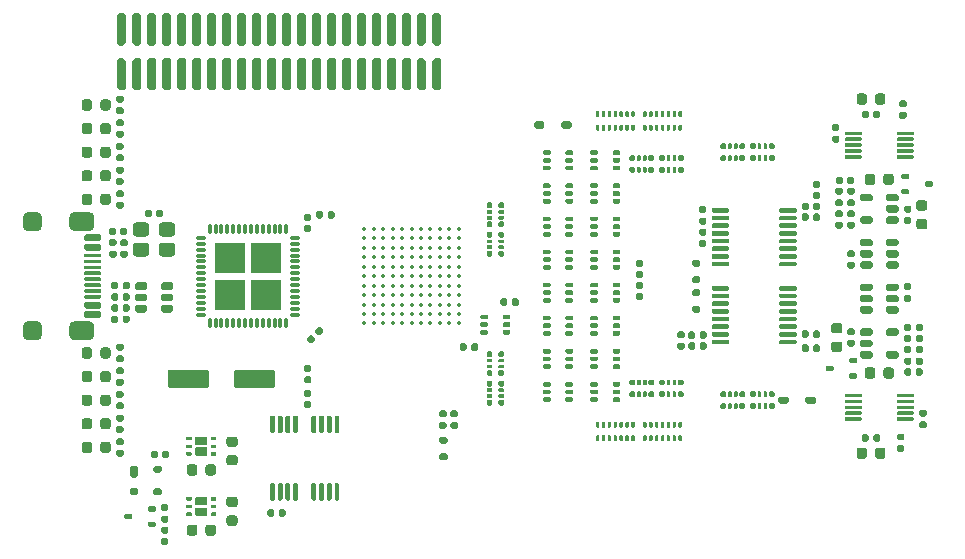
<source format=gtp>
G04 #@! TF.GenerationSoftware,KiCad,Pcbnew,5.1.8*
G04 #@! TF.CreationDate,2020-12-26T16:11:21-08:00*
G04 #@! TF.ProjectId,glasgow,676c6173-676f-4772-9e6b-696361645f70,C2*
G04 #@! TF.SameCoordinates,Original*
G04 #@! TF.FileFunction,Paste,Top*
G04 #@! TF.FilePolarity,Positive*
%FSLAX46Y46*%
G04 Gerber Fmt 4.6, Leading zero omitted, Abs format (unit mm)*
G04 Created by KiCad (PCBNEW 5.1.8) date 2020-12-26 16:11:21*
%MOMM*%
%LPD*%
G01*
G04 APERTURE LIST*
%ADD10C,0.100000*%
%ADD11C,0.350000*%
%ADD12O,1.000000X0.280000*%
%ADD13O,0.280000X1.000000*%
%ADD14R,2.600000X2.600000*%
G04 APERTURE END LIST*
G36*
G01*
X91050000Y-103825000D02*
X91050000Y-103575000D01*
G75*
G02*
X91175000Y-103450000I125000J0D01*
G01*
X91425000Y-103450000D01*
G75*
G02*
X91550000Y-103575000I0J-125000D01*
G01*
X91550000Y-103825000D01*
G75*
G02*
X91425000Y-103950000I-125000J0D01*
G01*
X91175000Y-103950000D01*
G75*
G02*
X91050000Y-103825000I0J125000D01*
G01*
G37*
G36*
G01*
X91050000Y-103225000D02*
X91050000Y-103075000D01*
G75*
G02*
X91125000Y-103000000I75000J0D01*
G01*
X91475000Y-103000000D01*
G75*
G02*
X91550000Y-103075000I0J-75000D01*
G01*
X91550000Y-103225000D01*
G75*
G02*
X91475000Y-103300000I-75000J0D01*
G01*
X91125000Y-103300000D01*
G75*
G02*
X91050000Y-103225000I0J75000D01*
G01*
G37*
G36*
G01*
X91050000Y-102225000D02*
X91050000Y-101975000D01*
G75*
G02*
X91175000Y-101850000I125000J0D01*
G01*
X91425000Y-101850000D01*
G75*
G02*
X91550000Y-101975000I0J-125000D01*
G01*
X91550000Y-102225000D01*
G75*
G02*
X91425000Y-102350000I-125000J0D01*
G01*
X91175000Y-102350000D01*
G75*
G02*
X91050000Y-102225000I0J125000D01*
G01*
G37*
G36*
G01*
X91050000Y-102725000D02*
X91050000Y-102575000D01*
G75*
G02*
X91125000Y-102500000I75000J0D01*
G01*
X91475000Y-102500000D01*
G75*
G02*
X91550000Y-102575000I0J-75000D01*
G01*
X91550000Y-102725000D01*
G75*
G02*
X91475000Y-102800000I-75000J0D01*
G01*
X91125000Y-102800000D01*
G75*
G02*
X91050000Y-102725000I0J75000D01*
G01*
G37*
G36*
G01*
X90050000Y-103825000D02*
X90050000Y-103575000D01*
G75*
G02*
X90175000Y-103450000I125000J0D01*
G01*
X90425000Y-103450000D01*
G75*
G02*
X90550000Y-103575000I0J-125000D01*
G01*
X90550000Y-103825000D01*
G75*
G02*
X90425000Y-103950000I-125000J0D01*
G01*
X90175000Y-103950000D01*
G75*
G02*
X90050000Y-103825000I0J125000D01*
G01*
G37*
G36*
G01*
X90050000Y-102725000D02*
X90050000Y-102575000D01*
G75*
G02*
X90125000Y-102500000I75000J0D01*
G01*
X90475000Y-102500000D01*
G75*
G02*
X90550000Y-102575000I0J-75000D01*
G01*
X90550000Y-102725000D01*
G75*
G02*
X90475000Y-102800000I-75000J0D01*
G01*
X90125000Y-102800000D01*
G75*
G02*
X90050000Y-102725000I0J75000D01*
G01*
G37*
G36*
G01*
X90050000Y-103225000D02*
X90050000Y-103075000D01*
G75*
G02*
X90125000Y-103000000I75000J0D01*
G01*
X90475000Y-103000000D01*
G75*
G02*
X90550000Y-103075000I0J-75000D01*
G01*
X90550000Y-103225000D01*
G75*
G02*
X90475000Y-103300000I-75000J0D01*
G01*
X90125000Y-103300000D01*
G75*
G02*
X90050000Y-103225000I0J75000D01*
G01*
G37*
G36*
G01*
X90050000Y-102225000D02*
X90050000Y-101975000D01*
G75*
G02*
X90175000Y-101850000I125000J0D01*
G01*
X90425000Y-101850000D01*
G75*
G02*
X90550000Y-101975000I0J-125000D01*
G01*
X90550000Y-102225000D01*
G75*
G02*
X90425000Y-102350000I-125000J0D01*
G01*
X90175000Y-102350000D01*
G75*
G02*
X90050000Y-102225000I0J125000D01*
G01*
G37*
G36*
G01*
X112475000Y-85250000D02*
X112725000Y-85250000D01*
G75*
G02*
X112850000Y-85375000I0J-125000D01*
G01*
X112850000Y-85625000D01*
G75*
G02*
X112725000Y-85750000I-125000J0D01*
G01*
X112475000Y-85750000D01*
G75*
G02*
X112350000Y-85625000I0J125000D01*
G01*
X112350000Y-85375000D01*
G75*
G02*
X112475000Y-85250000I125000J0D01*
G01*
G37*
G36*
G01*
X113075000Y-85250000D02*
X113225000Y-85250000D01*
G75*
G02*
X113300000Y-85325000I0J-75000D01*
G01*
X113300000Y-85675000D01*
G75*
G02*
X113225000Y-85750000I-75000J0D01*
G01*
X113075000Y-85750000D01*
G75*
G02*
X113000000Y-85675000I0J75000D01*
G01*
X113000000Y-85325000D01*
G75*
G02*
X113075000Y-85250000I75000J0D01*
G01*
G37*
G36*
G01*
X114075000Y-85250000D02*
X114325000Y-85250000D01*
G75*
G02*
X114450000Y-85375000I0J-125000D01*
G01*
X114450000Y-85625000D01*
G75*
G02*
X114325000Y-85750000I-125000J0D01*
G01*
X114075000Y-85750000D01*
G75*
G02*
X113950000Y-85625000I0J125000D01*
G01*
X113950000Y-85375000D01*
G75*
G02*
X114075000Y-85250000I125000J0D01*
G01*
G37*
G36*
G01*
X113575000Y-85250000D02*
X113725000Y-85250000D01*
G75*
G02*
X113800000Y-85325000I0J-75000D01*
G01*
X113800000Y-85675000D01*
G75*
G02*
X113725000Y-85750000I-75000J0D01*
G01*
X113575000Y-85750000D01*
G75*
G02*
X113500000Y-85675000I0J75000D01*
G01*
X113500000Y-85325000D01*
G75*
G02*
X113575000Y-85250000I75000J0D01*
G01*
G37*
G36*
G01*
X112475000Y-84250000D02*
X112725000Y-84250000D01*
G75*
G02*
X112850000Y-84375000I0J-125000D01*
G01*
X112850000Y-84625000D01*
G75*
G02*
X112725000Y-84750000I-125000J0D01*
G01*
X112475000Y-84750000D01*
G75*
G02*
X112350000Y-84625000I0J125000D01*
G01*
X112350000Y-84375000D01*
G75*
G02*
X112475000Y-84250000I125000J0D01*
G01*
G37*
G36*
G01*
X113575000Y-84250000D02*
X113725000Y-84250000D01*
G75*
G02*
X113800000Y-84325000I0J-75000D01*
G01*
X113800000Y-84675000D01*
G75*
G02*
X113725000Y-84750000I-75000J0D01*
G01*
X113575000Y-84750000D01*
G75*
G02*
X113500000Y-84675000I0J75000D01*
G01*
X113500000Y-84325000D01*
G75*
G02*
X113575000Y-84250000I75000J0D01*
G01*
G37*
G36*
G01*
X113075000Y-84250000D02*
X113225000Y-84250000D01*
G75*
G02*
X113300000Y-84325000I0J-75000D01*
G01*
X113300000Y-84675000D01*
G75*
G02*
X113225000Y-84750000I-75000J0D01*
G01*
X113075000Y-84750000D01*
G75*
G02*
X113000000Y-84675000I0J75000D01*
G01*
X113000000Y-84325000D01*
G75*
G02*
X113075000Y-84250000I75000J0D01*
G01*
G37*
G36*
G01*
X114075000Y-84250000D02*
X114325000Y-84250000D01*
G75*
G02*
X114450000Y-84375000I0J-125000D01*
G01*
X114450000Y-84625000D01*
G75*
G02*
X114325000Y-84750000I-125000J0D01*
G01*
X114075000Y-84750000D01*
G75*
G02*
X113950000Y-84625000I0J125000D01*
G01*
X113950000Y-84375000D01*
G75*
G02*
X114075000Y-84250000I125000J0D01*
G01*
G37*
G36*
G01*
X109975000Y-85250000D02*
X110225000Y-85250000D01*
G75*
G02*
X110350000Y-85375000I0J-125000D01*
G01*
X110350000Y-85625000D01*
G75*
G02*
X110225000Y-85750000I-125000J0D01*
G01*
X109975000Y-85750000D01*
G75*
G02*
X109850000Y-85625000I0J125000D01*
G01*
X109850000Y-85375000D01*
G75*
G02*
X109975000Y-85250000I125000J0D01*
G01*
G37*
G36*
G01*
X110575000Y-85250000D02*
X110725000Y-85250000D01*
G75*
G02*
X110800000Y-85325000I0J-75000D01*
G01*
X110800000Y-85675000D01*
G75*
G02*
X110725000Y-85750000I-75000J0D01*
G01*
X110575000Y-85750000D01*
G75*
G02*
X110500000Y-85675000I0J75000D01*
G01*
X110500000Y-85325000D01*
G75*
G02*
X110575000Y-85250000I75000J0D01*
G01*
G37*
G36*
G01*
X111575000Y-85250000D02*
X111825000Y-85250000D01*
G75*
G02*
X111950000Y-85375000I0J-125000D01*
G01*
X111950000Y-85625000D01*
G75*
G02*
X111825000Y-85750000I-125000J0D01*
G01*
X111575000Y-85750000D01*
G75*
G02*
X111450000Y-85625000I0J125000D01*
G01*
X111450000Y-85375000D01*
G75*
G02*
X111575000Y-85250000I125000J0D01*
G01*
G37*
G36*
G01*
X111075000Y-85250000D02*
X111225000Y-85250000D01*
G75*
G02*
X111300000Y-85325000I0J-75000D01*
G01*
X111300000Y-85675000D01*
G75*
G02*
X111225000Y-85750000I-75000J0D01*
G01*
X111075000Y-85750000D01*
G75*
G02*
X111000000Y-85675000I0J75000D01*
G01*
X111000000Y-85325000D01*
G75*
G02*
X111075000Y-85250000I75000J0D01*
G01*
G37*
G36*
G01*
X109975000Y-84250000D02*
X110225000Y-84250000D01*
G75*
G02*
X110350000Y-84375000I0J-125000D01*
G01*
X110350000Y-84625000D01*
G75*
G02*
X110225000Y-84750000I-125000J0D01*
G01*
X109975000Y-84750000D01*
G75*
G02*
X109850000Y-84625000I0J125000D01*
G01*
X109850000Y-84375000D01*
G75*
G02*
X109975000Y-84250000I125000J0D01*
G01*
G37*
G36*
G01*
X111075000Y-84250000D02*
X111225000Y-84250000D01*
G75*
G02*
X111300000Y-84325000I0J-75000D01*
G01*
X111300000Y-84675000D01*
G75*
G02*
X111225000Y-84750000I-75000J0D01*
G01*
X111075000Y-84750000D01*
G75*
G02*
X111000000Y-84675000I0J75000D01*
G01*
X111000000Y-84325000D01*
G75*
G02*
X111075000Y-84250000I75000J0D01*
G01*
G37*
G36*
G01*
X110575000Y-84250000D02*
X110725000Y-84250000D01*
G75*
G02*
X110800000Y-84325000I0J-75000D01*
G01*
X110800000Y-84675000D01*
G75*
G02*
X110725000Y-84750000I-75000J0D01*
G01*
X110575000Y-84750000D01*
G75*
G02*
X110500000Y-84675000I0J75000D01*
G01*
X110500000Y-84325000D01*
G75*
G02*
X110575000Y-84250000I75000J0D01*
G01*
G37*
G36*
G01*
X111575000Y-84250000D02*
X111825000Y-84250000D01*
G75*
G02*
X111950000Y-84375000I0J-125000D01*
G01*
X111950000Y-84625000D01*
G75*
G02*
X111825000Y-84750000I-125000J0D01*
G01*
X111575000Y-84750000D01*
G75*
G02*
X111450000Y-84625000I0J125000D01*
G01*
X111450000Y-84375000D01*
G75*
G02*
X111575000Y-84250000I125000J0D01*
G01*
G37*
G36*
G01*
X106625000Y-85750000D02*
X106375000Y-85750000D01*
G75*
G02*
X106250000Y-85625000I0J125000D01*
G01*
X106250000Y-85375000D01*
G75*
G02*
X106375000Y-85250000I125000J0D01*
G01*
X106625000Y-85250000D01*
G75*
G02*
X106750000Y-85375000I0J-125000D01*
G01*
X106750000Y-85625000D01*
G75*
G02*
X106625000Y-85750000I-125000J0D01*
G01*
G37*
G36*
G01*
X106025000Y-85750000D02*
X105875000Y-85750000D01*
G75*
G02*
X105800000Y-85675000I0J75000D01*
G01*
X105800000Y-85325000D01*
G75*
G02*
X105875000Y-85250000I75000J0D01*
G01*
X106025000Y-85250000D01*
G75*
G02*
X106100000Y-85325000I0J-75000D01*
G01*
X106100000Y-85675000D01*
G75*
G02*
X106025000Y-85750000I-75000J0D01*
G01*
G37*
G36*
G01*
X105025000Y-85750000D02*
X104775000Y-85750000D01*
G75*
G02*
X104650000Y-85625000I0J125000D01*
G01*
X104650000Y-85375000D01*
G75*
G02*
X104775000Y-85250000I125000J0D01*
G01*
X105025000Y-85250000D01*
G75*
G02*
X105150000Y-85375000I0J-125000D01*
G01*
X105150000Y-85625000D01*
G75*
G02*
X105025000Y-85750000I-125000J0D01*
G01*
G37*
G36*
G01*
X105525000Y-85750000D02*
X105375000Y-85750000D01*
G75*
G02*
X105300000Y-85675000I0J75000D01*
G01*
X105300000Y-85325000D01*
G75*
G02*
X105375000Y-85250000I75000J0D01*
G01*
X105525000Y-85250000D01*
G75*
G02*
X105600000Y-85325000I0J-75000D01*
G01*
X105600000Y-85675000D01*
G75*
G02*
X105525000Y-85750000I-75000J0D01*
G01*
G37*
G36*
G01*
X106625000Y-86750000D02*
X106375000Y-86750000D01*
G75*
G02*
X106250000Y-86625000I0J125000D01*
G01*
X106250000Y-86375000D01*
G75*
G02*
X106375000Y-86250000I125000J0D01*
G01*
X106625000Y-86250000D01*
G75*
G02*
X106750000Y-86375000I0J-125000D01*
G01*
X106750000Y-86625000D01*
G75*
G02*
X106625000Y-86750000I-125000J0D01*
G01*
G37*
G36*
G01*
X105525000Y-86750000D02*
X105375000Y-86750000D01*
G75*
G02*
X105300000Y-86675000I0J75000D01*
G01*
X105300000Y-86325000D01*
G75*
G02*
X105375000Y-86250000I75000J0D01*
G01*
X105525000Y-86250000D01*
G75*
G02*
X105600000Y-86325000I0J-75000D01*
G01*
X105600000Y-86675000D01*
G75*
G02*
X105525000Y-86750000I-75000J0D01*
G01*
G37*
G36*
G01*
X106025000Y-86750000D02*
X105875000Y-86750000D01*
G75*
G02*
X105800000Y-86675000I0J75000D01*
G01*
X105800000Y-86325000D01*
G75*
G02*
X105875000Y-86250000I75000J0D01*
G01*
X106025000Y-86250000D01*
G75*
G02*
X106100000Y-86325000I0J-75000D01*
G01*
X106100000Y-86675000D01*
G75*
G02*
X106025000Y-86750000I-75000J0D01*
G01*
G37*
G36*
G01*
X105025000Y-86750000D02*
X104775000Y-86750000D01*
G75*
G02*
X104650000Y-86625000I0J125000D01*
G01*
X104650000Y-86375000D01*
G75*
G02*
X104775000Y-86250000I125000J0D01*
G01*
X105025000Y-86250000D01*
G75*
G02*
X105150000Y-86375000I0J-125000D01*
G01*
X105150000Y-86625000D01*
G75*
G02*
X105025000Y-86750000I-125000J0D01*
G01*
G37*
G36*
G01*
X104125000Y-85750000D02*
X103875000Y-85750000D01*
G75*
G02*
X103750000Y-85625000I0J125000D01*
G01*
X103750000Y-85375000D01*
G75*
G02*
X103875000Y-85250000I125000J0D01*
G01*
X104125000Y-85250000D01*
G75*
G02*
X104250000Y-85375000I0J-125000D01*
G01*
X104250000Y-85625000D01*
G75*
G02*
X104125000Y-85750000I-125000J0D01*
G01*
G37*
G36*
G01*
X103525000Y-85750000D02*
X103375000Y-85750000D01*
G75*
G02*
X103300000Y-85675000I0J75000D01*
G01*
X103300000Y-85325000D01*
G75*
G02*
X103375000Y-85250000I75000J0D01*
G01*
X103525000Y-85250000D01*
G75*
G02*
X103600000Y-85325000I0J-75000D01*
G01*
X103600000Y-85675000D01*
G75*
G02*
X103525000Y-85750000I-75000J0D01*
G01*
G37*
G36*
G01*
X102525000Y-85750000D02*
X102275000Y-85750000D01*
G75*
G02*
X102150000Y-85625000I0J125000D01*
G01*
X102150000Y-85375000D01*
G75*
G02*
X102275000Y-85250000I125000J0D01*
G01*
X102525000Y-85250000D01*
G75*
G02*
X102650000Y-85375000I0J-125000D01*
G01*
X102650000Y-85625000D01*
G75*
G02*
X102525000Y-85750000I-125000J0D01*
G01*
G37*
G36*
G01*
X103025000Y-85750000D02*
X102875000Y-85750000D01*
G75*
G02*
X102800000Y-85675000I0J75000D01*
G01*
X102800000Y-85325000D01*
G75*
G02*
X102875000Y-85250000I75000J0D01*
G01*
X103025000Y-85250000D01*
G75*
G02*
X103100000Y-85325000I0J-75000D01*
G01*
X103100000Y-85675000D01*
G75*
G02*
X103025000Y-85750000I-75000J0D01*
G01*
G37*
G36*
G01*
X104125000Y-86750000D02*
X103875000Y-86750000D01*
G75*
G02*
X103750000Y-86625000I0J125000D01*
G01*
X103750000Y-86375000D01*
G75*
G02*
X103875000Y-86250000I125000J0D01*
G01*
X104125000Y-86250000D01*
G75*
G02*
X104250000Y-86375000I0J-125000D01*
G01*
X104250000Y-86625000D01*
G75*
G02*
X104125000Y-86750000I-125000J0D01*
G01*
G37*
G36*
G01*
X103025000Y-86750000D02*
X102875000Y-86750000D01*
G75*
G02*
X102800000Y-86675000I0J75000D01*
G01*
X102800000Y-86325000D01*
G75*
G02*
X102875000Y-86250000I75000J0D01*
G01*
X103025000Y-86250000D01*
G75*
G02*
X103100000Y-86325000I0J-75000D01*
G01*
X103100000Y-86675000D01*
G75*
G02*
X103025000Y-86750000I-75000J0D01*
G01*
G37*
G36*
G01*
X103525000Y-86750000D02*
X103375000Y-86750000D01*
G75*
G02*
X103300000Y-86675000I0J75000D01*
G01*
X103300000Y-86325000D01*
G75*
G02*
X103375000Y-86250000I75000J0D01*
G01*
X103525000Y-86250000D01*
G75*
G02*
X103600000Y-86325000I0J-75000D01*
G01*
X103600000Y-86675000D01*
G75*
G02*
X103525000Y-86750000I-75000J0D01*
G01*
G37*
G36*
G01*
X102525000Y-86750000D02*
X102275000Y-86750000D01*
G75*
G02*
X102150000Y-86625000I0J125000D01*
G01*
X102150000Y-86375000D01*
G75*
G02*
X102275000Y-86250000I125000J0D01*
G01*
X102525000Y-86250000D01*
G75*
G02*
X102650000Y-86375000I0J-125000D01*
G01*
X102650000Y-86625000D01*
G75*
G02*
X102525000Y-86750000I-125000J0D01*
G01*
G37*
G36*
G01*
X91050000Y-93725000D02*
X91050000Y-93475000D01*
G75*
G02*
X91175000Y-93350000I125000J0D01*
G01*
X91425000Y-93350000D01*
G75*
G02*
X91550000Y-93475000I0J-125000D01*
G01*
X91550000Y-93725000D01*
G75*
G02*
X91425000Y-93850000I-125000J0D01*
G01*
X91175000Y-93850000D01*
G75*
G02*
X91050000Y-93725000I0J125000D01*
G01*
G37*
G36*
G01*
X91050000Y-93125000D02*
X91050000Y-92975000D01*
G75*
G02*
X91125000Y-92900000I75000J0D01*
G01*
X91475000Y-92900000D01*
G75*
G02*
X91550000Y-92975000I0J-75000D01*
G01*
X91550000Y-93125000D01*
G75*
G02*
X91475000Y-93200000I-75000J0D01*
G01*
X91125000Y-93200000D01*
G75*
G02*
X91050000Y-93125000I0J75000D01*
G01*
G37*
G36*
G01*
X91050000Y-92125000D02*
X91050000Y-91875000D01*
G75*
G02*
X91175000Y-91750000I125000J0D01*
G01*
X91425000Y-91750000D01*
G75*
G02*
X91550000Y-91875000I0J-125000D01*
G01*
X91550000Y-92125000D01*
G75*
G02*
X91425000Y-92250000I-125000J0D01*
G01*
X91175000Y-92250000D01*
G75*
G02*
X91050000Y-92125000I0J125000D01*
G01*
G37*
G36*
G01*
X91050000Y-92625000D02*
X91050000Y-92475000D01*
G75*
G02*
X91125000Y-92400000I75000J0D01*
G01*
X91475000Y-92400000D01*
G75*
G02*
X91550000Y-92475000I0J-75000D01*
G01*
X91550000Y-92625000D01*
G75*
G02*
X91475000Y-92700000I-75000J0D01*
G01*
X91125000Y-92700000D01*
G75*
G02*
X91050000Y-92625000I0J75000D01*
G01*
G37*
G36*
G01*
X90050000Y-93725000D02*
X90050000Y-93475000D01*
G75*
G02*
X90175000Y-93350000I125000J0D01*
G01*
X90425000Y-93350000D01*
G75*
G02*
X90550000Y-93475000I0J-125000D01*
G01*
X90550000Y-93725000D01*
G75*
G02*
X90425000Y-93850000I-125000J0D01*
G01*
X90175000Y-93850000D01*
G75*
G02*
X90050000Y-93725000I0J125000D01*
G01*
G37*
G36*
G01*
X90050000Y-92625000D02*
X90050000Y-92475000D01*
G75*
G02*
X90125000Y-92400000I75000J0D01*
G01*
X90475000Y-92400000D01*
G75*
G02*
X90550000Y-92475000I0J-75000D01*
G01*
X90550000Y-92625000D01*
G75*
G02*
X90475000Y-92700000I-75000J0D01*
G01*
X90125000Y-92700000D01*
G75*
G02*
X90050000Y-92625000I0J75000D01*
G01*
G37*
G36*
G01*
X90050000Y-93125000D02*
X90050000Y-92975000D01*
G75*
G02*
X90125000Y-92900000I75000J0D01*
G01*
X90475000Y-92900000D01*
G75*
G02*
X90550000Y-92975000I0J-75000D01*
G01*
X90550000Y-93125000D01*
G75*
G02*
X90475000Y-93200000I-75000J0D01*
G01*
X90125000Y-93200000D01*
G75*
G02*
X90050000Y-93125000I0J75000D01*
G01*
G37*
G36*
G01*
X90050000Y-92125000D02*
X90050000Y-91875000D01*
G75*
G02*
X90175000Y-91750000I125000J0D01*
G01*
X90425000Y-91750000D01*
G75*
G02*
X90550000Y-91875000I0J-125000D01*
G01*
X90550000Y-92125000D01*
G75*
G02*
X90425000Y-92250000I-125000J0D01*
G01*
X90175000Y-92250000D01*
G75*
G02*
X90050000Y-92125000I0J125000D01*
G01*
G37*
G36*
G01*
X91050000Y-91225000D02*
X91050000Y-90975000D01*
G75*
G02*
X91175000Y-90850000I125000J0D01*
G01*
X91425000Y-90850000D01*
G75*
G02*
X91550000Y-90975000I0J-125000D01*
G01*
X91550000Y-91225000D01*
G75*
G02*
X91425000Y-91350000I-125000J0D01*
G01*
X91175000Y-91350000D01*
G75*
G02*
X91050000Y-91225000I0J125000D01*
G01*
G37*
G36*
G01*
X91050000Y-90625000D02*
X91050000Y-90475000D01*
G75*
G02*
X91125000Y-90400000I75000J0D01*
G01*
X91475000Y-90400000D01*
G75*
G02*
X91550000Y-90475000I0J-75000D01*
G01*
X91550000Y-90625000D01*
G75*
G02*
X91475000Y-90700000I-75000J0D01*
G01*
X91125000Y-90700000D01*
G75*
G02*
X91050000Y-90625000I0J75000D01*
G01*
G37*
G36*
G01*
X91050000Y-89625000D02*
X91050000Y-89375000D01*
G75*
G02*
X91175000Y-89250000I125000J0D01*
G01*
X91425000Y-89250000D01*
G75*
G02*
X91550000Y-89375000I0J-125000D01*
G01*
X91550000Y-89625000D01*
G75*
G02*
X91425000Y-89750000I-125000J0D01*
G01*
X91175000Y-89750000D01*
G75*
G02*
X91050000Y-89625000I0J125000D01*
G01*
G37*
G36*
G01*
X91050000Y-90125000D02*
X91050000Y-89975000D01*
G75*
G02*
X91125000Y-89900000I75000J0D01*
G01*
X91475000Y-89900000D01*
G75*
G02*
X91550000Y-89975000I0J-75000D01*
G01*
X91550000Y-90125000D01*
G75*
G02*
X91475000Y-90200000I-75000J0D01*
G01*
X91125000Y-90200000D01*
G75*
G02*
X91050000Y-90125000I0J75000D01*
G01*
G37*
G36*
G01*
X90050000Y-91225000D02*
X90050000Y-90975000D01*
G75*
G02*
X90175000Y-90850000I125000J0D01*
G01*
X90425000Y-90850000D01*
G75*
G02*
X90550000Y-90975000I0J-125000D01*
G01*
X90550000Y-91225000D01*
G75*
G02*
X90425000Y-91350000I-125000J0D01*
G01*
X90175000Y-91350000D01*
G75*
G02*
X90050000Y-91225000I0J125000D01*
G01*
G37*
G36*
G01*
X90050000Y-90125000D02*
X90050000Y-89975000D01*
G75*
G02*
X90125000Y-89900000I75000J0D01*
G01*
X90475000Y-89900000D01*
G75*
G02*
X90550000Y-89975000I0J-75000D01*
G01*
X90550000Y-90125000D01*
G75*
G02*
X90475000Y-90200000I-75000J0D01*
G01*
X90125000Y-90200000D01*
G75*
G02*
X90050000Y-90125000I0J75000D01*
G01*
G37*
G36*
G01*
X90050000Y-90625000D02*
X90050000Y-90475000D01*
G75*
G02*
X90125000Y-90400000I75000J0D01*
G01*
X90475000Y-90400000D01*
G75*
G02*
X90550000Y-90475000I0J-75000D01*
G01*
X90550000Y-90625000D01*
G75*
G02*
X90475000Y-90700000I-75000J0D01*
G01*
X90125000Y-90700000D01*
G75*
G02*
X90050000Y-90625000I0J75000D01*
G01*
G37*
G36*
G01*
X90050000Y-89625000D02*
X90050000Y-89375000D01*
G75*
G02*
X90175000Y-89250000I125000J0D01*
G01*
X90425000Y-89250000D01*
G75*
G02*
X90550000Y-89375000I0J-125000D01*
G01*
X90550000Y-89625000D01*
G75*
G02*
X90425000Y-89750000I-125000J0D01*
G01*
X90175000Y-89750000D01*
G75*
G02*
X90050000Y-89625000I0J125000D01*
G01*
G37*
G36*
G01*
X111825000Y-105750000D02*
X111575000Y-105750000D01*
G75*
G02*
X111450000Y-105625000I0J125000D01*
G01*
X111450000Y-105375000D01*
G75*
G02*
X111575000Y-105250000I125000J0D01*
G01*
X111825000Y-105250000D01*
G75*
G02*
X111950000Y-105375000I0J-125000D01*
G01*
X111950000Y-105625000D01*
G75*
G02*
X111825000Y-105750000I-125000J0D01*
G01*
G37*
G36*
G01*
X111225000Y-105750000D02*
X111075000Y-105750000D01*
G75*
G02*
X111000000Y-105675000I0J75000D01*
G01*
X111000000Y-105325000D01*
G75*
G02*
X111075000Y-105250000I75000J0D01*
G01*
X111225000Y-105250000D01*
G75*
G02*
X111300000Y-105325000I0J-75000D01*
G01*
X111300000Y-105675000D01*
G75*
G02*
X111225000Y-105750000I-75000J0D01*
G01*
G37*
G36*
G01*
X110225000Y-105750000D02*
X109975000Y-105750000D01*
G75*
G02*
X109850000Y-105625000I0J125000D01*
G01*
X109850000Y-105375000D01*
G75*
G02*
X109975000Y-105250000I125000J0D01*
G01*
X110225000Y-105250000D01*
G75*
G02*
X110350000Y-105375000I0J-125000D01*
G01*
X110350000Y-105625000D01*
G75*
G02*
X110225000Y-105750000I-125000J0D01*
G01*
G37*
G36*
G01*
X110725000Y-105750000D02*
X110575000Y-105750000D01*
G75*
G02*
X110500000Y-105675000I0J75000D01*
G01*
X110500000Y-105325000D01*
G75*
G02*
X110575000Y-105250000I75000J0D01*
G01*
X110725000Y-105250000D01*
G75*
G02*
X110800000Y-105325000I0J-75000D01*
G01*
X110800000Y-105675000D01*
G75*
G02*
X110725000Y-105750000I-75000J0D01*
G01*
G37*
G36*
G01*
X111825000Y-106750000D02*
X111575000Y-106750000D01*
G75*
G02*
X111450000Y-106625000I0J125000D01*
G01*
X111450000Y-106375000D01*
G75*
G02*
X111575000Y-106250000I125000J0D01*
G01*
X111825000Y-106250000D01*
G75*
G02*
X111950000Y-106375000I0J-125000D01*
G01*
X111950000Y-106625000D01*
G75*
G02*
X111825000Y-106750000I-125000J0D01*
G01*
G37*
G36*
G01*
X110725000Y-106750000D02*
X110575000Y-106750000D01*
G75*
G02*
X110500000Y-106675000I0J75000D01*
G01*
X110500000Y-106325000D01*
G75*
G02*
X110575000Y-106250000I75000J0D01*
G01*
X110725000Y-106250000D01*
G75*
G02*
X110800000Y-106325000I0J-75000D01*
G01*
X110800000Y-106675000D01*
G75*
G02*
X110725000Y-106750000I-75000J0D01*
G01*
G37*
G36*
G01*
X111225000Y-106750000D02*
X111075000Y-106750000D01*
G75*
G02*
X111000000Y-106675000I0J75000D01*
G01*
X111000000Y-106325000D01*
G75*
G02*
X111075000Y-106250000I75000J0D01*
G01*
X111225000Y-106250000D01*
G75*
G02*
X111300000Y-106325000I0J-75000D01*
G01*
X111300000Y-106675000D01*
G75*
G02*
X111225000Y-106750000I-75000J0D01*
G01*
G37*
G36*
G01*
X110225000Y-106750000D02*
X109975000Y-106750000D01*
G75*
G02*
X109850000Y-106625000I0J125000D01*
G01*
X109850000Y-106375000D01*
G75*
G02*
X109975000Y-106250000I125000J0D01*
G01*
X110225000Y-106250000D01*
G75*
G02*
X110350000Y-106375000I0J-125000D01*
G01*
X110350000Y-106625000D01*
G75*
G02*
X110225000Y-106750000I-125000J0D01*
G01*
G37*
G36*
G01*
X114325000Y-105750000D02*
X114075000Y-105750000D01*
G75*
G02*
X113950000Y-105625000I0J125000D01*
G01*
X113950000Y-105375000D01*
G75*
G02*
X114075000Y-105250000I125000J0D01*
G01*
X114325000Y-105250000D01*
G75*
G02*
X114450000Y-105375000I0J-125000D01*
G01*
X114450000Y-105625000D01*
G75*
G02*
X114325000Y-105750000I-125000J0D01*
G01*
G37*
G36*
G01*
X113725000Y-105750000D02*
X113575000Y-105750000D01*
G75*
G02*
X113500000Y-105675000I0J75000D01*
G01*
X113500000Y-105325000D01*
G75*
G02*
X113575000Y-105250000I75000J0D01*
G01*
X113725000Y-105250000D01*
G75*
G02*
X113800000Y-105325000I0J-75000D01*
G01*
X113800000Y-105675000D01*
G75*
G02*
X113725000Y-105750000I-75000J0D01*
G01*
G37*
G36*
G01*
X112725000Y-105750000D02*
X112475000Y-105750000D01*
G75*
G02*
X112350000Y-105625000I0J125000D01*
G01*
X112350000Y-105375000D01*
G75*
G02*
X112475000Y-105250000I125000J0D01*
G01*
X112725000Y-105250000D01*
G75*
G02*
X112850000Y-105375000I0J-125000D01*
G01*
X112850000Y-105625000D01*
G75*
G02*
X112725000Y-105750000I-125000J0D01*
G01*
G37*
G36*
G01*
X113225000Y-105750000D02*
X113075000Y-105750000D01*
G75*
G02*
X113000000Y-105675000I0J75000D01*
G01*
X113000000Y-105325000D01*
G75*
G02*
X113075000Y-105250000I75000J0D01*
G01*
X113225000Y-105250000D01*
G75*
G02*
X113300000Y-105325000I0J-75000D01*
G01*
X113300000Y-105675000D01*
G75*
G02*
X113225000Y-105750000I-75000J0D01*
G01*
G37*
G36*
G01*
X114325000Y-106750000D02*
X114075000Y-106750000D01*
G75*
G02*
X113950000Y-106625000I0J125000D01*
G01*
X113950000Y-106375000D01*
G75*
G02*
X114075000Y-106250000I125000J0D01*
G01*
X114325000Y-106250000D01*
G75*
G02*
X114450000Y-106375000I0J-125000D01*
G01*
X114450000Y-106625000D01*
G75*
G02*
X114325000Y-106750000I-125000J0D01*
G01*
G37*
G36*
G01*
X113225000Y-106750000D02*
X113075000Y-106750000D01*
G75*
G02*
X113000000Y-106675000I0J75000D01*
G01*
X113000000Y-106325000D01*
G75*
G02*
X113075000Y-106250000I75000J0D01*
G01*
X113225000Y-106250000D01*
G75*
G02*
X113300000Y-106325000I0J-75000D01*
G01*
X113300000Y-106675000D01*
G75*
G02*
X113225000Y-106750000I-75000J0D01*
G01*
G37*
G36*
G01*
X113725000Y-106750000D02*
X113575000Y-106750000D01*
G75*
G02*
X113500000Y-106675000I0J75000D01*
G01*
X113500000Y-106325000D01*
G75*
G02*
X113575000Y-106250000I75000J0D01*
G01*
X113725000Y-106250000D01*
G75*
G02*
X113800000Y-106325000I0J-75000D01*
G01*
X113800000Y-106675000D01*
G75*
G02*
X113725000Y-106750000I-75000J0D01*
G01*
G37*
G36*
G01*
X112725000Y-106750000D02*
X112475000Y-106750000D01*
G75*
G02*
X112350000Y-106625000I0J125000D01*
G01*
X112350000Y-106375000D01*
G75*
G02*
X112475000Y-106250000I125000J0D01*
G01*
X112725000Y-106250000D01*
G75*
G02*
X112850000Y-106375000I0J-125000D01*
G01*
X112850000Y-106625000D01*
G75*
G02*
X112725000Y-106750000I-125000J0D01*
G01*
G37*
G36*
G01*
X102275000Y-105250000D02*
X102525000Y-105250000D01*
G75*
G02*
X102650000Y-105375000I0J-125000D01*
G01*
X102650000Y-105625000D01*
G75*
G02*
X102525000Y-105750000I-125000J0D01*
G01*
X102275000Y-105750000D01*
G75*
G02*
X102150000Y-105625000I0J125000D01*
G01*
X102150000Y-105375000D01*
G75*
G02*
X102275000Y-105250000I125000J0D01*
G01*
G37*
G36*
G01*
X102875000Y-105250000D02*
X103025000Y-105250000D01*
G75*
G02*
X103100000Y-105325000I0J-75000D01*
G01*
X103100000Y-105675000D01*
G75*
G02*
X103025000Y-105750000I-75000J0D01*
G01*
X102875000Y-105750000D01*
G75*
G02*
X102800000Y-105675000I0J75000D01*
G01*
X102800000Y-105325000D01*
G75*
G02*
X102875000Y-105250000I75000J0D01*
G01*
G37*
G36*
G01*
X103875000Y-105250000D02*
X104125000Y-105250000D01*
G75*
G02*
X104250000Y-105375000I0J-125000D01*
G01*
X104250000Y-105625000D01*
G75*
G02*
X104125000Y-105750000I-125000J0D01*
G01*
X103875000Y-105750000D01*
G75*
G02*
X103750000Y-105625000I0J125000D01*
G01*
X103750000Y-105375000D01*
G75*
G02*
X103875000Y-105250000I125000J0D01*
G01*
G37*
G36*
G01*
X103375000Y-105250000D02*
X103525000Y-105250000D01*
G75*
G02*
X103600000Y-105325000I0J-75000D01*
G01*
X103600000Y-105675000D01*
G75*
G02*
X103525000Y-105750000I-75000J0D01*
G01*
X103375000Y-105750000D01*
G75*
G02*
X103300000Y-105675000I0J75000D01*
G01*
X103300000Y-105325000D01*
G75*
G02*
X103375000Y-105250000I75000J0D01*
G01*
G37*
G36*
G01*
X102275000Y-104250000D02*
X102525000Y-104250000D01*
G75*
G02*
X102650000Y-104375000I0J-125000D01*
G01*
X102650000Y-104625000D01*
G75*
G02*
X102525000Y-104750000I-125000J0D01*
G01*
X102275000Y-104750000D01*
G75*
G02*
X102150000Y-104625000I0J125000D01*
G01*
X102150000Y-104375000D01*
G75*
G02*
X102275000Y-104250000I125000J0D01*
G01*
G37*
G36*
G01*
X103375000Y-104250000D02*
X103525000Y-104250000D01*
G75*
G02*
X103600000Y-104325000I0J-75000D01*
G01*
X103600000Y-104675000D01*
G75*
G02*
X103525000Y-104750000I-75000J0D01*
G01*
X103375000Y-104750000D01*
G75*
G02*
X103300000Y-104675000I0J75000D01*
G01*
X103300000Y-104325000D01*
G75*
G02*
X103375000Y-104250000I75000J0D01*
G01*
G37*
G36*
G01*
X102875000Y-104250000D02*
X103025000Y-104250000D01*
G75*
G02*
X103100000Y-104325000I0J-75000D01*
G01*
X103100000Y-104675000D01*
G75*
G02*
X103025000Y-104750000I-75000J0D01*
G01*
X102875000Y-104750000D01*
G75*
G02*
X102800000Y-104675000I0J75000D01*
G01*
X102800000Y-104325000D01*
G75*
G02*
X102875000Y-104250000I75000J0D01*
G01*
G37*
G36*
G01*
X103875000Y-104250000D02*
X104125000Y-104250000D01*
G75*
G02*
X104250000Y-104375000I0J-125000D01*
G01*
X104250000Y-104625000D01*
G75*
G02*
X104125000Y-104750000I-125000J0D01*
G01*
X103875000Y-104750000D01*
G75*
G02*
X103750000Y-104625000I0J125000D01*
G01*
X103750000Y-104375000D01*
G75*
G02*
X103875000Y-104250000I125000J0D01*
G01*
G37*
G36*
G01*
X104775000Y-105250000D02*
X105025000Y-105250000D01*
G75*
G02*
X105150000Y-105375000I0J-125000D01*
G01*
X105150000Y-105625000D01*
G75*
G02*
X105025000Y-105750000I-125000J0D01*
G01*
X104775000Y-105750000D01*
G75*
G02*
X104650000Y-105625000I0J125000D01*
G01*
X104650000Y-105375000D01*
G75*
G02*
X104775000Y-105250000I125000J0D01*
G01*
G37*
G36*
G01*
X105375000Y-105250000D02*
X105525000Y-105250000D01*
G75*
G02*
X105600000Y-105325000I0J-75000D01*
G01*
X105600000Y-105675000D01*
G75*
G02*
X105525000Y-105750000I-75000J0D01*
G01*
X105375000Y-105750000D01*
G75*
G02*
X105300000Y-105675000I0J75000D01*
G01*
X105300000Y-105325000D01*
G75*
G02*
X105375000Y-105250000I75000J0D01*
G01*
G37*
G36*
G01*
X106375000Y-105250000D02*
X106625000Y-105250000D01*
G75*
G02*
X106750000Y-105375000I0J-125000D01*
G01*
X106750000Y-105625000D01*
G75*
G02*
X106625000Y-105750000I-125000J0D01*
G01*
X106375000Y-105750000D01*
G75*
G02*
X106250000Y-105625000I0J125000D01*
G01*
X106250000Y-105375000D01*
G75*
G02*
X106375000Y-105250000I125000J0D01*
G01*
G37*
G36*
G01*
X105875000Y-105250000D02*
X106025000Y-105250000D01*
G75*
G02*
X106100000Y-105325000I0J-75000D01*
G01*
X106100000Y-105675000D01*
G75*
G02*
X106025000Y-105750000I-75000J0D01*
G01*
X105875000Y-105750000D01*
G75*
G02*
X105800000Y-105675000I0J75000D01*
G01*
X105800000Y-105325000D01*
G75*
G02*
X105875000Y-105250000I75000J0D01*
G01*
G37*
G36*
G01*
X104775000Y-104250000D02*
X105025000Y-104250000D01*
G75*
G02*
X105150000Y-104375000I0J-125000D01*
G01*
X105150000Y-104625000D01*
G75*
G02*
X105025000Y-104750000I-125000J0D01*
G01*
X104775000Y-104750000D01*
G75*
G02*
X104650000Y-104625000I0J125000D01*
G01*
X104650000Y-104375000D01*
G75*
G02*
X104775000Y-104250000I125000J0D01*
G01*
G37*
G36*
G01*
X105875000Y-104250000D02*
X106025000Y-104250000D01*
G75*
G02*
X106100000Y-104325000I0J-75000D01*
G01*
X106100000Y-104675000D01*
G75*
G02*
X106025000Y-104750000I-75000J0D01*
G01*
X105875000Y-104750000D01*
G75*
G02*
X105800000Y-104675000I0J75000D01*
G01*
X105800000Y-104325000D01*
G75*
G02*
X105875000Y-104250000I75000J0D01*
G01*
G37*
G36*
G01*
X105375000Y-104250000D02*
X105525000Y-104250000D01*
G75*
G02*
X105600000Y-104325000I0J-75000D01*
G01*
X105600000Y-104675000D01*
G75*
G02*
X105525000Y-104750000I-75000J0D01*
G01*
X105375000Y-104750000D01*
G75*
G02*
X105300000Y-104675000I0J75000D01*
G01*
X105300000Y-104325000D01*
G75*
G02*
X105375000Y-104250000I75000J0D01*
G01*
G37*
G36*
G01*
X106375000Y-104250000D02*
X106625000Y-104250000D01*
G75*
G02*
X106750000Y-104375000I0J-125000D01*
G01*
X106750000Y-104625000D01*
G75*
G02*
X106625000Y-104750000I-125000J0D01*
G01*
X106375000Y-104750000D01*
G75*
G02*
X106250000Y-104625000I0J125000D01*
G01*
X106250000Y-104375000D01*
G75*
G02*
X106375000Y-104250000I125000J0D01*
G01*
G37*
G36*
G01*
X91050000Y-106325000D02*
X91050000Y-106075000D01*
G75*
G02*
X91175000Y-105950000I125000J0D01*
G01*
X91425000Y-105950000D01*
G75*
G02*
X91550000Y-106075000I0J-125000D01*
G01*
X91550000Y-106325000D01*
G75*
G02*
X91425000Y-106450000I-125000J0D01*
G01*
X91175000Y-106450000D01*
G75*
G02*
X91050000Y-106325000I0J125000D01*
G01*
G37*
G36*
G01*
X91050000Y-105725000D02*
X91050000Y-105575000D01*
G75*
G02*
X91125000Y-105500000I75000J0D01*
G01*
X91475000Y-105500000D01*
G75*
G02*
X91550000Y-105575000I0J-75000D01*
G01*
X91550000Y-105725000D01*
G75*
G02*
X91475000Y-105800000I-75000J0D01*
G01*
X91125000Y-105800000D01*
G75*
G02*
X91050000Y-105725000I0J75000D01*
G01*
G37*
G36*
G01*
X91050000Y-104725000D02*
X91050000Y-104475000D01*
G75*
G02*
X91175000Y-104350000I125000J0D01*
G01*
X91425000Y-104350000D01*
G75*
G02*
X91550000Y-104475000I0J-125000D01*
G01*
X91550000Y-104725000D01*
G75*
G02*
X91425000Y-104850000I-125000J0D01*
G01*
X91175000Y-104850000D01*
G75*
G02*
X91050000Y-104725000I0J125000D01*
G01*
G37*
G36*
G01*
X91050000Y-105225000D02*
X91050000Y-105075000D01*
G75*
G02*
X91125000Y-105000000I75000J0D01*
G01*
X91475000Y-105000000D01*
G75*
G02*
X91550000Y-105075000I0J-75000D01*
G01*
X91550000Y-105225000D01*
G75*
G02*
X91475000Y-105300000I-75000J0D01*
G01*
X91125000Y-105300000D01*
G75*
G02*
X91050000Y-105225000I0J75000D01*
G01*
G37*
G36*
G01*
X90050000Y-106325000D02*
X90050000Y-106075000D01*
G75*
G02*
X90175000Y-105950000I125000J0D01*
G01*
X90425000Y-105950000D01*
G75*
G02*
X90550000Y-106075000I0J-125000D01*
G01*
X90550000Y-106325000D01*
G75*
G02*
X90425000Y-106450000I-125000J0D01*
G01*
X90175000Y-106450000D01*
G75*
G02*
X90050000Y-106325000I0J125000D01*
G01*
G37*
G36*
G01*
X90050000Y-105225000D02*
X90050000Y-105075000D01*
G75*
G02*
X90125000Y-105000000I75000J0D01*
G01*
X90475000Y-105000000D01*
G75*
G02*
X90550000Y-105075000I0J-75000D01*
G01*
X90550000Y-105225000D01*
G75*
G02*
X90475000Y-105300000I-75000J0D01*
G01*
X90125000Y-105300000D01*
G75*
G02*
X90050000Y-105225000I0J75000D01*
G01*
G37*
G36*
G01*
X90050000Y-105725000D02*
X90050000Y-105575000D01*
G75*
G02*
X90125000Y-105500000I75000J0D01*
G01*
X90475000Y-105500000D01*
G75*
G02*
X90550000Y-105575000I0J-75000D01*
G01*
X90550000Y-105725000D01*
G75*
G02*
X90475000Y-105800000I-75000J0D01*
G01*
X90125000Y-105800000D01*
G75*
G02*
X90050000Y-105725000I0J75000D01*
G01*
G37*
G36*
G01*
X90050000Y-104725000D02*
X90050000Y-104475000D01*
G75*
G02*
X90175000Y-104350000I125000J0D01*
G01*
X90425000Y-104350000D01*
G75*
G02*
X90550000Y-104475000I0J-125000D01*
G01*
X90550000Y-104725000D01*
G75*
G02*
X90425000Y-104850000I-125000J0D01*
G01*
X90175000Y-104850000D01*
G75*
G02*
X90050000Y-104725000I0J125000D01*
G01*
G37*
G36*
G01*
X61850000Y-112000000D02*
X61850000Y-111700000D01*
G75*
G02*
X62000000Y-111550000I150000J0D01*
G01*
X62400000Y-111550000D01*
G75*
G02*
X62550000Y-111700000I0J-150000D01*
G01*
X62550000Y-112000000D01*
G75*
G02*
X62400000Y-112150000I-150000J0D01*
G01*
X62000000Y-112150000D01*
G75*
G02*
X61850000Y-112000000I0J150000D01*
G01*
G37*
G36*
G01*
X61850000Y-113900000D02*
X61850000Y-113600000D01*
G75*
G02*
X62000000Y-113450000I150000J0D01*
G01*
X62400000Y-113450000D01*
G75*
G02*
X62550000Y-113600000I0J-150000D01*
G01*
X62550000Y-113900000D01*
G75*
G02*
X62400000Y-114050000I-150000J0D01*
G01*
X62000000Y-114050000D01*
G75*
G02*
X61850000Y-113900000I0J150000D01*
G01*
G37*
G36*
G01*
X59850000Y-113900000D02*
X59850000Y-113600000D01*
G75*
G02*
X60000000Y-113450000I150000J0D01*
G01*
X60400000Y-113450000D01*
G75*
G02*
X60550000Y-113600000I0J-150000D01*
G01*
X60550000Y-113900000D01*
G75*
G02*
X60400000Y-114050000I-150000J0D01*
G01*
X60000000Y-114050000D01*
G75*
G02*
X59850000Y-113900000I0J150000D01*
G01*
G37*
G36*
G01*
X59850000Y-112375000D02*
X59850000Y-111725000D01*
G75*
G02*
X60025000Y-111550000I175000J0D01*
G01*
X60375000Y-111550000D01*
G75*
G02*
X60550000Y-111725000I0J-175000D01*
G01*
X60550000Y-112375000D01*
G75*
G02*
X60375000Y-112550000I-175000J0D01*
G01*
X60025000Y-112550000D01*
G75*
G02*
X59850000Y-112375000I0J175000D01*
G01*
G37*
G36*
G01*
X56045000Y-95100000D02*
X57345000Y-95100000D01*
G75*
G02*
X57420000Y-95175000I0J-75000D01*
G01*
X57420000Y-95325000D01*
G75*
G02*
X57345000Y-95400000I-75000J0D01*
G01*
X56045000Y-95400000D01*
G75*
G02*
X55970000Y-95325000I0J75000D01*
G01*
X55970000Y-95175000D01*
G75*
G02*
X56045000Y-95100000I75000J0D01*
G01*
G37*
G36*
G01*
X56045000Y-97100000D02*
X57345000Y-97100000D01*
G75*
G02*
X57420000Y-97175000I0J-75000D01*
G01*
X57420000Y-97325000D01*
G75*
G02*
X57345000Y-97400000I-75000J0D01*
G01*
X56045000Y-97400000D01*
G75*
G02*
X55970000Y-97325000I0J75000D01*
G01*
X55970000Y-97175000D01*
G75*
G02*
X56045000Y-97100000I75000J0D01*
G01*
G37*
G36*
G01*
X56045000Y-96600000D02*
X57345000Y-96600000D01*
G75*
G02*
X57420000Y-96675000I0J-75000D01*
G01*
X57420000Y-96825000D01*
G75*
G02*
X57345000Y-96900000I-75000J0D01*
G01*
X56045000Y-96900000D01*
G75*
G02*
X55970000Y-96825000I0J75000D01*
G01*
X55970000Y-96675000D01*
G75*
G02*
X56045000Y-96600000I75000J0D01*
G01*
G37*
G36*
G01*
X56045000Y-96100000D02*
X57345000Y-96100000D01*
G75*
G02*
X57420000Y-96175000I0J-75000D01*
G01*
X57420000Y-96325000D01*
G75*
G02*
X57345000Y-96400000I-75000J0D01*
G01*
X56045000Y-96400000D01*
G75*
G02*
X55970000Y-96325000I0J75000D01*
G01*
X55970000Y-96175000D01*
G75*
G02*
X56045000Y-96100000I75000J0D01*
G01*
G37*
G36*
G01*
X56045000Y-95600000D02*
X57345000Y-95600000D01*
G75*
G02*
X57420000Y-95675000I0J-75000D01*
G01*
X57420000Y-95825000D01*
G75*
G02*
X57345000Y-95900000I-75000J0D01*
G01*
X56045000Y-95900000D01*
G75*
G02*
X55970000Y-95825000I0J75000D01*
G01*
X55970000Y-95675000D01*
G75*
G02*
X56045000Y-95600000I75000J0D01*
G01*
G37*
G36*
G01*
X56045000Y-94600000D02*
X57345000Y-94600000D01*
G75*
G02*
X57420000Y-94675000I0J-75000D01*
G01*
X57420000Y-94825000D01*
G75*
G02*
X57345000Y-94900000I-75000J0D01*
G01*
X56045000Y-94900000D01*
G75*
G02*
X55970000Y-94825000I0J75000D01*
G01*
X55970000Y-94675000D01*
G75*
G02*
X56045000Y-94600000I75000J0D01*
G01*
G37*
G36*
G01*
X56045000Y-94100000D02*
X57345000Y-94100000D01*
G75*
G02*
X57420000Y-94175000I0J-75000D01*
G01*
X57420000Y-94325000D01*
G75*
G02*
X57345000Y-94400000I-75000J0D01*
G01*
X56045000Y-94400000D01*
G75*
G02*
X55970000Y-94325000I0J75000D01*
G01*
X55970000Y-94175000D01*
G75*
G02*
X56045000Y-94100000I75000J0D01*
G01*
G37*
G36*
G01*
X56045000Y-93600000D02*
X57345000Y-93600000D01*
G75*
G02*
X57420000Y-93675000I0J-75000D01*
G01*
X57420000Y-93825000D01*
G75*
G02*
X57345000Y-93900000I-75000J0D01*
G01*
X56045000Y-93900000D01*
G75*
G02*
X55970000Y-93825000I0J75000D01*
G01*
X55970000Y-93675000D01*
G75*
G02*
X56045000Y-93600000I75000J0D01*
G01*
G37*
G36*
G01*
X56120000Y-98450000D02*
X57270000Y-98450000D01*
G75*
G02*
X57420000Y-98600000I0J-150000D01*
G01*
X57420000Y-98900000D01*
G75*
G02*
X57270000Y-99050000I-150000J0D01*
G01*
X56120000Y-99050000D01*
G75*
G02*
X55970000Y-98900000I0J150000D01*
G01*
X55970000Y-98600000D01*
G75*
G02*
X56120000Y-98450000I150000J0D01*
G01*
G37*
G36*
G01*
X56120000Y-97650000D02*
X57270000Y-97650000D01*
G75*
G02*
X57420000Y-97800000I0J-150000D01*
G01*
X57420000Y-98100000D01*
G75*
G02*
X57270000Y-98250000I-150000J0D01*
G01*
X56120000Y-98250000D01*
G75*
G02*
X55970000Y-98100000I0J150000D01*
G01*
X55970000Y-97800000D01*
G75*
G02*
X56120000Y-97650000I150000J0D01*
G01*
G37*
G36*
G01*
X56120000Y-92750000D02*
X57270000Y-92750000D01*
G75*
G02*
X57420000Y-92900000I0J-150000D01*
G01*
X57420000Y-93200000D01*
G75*
G02*
X57270000Y-93350000I-150000J0D01*
G01*
X56120000Y-93350000D01*
G75*
G02*
X55970000Y-93200000I0J150000D01*
G01*
X55970000Y-92900000D01*
G75*
G02*
X56120000Y-92750000I150000J0D01*
G01*
G37*
G36*
G01*
X56120000Y-91950000D02*
X57270000Y-91950000D01*
G75*
G02*
X57420000Y-92100000I0J-150000D01*
G01*
X57420000Y-92400000D01*
G75*
G02*
X57270000Y-92550000I-150000J0D01*
G01*
X56120000Y-92550000D01*
G75*
G02*
X55970000Y-92400000I0J150000D01*
G01*
X55970000Y-92100000D01*
G75*
G02*
X56120000Y-91950000I150000J0D01*
G01*
G37*
G36*
G01*
X56120000Y-91950000D02*
X57270000Y-91950000D01*
G75*
G02*
X57420000Y-92100000I0J-150000D01*
G01*
X57420000Y-92400000D01*
G75*
G02*
X57270000Y-92550000I-150000J0D01*
G01*
X56120000Y-92550000D01*
G75*
G02*
X55970000Y-92400000I0J150000D01*
G01*
X55970000Y-92100000D01*
G75*
G02*
X56120000Y-91950000I150000J0D01*
G01*
G37*
G36*
G01*
X56120000Y-92750000D02*
X57270000Y-92750000D01*
G75*
G02*
X57420000Y-92900000I0J-150000D01*
G01*
X57420000Y-93200000D01*
G75*
G02*
X57270000Y-93350000I-150000J0D01*
G01*
X56120000Y-93350000D01*
G75*
G02*
X55970000Y-93200000I0J150000D01*
G01*
X55970000Y-92900000D01*
G75*
G02*
X56120000Y-92750000I150000J0D01*
G01*
G37*
G36*
G01*
X56120000Y-97650000D02*
X57270000Y-97650000D01*
G75*
G02*
X57420000Y-97800000I0J-150000D01*
G01*
X57420000Y-98100000D01*
G75*
G02*
X57270000Y-98250000I-150000J0D01*
G01*
X56120000Y-98250000D01*
G75*
G02*
X55970000Y-98100000I0J150000D01*
G01*
X55970000Y-97800000D01*
G75*
G02*
X56120000Y-97650000I150000J0D01*
G01*
G37*
G36*
G01*
X56120000Y-98450000D02*
X57270000Y-98450000D01*
G75*
G02*
X57420000Y-98600000I0J-150000D01*
G01*
X57420000Y-98900000D01*
G75*
G02*
X57270000Y-99050000I-150000J0D01*
G01*
X56120000Y-99050000D01*
G75*
G02*
X55970000Y-98900000I0J150000D01*
G01*
X55970000Y-98600000D01*
G75*
G02*
X56120000Y-98450000I150000J0D01*
G01*
G37*
G36*
G01*
X55130000Y-90080000D02*
X56430000Y-90080000D01*
G75*
G02*
X56830000Y-90480000I0J-400000D01*
G01*
X56830000Y-91280000D01*
G75*
G02*
X56430000Y-91680000I-400000J0D01*
G01*
X55130000Y-91680000D01*
G75*
G02*
X54730000Y-91280000I0J400000D01*
G01*
X54730000Y-90480000D01*
G75*
G02*
X55130000Y-90080000I400000J0D01*
G01*
G37*
G36*
G01*
X55130000Y-99320000D02*
X56430000Y-99320000D01*
G75*
G02*
X56830000Y-99720000I0J-400000D01*
G01*
X56830000Y-100520000D01*
G75*
G02*
X56430000Y-100920000I-400000J0D01*
G01*
X55130000Y-100920000D01*
G75*
G02*
X54730000Y-100520000I0J400000D01*
G01*
X54730000Y-99720000D01*
G75*
G02*
X55130000Y-99320000I400000J0D01*
G01*
G37*
G36*
G01*
X51200000Y-90080000D02*
X52000000Y-90080000D01*
G75*
G02*
X52400000Y-90480000I0J-400000D01*
G01*
X52400000Y-91280000D01*
G75*
G02*
X52000000Y-91680000I-400000J0D01*
G01*
X51200000Y-91680000D01*
G75*
G02*
X50800000Y-91280000I0J400000D01*
G01*
X50800000Y-90480000D01*
G75*
G02*
X51200000Y-90080000I400000J0D01*
G01*
G37*
G36*
G01*
X51200000Y-99320000D02*
X52000000Y-99320000D01*
G75*
G02*
X52400000Y-99720000I0J-400000D01*
G01*
X52400000Y-100520000D01*
G75*
G02*
X52000000Y-100920000I-400000J0D01*
G01*
X51200000Y-100920000D01*
G75*
G02*
X50800000Y-100520000I0J400000D01*
G01*
X50800000Y-99720000D01*
G75*
G02*
X51200000Y-99320000I400000J0D01*
G01*
G37*
D10*
G36*
X85455000Y-77400000D02*
G01*
X85455000Y-77300000D01*
X85755000Y-77000000D01*
X86025000Y-77000000D01*
X86025000Y-77400000D01*
X85455000Y-77400000D01*
G37*
G36*
X84645000Y-77000000D02*
G01*
X84945000Y-77300000D01*
X84945000Y-77400000D01*
X84375000Y-77400000D01*
X84375000Y-77000000D01*
X84645000Y-77000000D01*
G37*
G36*
G01*
X84375000Y-77600000D02*
X84375000Y-77600000D01*
G75*
G02*
X84185000Y-77410000I0J190000D01*
G01*
X84185000Y-77190000D01*
G75*
G02*
X84375000Y-77000000I190000J0D01*
G01*
X84375000Y-77000000D01*
G75*
G02*
X84565000Y-77190000I0J-190000D01*
G01*
X84565000Y-77410000D01*
G75*
G02*
X84375000Y-77600000I-190000J0D01*
G01*
G37*
G36*
G01*
X86025000Y-77600000D02*
X86025000Y-77600000D01*
G75*
G02*
X85835000Y-77410000I0J190000D01*
G01*
X85835000Y-77190000D01*
G75*
G02*
X86025000Y-77000000I190000J0D01*
G01*
X86025000Y-77000000D01*
G75*
G02*
X86215000Y-77190000I0J-190000D01*
G01*
X86215000Y-77410000D01*
G75*
G02*
X86025000Y-77600000I-190000J0D01*
G01*
G37*
G36*
X85755000Y-76000000D02*
G01*
X85455000Y-75700000D01*
X85455000Y-75600000D01*
X86025000Y-75600000D01*
X86025000Y-76000000D01*
X85755000Y-76000000D01*
G37*
G36*
X84945000Y-75600000D02*
G01*
X84945000Y-75700000D01*
X84645000Y-76000000D01*
X84375000Y-76000000D01*
X84375000Y-75600000D01*
X84945000Y-75600000D01*
G37*
G36*
G01*
X86025000Y-75400000D02*
X86025000Y-75400000D01*
G75*
G02*
X86215000Y-75590000I0J-190000D01*
G01*
X86215000Y-75810000D01*
G75*
G02*
X86025000Y-76000000I-190000J0D01*
G01*
X86025000Y-76000000D01*
G75*
G02*
X85835000Y-75810000I0J190000D01*
G01*
X85835000Y-75590000D01*
G75*
G02*
X86025000Y-75400000I190000J0D01*
G01*
G37*
G36*
G01*
X84375000Y-75400000D02*
X84375000Y-75400000D01*
G75*
G02*
X84565000Y-75590000I0J-190000D01*
G01*
X84565000Y-75810000D01*
G75*
G02*
X84375000Y-76000000I-190000J0D01*
G01*
X84375000Y-76000000D01*
G75*
G02*
X84185000Y-75810000I0J190000D01*
G01*
X84185000Y-75590000D01*
G75*
G02*
X84375000Y-75400000I190000J0D01*
G01*
G37*
G36*
X59545000Y-75600000D02*
G01*
X59545000Y-75700000D01*
X59245000Y-76000000D01*
X58975000Y-76000000D01*
X58975000Y-75600000D01*
X59545000Y-75600000D01*
G37*
G36*
X60355000Y-76000000D02*
G01*
X60055000Y-75700000D01*
X60055000Y-75600000D01*
X60625000Y-75600000D01*
X60625000Y-76000000D01*
X60355000Y-76000000D01*
G37*
G36*
G01*
X60625000Y-75400000D02*
X60625000Y-75400000D01*
G75*
G02*
X60815000Y-75590000I0J-190000D01*
G01*
X60815000Y-75810000D01*
G75*
G02*
X60625000Y-76000000I-190000J0D01*
G01*
X60625000Y-76000000D01*
G75*
G02*
X60435000Y-75810000I0J190000D01*
G01*
X60435000Y-75590000D01*
G75*
G02*
X60625000Y-75400000I190000J0D01*
G01*
G37*
G36*
G01*
X58975000Y-75400000D02*
X58975000Y-75400000D01*
G75*
G02*
X59165000Y-75590000I0J-190000D01*
G01*
X59165000Y-75810000D01*
G75*
G02*
X58975000Y-76000000I-190000J0D01*
G01*
X58975000Y-76000000D01*
G75*
G02*
X58785000Y-75810000I0J190000D01*
G01*
X58785000Y-75590000D01*
G75*
G02*
X58975000Y-75400000I190000J0D01*
G01*
G37*
G36*
G01*
X60625000Y-77600000D02*
X60625000Y-77600000D01*
G75*
G02*
X60435000Y-77410000I0J190000D01*
G01*
X60435000Y-77190000D01*
G75*
G02*
X60625000Y-77000000I190000J0D01*
G01*
X60625000Y-77000000D01*
G75*
G02*
X60815000Y-77190000I0J-190000D01*
G01*
X60815000Y-77410000D01*
G75*
G02*
X60625000Y-77600000I-190000J0D01*
G01*
G37*
G36*
X60055000Y-77400000D02*
G01*
X60055000Y-77300000D01*
X60355000Y-77000000D01*
X60625000Y-77000000D01*
X60625000Y-77400000D01*
X60055000Y-77400000D01*
G37*
G36*
X59245000Y-77000000D02*
G01*
X59545000Y-77300000D01*
X59545000Y-77400000D01*
X58975000Y-77400000D01*
X58975000Y-77000000D01*
X59245000Y-77000000D01*
G37*
G36*
G01*
X58975000Y-77600000D02*
X58975000Y-77600000D01*
G75*
G02*
X58785000Y-77410000I0J190000D01*
G01*
X58785000Y-77190000D01*
G75*
G02*
X58975000Y-77000000I190000J0D01*
G01*
X58975000Y-77000000D01*
G75*
G02*
X59165000Y-77190000I0J-190000D01*
G01*
X59165000Y-77410000D01*
G75*
G02*
X58975000Y-77600000I-190000J0D01*
G01*
G37*
G36*
G01*
X86025000Y-75800000D02*
X85645000Y-75800000D01*
G75*
G02*
X85455000Y-75610000I0J190000D01*
G01*
X85455000Y-73440000D01*
G75*
G02*
X85645000Y-73250000I190000J0D01*
G01*
X86025000Y-73250000D01*
G75*
G02*
X86215000Y-73440000I0J-190000D01*
G01*
X86215000Y-75610000D01*
G75*
G02*
X86025000Y-75800000I-190000J0D01*
G01*
G37*
G36*
G01*
X86025000Y-79750000D02*
X85645000Y-79750000D01*
G75*
G02*
X85455000Y-79560000I0J190000D01*
G01*
X85455000Y-77390000D01*
G75*
G02*
X85645000Y-77200000I190000J0D01*
G01*
X86025000Y-77200000D01*
G75*
G02*
X86215000Y-77390000I0J-190000D01*
G01*
X86215000Y-79560000D01*
G75*
G02*
X86025000Y-79750000I-190000J0D01*
G01*
G37*
G36*
G01*
X84755000Y-75800000D02*
X84375000Y-75800000D01*
G75*
G02*
X84185000Y-75610000I0J190000D01*
G01*
X84185000Y-73440000D01*
G75*
G02*
X84375000Y-73250000I190000J0D01*
G01*
X84755000Y-73250000D01*
G75*
G02*
X84945000Y-73440000I0J-190000D01*
G01*
X84945000Y-75610000D01*
G75*
G02*
X84755000Y-75800000I-190000J0D01*
G01*
G37*
G36*
G01*
X84755000Y-79750000D02*
X84375000Y-79750000D01*
G75*
G02*
X84185000Y-79560000I0J190000D01*
G01*
X84185000Y-77390000D01*
G75*
G02*
X84375000Y-77200000I190000J0D01*
G01*
X84755000Y-77200000D01*
G75*
G02*
X84945000Y-77390000I0J-190000D01*
G01*
X84945000Y-79560000D01*
G75*
G02*
X84755000Y-79750000I-190000J0D01*
G01*
G37*
G36*
G01*
X83485000Y-76000000D02*
X83105000Y-76000000D01*
G75*
G02*
X82915000Y-75810000I0J190000D01*
G01*
X82915000Y-73440000D01*
G75*
G02*
X83105000Y-73250000I190000J0D01*
G01*
X83485000Y-73250000D01*
G75*
G02*
X83675000Y-73440000I0J-190000D01*
G01*
X83675000Y-75810000D01*
G75*
G02*
X83485000Y-76000000I-190000J0D01*
G01*
G37*
G36*
G01*
X83485000Y-79750000D02*
X83105000Y-79750000D01*
G75*
G02*
X82915000Y-79560000I0J190000D01*
G01*
X82915000Y-77190000D01*
G75*
G02*
X83105000Y-77000000I190000J0D01*
G01*
X83485000Y-77000000D01*
G75*
G02*
X83675000Y-77190000I0J-190000D01*
G01*
X83675000Y-79560000D01*
G75*
G02*
X83485000Y-79750000I-190000J0D01*
G01*
G37*
G36*
G01*
X82215000Y-76000000D02*
X81835000Y-76000000D01*
G75*
G02*
X81645000Y-75810000I0J190000D01*
G01*
X81645000Y-73440000D01*
G75*
G02*
X81835000Y-73250000I190000J0D01*
G01*
X82215000Y-73250000D01*
G75*
G02*
X82405000Y-73440000I0J-190000D01*
G01*
X82405000Y-75810000D01*
G75*
G02*
X82215000Y-76000000I-190000J0D01*
G01*
G37*
G36*
G01*
X82215000Y-79750000D02*
X81835000Y-79750000D01*
G75*
G02*
X81645000Y-79560000I0J190000D01*
G01*
X81645000Y-77190000D01*
G75*
G02*
X81835000Y-77000000I190000J0D01*
G01*
X82215000Y-77000000D01*
G75*
G02*
X82405000Y-77190000I0J-190000D01*
G01*
X82405000Y-79560000D01*
G75*
G02*
X82215000Y-79750000I-190000J0D01*
G01*
G37*
G36*
G01*
X80945000Y-76000000D02*
X80565000Y-76000000D01*
G75*
G02*
X80375000Y-75810000I0J190000D01*
G01*
X80375000Y-73440000D01*
G75*
G02*
X80565000Y-73250000I190000J0D01*
G01*
X80945000Y-73250000D01*
G75*
G02*
X81135000Y-73440000I0J-190000D01*
G01*
X81135000Y-75810000D01*
G75*
G02*
X80945000Y-76000000I-190000J0D01*
G01*
G37*
G36*
G01*
X80945000Y-79750000D02*
X80565000Y-79750000D01*
G75*
G02*
X80375000Y-79560000I0J190000D01*
G01*
X80375000Y-77190000D01*
G75*
G02*
X80565000Y-77000000I190000J0D01*
G01*
X80945000Y-77000000D01*
G75*
G02*
X81135000Y-77190000I0J-190000D01*
G01*
X81135000Y-79560000D01*
G75*
G02*
X80945000Y-79750000I-190000J0D01*
G01*
G37*
G36*
G01*
X79675000Y-76000000D02*
X79295000Y-76000000D01*
G75*
G02*
X79105000Y-75810000I0J190000D01*
G01*
X79105000Y-73440000D01*
G75*
G02*
X79295000Y-73250000I190000J0D01*
G01*
X79675000Y-73250000D01*
G75*
G02*
X79865000Y-73440000I0J-190000D01*
G01*
X79865000Y-75810000D01*
G75*
G02*
X79675000Y-76000000I-190000J0D01*
G01*
G37*
G36*
G01*
X79675000Y-79750000D02*
X79295000Y-79750000D01*
G75*
G02*
X79105000Y-79560000I0J190000D01*
G01*
X79105000Y-77190000D01*
G75*
G02*
X79295000Y-77000000I190000J0D01*
G01*
X79675000Y-77000000D01*
G75*
G02*
X79865000Y-77190000I0J-190000D01*
G01*
X79865000Y-79560000D01*
G75*
G02*
X79675000Y-79750000I-190000J0D01*
G01*
G37*
G36*
G01*
X78405000Y-76000000D02*
X78025000Y-76000000D01*
G75*
G02*
X77835000Y-75810000I0J190000D01*
G01*
X77835000Y-73440000D01*
G75*
G02*
X78025000Y-73250000I190000J0D01*
G01*
X78405000Y-73250000D01*
G75*
G02*
X78595000Y-73440000I0J-190000D01*
G01*
X78595000Y-75810000D01*
G75*
G02*
X78405000Y-76000000I-190000J0D01*
G01*
G37*
G36*
G01*
X78405000Y-79750000D02*
X78025000Y-79750000D01*
G75*
G02*
X77835000Y-79560000I0J190000D01*
G01*
X77835000Y-77190000D01*
G75*
G02*
X78025000Y-77000000I190000J0D01*
G01*
X78405000Y-77000000D01*
G75*
G02*
X78595000Y-77190000I0J-190000D01*
G01*
X78595000Y-79560000D01*
G75*
G02*
X78405000Y-79750000I-190000J0D01*
G01*
G37*
G36*
G01*
X77135000Y-76000000D02*
X76755000Y-76000000D01*
G75*
G02*
X76565000Y-75810000I0J190000D01*
G01*
X76565000Y-73440000D01*
G75*
G02*
X76755000Y-73250000I190000J0D01*
G01*
X77135000Y-73250000D01*
G75*
G02*
X77325000Y-73440000I0J-190000D01*
G01*
X77325000Y-75810000D01*
G75*
G02*
X77135000Y-76000000I-190000J0D01*
G01*
G37*
G36*
G01*
X77135000Y-79750000D02*
X76755000Y-79750000D01*
G75*
G02*
X76565000Y-79560000I0J190000D01*
G01*
X76565000Y-77190000D01*
G75*
G02*
X76755000Y-77000000I190000J0D01*
G01*
X77135000Y-77000000D01*
G75*
G02*
X77325000Y-77190000I0J-190000D01*
G01*
X77325000Y-79560000D01*
G75*
G02*
X77135000Y-79750000I-190000J0D01*
G01*
G37*
G36*
G01*
X75865000Y-76000000D02*
X75485000Y-76000000D01*
G75*
G02*
X75295000Y-75810000I0J190000D01*
G01*
X75295000Y-73440000D01*
G75*
G02*
X75485000Y-73250000I190000J0D01*
G01*
X75865000Y-73250000D01*
G75*
G02*
X76055000Y-73440000I0J-190000D01*
G01*
X76055000Y-75810000D01*
G75*
G02*
X75865000Y-76000000I-190000J0D01*
G01*
G37*
G36*
G01*
X75865000Y-79750000D02*
X75485000Y-79750000D01*
G75*
G02*
X75295000Y-79560000I0J190000D01*
G01*
X75295000Y-77190000D01*
G75*
G02*
X75485000Y-77000000I190000J0D01*
G01*
X75865000Y-77000000D01*
G75*
G02*
X76055000Y-77190000I0J-190000D01*
G01*
X76055000Y-79560000D01*
G75*
G02*
X75865000Y-79750000I-190000J0D01*
G01*
G37*
G36*
G01*
X74595000Y-76000000D02*
X74215000Y-76000000D01*
G75*
G02*
X74025000Y-75810000I0J190000D01*
G01*
X74025000Y-73440000D01*
G75*
G02*
X74215000Y-73250000I190000J0D01*
G01*
X74595000Y-73250000D01*
G75*
G02*
X74785000Y-73440000I0J-190000D01*
G01*
X74785000Y-75810000D01*
G75*
G02*
X74595000Y-76000000I-190000J0D01*
G01*
G37*
G36*
G01*
X74595000Y-79750000D02*
X74215000Y-79750000D01*
G75*
G02*
X74025000Y-79560000I0J190000D01*
G01*
X74025000Y-77190000D01*
G75*
G02*
X74215000Y-77000000I190000J0D01*
G01*
X74595000Y-77000000D01*
G75*
G02*
X74785000Y-77190000I0J-190000D01*
G01*
X74785000Y-79560000D01*
G75*
G02*
X74595000Y-79750000I-190000J0D01*
G01*
G37*
G36*
G01*
X73325000Y-76000000D02*
X72945000Y-76000000D01*
G75*
G02*
X72755000Y-75810000I0J190000D01*
G01*
X72755000Y-73440000D01*
G75*
G02*
X72945000Y-73250000I190000J0D01*
G01*
X73325000Y-73250000D01*
G75*
G02*
X73515000Y-73440000I0J-190000D01*
G01*
X73515000Y-75810000D01*
G75*
G02*
X73325000Y-76000000I-190000J0D01*
G01*
G37*
G36*
G01*
X73325000Y-79750000D02*
X72945000Y-79750000D01*
G75*
G02*
X72755000Y-79560000I0J190000D01*
G01*
X72755000Y-77190000D01*
G75*
G02*
X72945000Y-77000000I190000J0D01*
G01*
X73325000Y-77000000D01*
G75*
G02*
X73515000Y-77190000I0J-190000D01*
G01*
X73515000Y-79560000D01*
G75*
G02*
X73325000Y-79750000I-190000J0D01*
G01*
G37*
G36*
G01*
X72055000Y-76000000D02*
X71675000Y-76000000D01*
G75*
G02*
X71485000Y-75810000I0J190000D01*
G01*
X71485000Y-73440000D01*
G75*
G02*
X71675000Y-73250000I190000J0D01*
G01*
X72055000Y-73250000D01*
G75*
G02*
X72245000Y-73440000I0J-190000D01*
G01*
X72245000Y-75810000D01*
G75*
G02*
X72055000Y-76000000I-190000J0D01*
G01*
G37*
G36*
G01*
X72055000Y-79750000D02*
X71675000Y-79750000D01*
G75*
G02*
X71485000Y-79560000I0J190000D01*
G01*
X71485000Y-77190000D01*
G75*
G02*
X71675000Y-77000000I190000J0D01*
G01*
X72055000Y-77000000D01*
G75*
G02*
X72245000Y-77190000I0J-190000D01*
G01*
X72245000Y-79560000D01*
G75*
G02*
X72055000Y-79750000I-190000J0D01*
G01*
G37*
G36*
G01*
X70785000Y-76000000D02*
X70405000Y-76000000D01*
G75*
G02*
X70215000Y-75810000I0J190000D01*
G01*
X70215000Y-73440000D01*
G75*
G02*
X70405000Y-73250000I190000J0D01*
G01*
X70785000Y-73250000D01*
G75*
G02*
X70975000Y-73440000I0J-190000D01*
G01*
X70975000Y-75810000D01*
G75*
G02*
X70785000Y-76000000I-190000J0D01*
G01*
G37*
G36*
G01*
X70785000Y-79750000D02*
X70405000Y-79750000D01*
G75*
G02*
X70215000Y-79560000I0J190000D01*
G01*
X70215000Y-77190000D01*
G75*
G02*
X70405000Y-77000000I190000J0D01*
G01*
X70785000Y-77000000D01*
G75*
G02*
X70975000Y-77190000I0J-190000D01*
G01*
X70975000Y-79560000D01*
G75*
G02*
X70785000Y-79750000I-190000J0D01*
G01*
G37*
G36*
G01*
X69515000Y-76000000D02*
X69135000Y-76000000D01*
G75*
G02*
X68945000Y-75810000I0J190000D01*
G01*
X68945000Y-73440000D01*
G75*
G02*
X69135000Y-73250000I190000J0D01*
G01*
X69515000Y-73250000D01*
G75*
G02*
X69705000Y-73440000I0J-190000D01*
G01*
X69705000Y-75810000D01*
G75*
G02*
X69515000Y-76000000I-190000J0D01*
G01*
G37*
G36*
G01*
X69515000Y-79750000D02*
X69135000Y-79750000D01*
G75*
G02*
X68945000Y-79560000I0J190000D01*
G01*
X68945000Y-77190000D01*
G75*
G02*
X69135000Y-77000000I190000J0D01*
G01*
X69515000Y-77000000D01*
G75*
G02*
X69705000Y-77190000I0J-190000D01*
G01*
X69705000Y-79560000D01*
G75*
G02*
X69515000Y-79750000I-190000J0D01*
G01*
G37*
G36*
G01*
X68245000Y-76000000D02*
X67865000Y-76000000D01*
G75*
G02*
X67675000Y-75810000I0J190000D01*
G01*
X67675000Y-73440000D01*
G75*
G02*
X67865000Y-73250000I190000J0D01*
G01*
X68245000Y-73250000D01*
G75*
G02*
X68435000Y-73440000I0J-190000D01*
G01*
X68435000Y-75810000D01*
G75*
G02*
X68245000Y-76000000I-190000J0D01*
G01*
G37*
G36*
G01*
X68245000Y-79750000D02*
X67865000Y-79750000D01*
G75*
G02*
X67675000Y-79560000I0J190000D01*
G01*
X67675000Y-77190000D01*
G75*
G02*
X67865000Y-77000000I190000J0D01*
G01*
X68245000Y-77000000D01*
G75*
G02*
X68435000Y-77190000I0J-190000D01*
G01*
X68435000Y-79560000D01*
G75*
G02*
X68245000Y-79750000I-190000J0D01*
G01*
G37*
G36*
G01*
X66975000Y-76000000D02*
X66595000Y-76000000D01*
G75*
G02*
X66405000Y-75810000I0J190000D01*
G01*
X66405000Y-73440000D01*
G75*
G02*
X66595000Y-73250000I190000J0D01*
G01*
X66975000Y-73250000D01*
G75*
G02*
X67165000Y-73440000I0J-190000D01*
G01*
X67165000Y-75810000D01*
G75*
G02*
X66975000Y-76000000I-190000J0D01*
G01*
G37*
G36*
G01*
X66975000Y-79750000D02*
X66595000Y-79750000D01*
G75*
G02*
X66405000Y-79560000I0J190000D01*
G01*
X66405000Y-77190000D01*
G75*
G02*
X66595000Y-77000000I190000J0D01*
G01*
X66975000Y-77000000D01*
G75*
G02*
X67165000Y-77190000I0J-190000D01*
G01*
X67165000Y-79560000D01*
G75*
G02*
X66975000Y-79750000I-190000J0D01*
G01*
G37*
G36*
G01*
X65705000Y-76000000D02*
X65325000Y-76000000D01*
G75*
G02*
X65135000Y-75810000I0J190000D01*
G01*
X65135000Y-73440000D01*
G75*
G02*
X65325000Y-73250000I190000J0D01*
G01*
X65705000Y-73250000D01*
G75*
G02*
X65895000Y-73440000I0J-190000D01*
G01*
X65895000Y-75810000D01*
G75*
G02*
X65705000Y-76000000I-190000J0D01*
G01*
G37*
G36*
G01*
X65705000Y-79750000D02*
X65325000Y-79750000D01*
G75*
G02*
X65135000Y-79560000I0J190000D01*
G01*
X65135000Y-77190000D01*
G75*
G02*
X65325000Y-77000000I190000J0D01*
G01*
X65705000Y-77000000D01*
G75*
G02*
X65895000Y-77190000I0J-190000D01*
G01*
X65895000Y-79560000D01*
G75*
G02*
X65705000Y-79750000I-190000J0D01*
G01*
G37*
G36*
G01*
X64435000Y-76000000D02*
X64055000Y-76000000D01*
G75*
G02*
X63865000Y-75810000I0J190000D01*
G01*
X63865000Y-73440000D01*
G75*
G02*
X64055000Y-73250000I190000J0D01*
G01*
X64435000Y-73250000D01*
G75*
G02*
X64625000Y-73440000I0J-190000D01*
G01*
X64625000Y-75810000D01*
G75*
G02*
X64435000Y-76000000I-190000J0D01*
G01*
G37*
G36*
G01*
X64435000Y-79750000D02*
X64055000Y-79750000D01*
G75*
G02*
X63865000Y-79560000I0J190000D01*
G01*
X63865000Y-77190000D01*
G75*
G02*
X64055000Y-77000000I190000J0D01*
G01*
X64435000Y-77000000D01*
G75*
G02*
X64625000Y-77190000I0J-190000D01*
G01*
X64625000Y-79560000D01*
G75*
G02*
X64435000Y-79750000I-190000J0D01*
G01*
G37*
G36*
G01*
X63165000Y-76000000D02*
X62785000Y-76000000D01*
G75*
G02*
X62595000Y-75810000I0J190000D01*
G01*
X62595000Y-73440000D01*
G75*
G02*
X62785000Y-73250000I190000J0D01*
G01*
X63165000Y-73250000D01*
G75*
G02*
X63355000Y-73440000I0J-190000D01*
G01*
X63355000Y-75810000D01*
G75*
G02*
X63165000Y-76000000I-190000J0D01*
G01*
G37*
G36*
G01*
X63165000Y-79750000D02*
X62785000Y-79750000D01*
G75*
G02*
X62595000Y-79560000I0J190000D01*
G01*
X62595000Y-77190000D01*
G75*
G02*
X62785000Y-77000000I190000J0D01*
G01*
X63165000Y-77000000D01*
G75*
G02*
X63355000Y-77190000I0J-190000D01*
G01*
X63355000Y-79560000D01*
G75*
G02*
X63165000Y-79750000I-190000J0D01*
G01*
G37*
G36*
G01*
X61895000Y-76000000D02*
X61515000Y-76000000D01*
G75*
G02*
X61325000Y-75810000I0J190000D01*
G01*
X61325000Y-73440000D01*
G75*
G02*
X61515000Y-73250000I190000J0D01*
G01*
X61895000Y-73250000D01*
G75*
G02*
X62085000Y-73440000I0J-190000D01*
G01*
X62085000Y-75810000D01*
G75*
G02*
X61895000Y-76000000I-190000J0D01*
G01*
G37*
G36*
G01*
X61895000Y-79750000D02*
X61515000Y-79750000D01*
G75*
G02*
X61325000Y-79560000I0J190000D01*
G01*
X61325000Y-77190000D01*
G75*
G02*
X61515000Y-77000000I190000J0D01*
G01*
X61895000Y-77000000D01*
G75*
G02*
X62085000Y-77190000I0J-190000D01*
G01*
X62085000Y-79560000D01*
G75*
G02*
X61895000Y-79750000I-190000J0D01*
G01*
G37*
G36*
G01*
X60625000Y-75800000D02*
X60245000Y-75800000D01*
G75*
G02*
X60055000Y-75610000I0J190000D01*
G01*
X60055000Y-73440000D01*
G75*
G02*
X60245000Y-73250000I190000J0D01*
G01*
X60625000Y-73250000D01*
G75*
G02*
X60815000Y-73440000I0J-190000D01*
G01*
X60815000Y-75610000D01*
G75*
G02*
X60625000Y-75800000I-190000J0D01*
G01*
G37*
G36*
G01*
X60625000Y-79750000D02*
X60245000Y-79750000D01*
G75*
G02*
X60055000Y-79560000I0J190000D01*
G01*
X60055000Y-77390000D01*
G75*
G02*
X60245000Y-77200000I190000J0D01*
G01*
X60625000Y-77200000D01*
G75*
G02*
X60815000Y-77390000I0J-190000D01*
G01*
X60815000Y-79560000D01*
G75*
G02*
X60625000Y-79750000I-190000J0D01*
G01*
G37*
G36*
G01*
X59355000Y-75800000D02*
X58975000Y-75800000D01*
G75*
G02*
X58785000Y-75610000I0J190000D01*
G01*
X58785000Y-73440000D01*
G75*
G02*
X58975000Y-73250000I190000J0D01*
G01*
X59355000Y-73250000D01*
G75*
G02*
X59545000Y-73440000I0J-190000D01*
G01*
X59545000Y-75610000D01*
G75*
G02*
X59355000Y-75800000I-190000J0D01*
G01*
G37*
G36*
G01*
X59355000Y-79750000D02*
X58975000Y-79750000D01*
G75*
G02*
X58785000Y-79560000I0J190000D01*
G01*
X58785000Y-77390000D01*
G75*
G02*
X58975000Y-77200000I190000J0D01*
G01*
X59355000Y-77200000D01*
G75*
G02*
X59545000Y-77390000I0J-190000D01*
G01*
X59545000Y-79560000D01*
G75*
G02*
X59355000Y-79750000I-190000J0D01*
G01*
G37*
G36*
G01*
X122075000Y-87556250D02*
X122075000Y-87043750D01*
G75*
G02*
X122293750Y-86825000I218750J0D01*
G01*
X122731250Y-86825000D01*
G75*
G02*
X122950000Y-87043750I0J-218750D01*
G01*
X122950000Y-87556250D01*
G75*
G02*
X122731250Y-87775000I-218750J0D01*
G01*
X122293750Y-87775000D01*
G75*
G02*
X122075000Y-87556250I0J218750D01*
G01*
G37*
G36*
G01*
X123650000Y-87556250D02*
X123650000Y-87043750D01*
G75*
G02*
X123868750Y-86825000I218750J0D01*
G01*
X124306250Y-86825000D01*
G75*
G02*
X124525000Y-87043750I0J-218750D01*
G01*
X124525000Y-87556250D01*
G75*
G02*
X124306250Y-87775000I-218750J0D01*
G01*
X123868750Y-87775000D01*
G75*
G02*
X123650000Y-87556250I0J218750D01*
G01*
G37*
G36*
G01*
X125262500Y-86825000D02*
X125737500Y-86825000D01*
G75*
G02*
X125850000Y-86937500I0J-112500D01*
G01*
X125850000Y-87162500D01*
G75*
G02*
X125737500Y-87275000I-112500J0D01*
G01*
X125262500Y-87275000D01*
G75*
G02*
X125150000Y-87162500I0J112500D01*
G01*
X125150000Y-86937500D01*
G75*
G02*
X125262500Y-86825000I112500J0D01*
G01*
G37*
G36*
G01*
X125262500Y-88125000D02*
X125737500Y-88125000D01*
G75*
G02*
X125850000Y-88237500I0J-112500D01*
G01*
X125850000Y-88462500D01*
G75*
G02*
X125737500Y-88575000I-112500J0D01*
G01*
X125262500Y-88575000D01*
G75*
G02*
X125150000Y-88462500I0J112500D01*
G01*
X125150000Y-88237500D01*
G75*
G02*
X125262500Y-88125000I112500J0D01*
G01*
G37*
G36*
G01*
X127262500Y-87475000D02*
X127737500Y-87475000D01*
G75*
G02*
X127850000Y-87587500I0J-112500D01*
G01*
X127850000Y-87812500D01*
G75*
G02*
X127737500Y-87925000I-112500J0D01*
G01*
X127262500Y-87925000D01*
G75*
G02*
X127150000Y-87812500I0J112500D01*
G01*
X127150000Y-87587500D01*
G75*
G02*
X127262500Y-87475000I112500J0D01*
G01*
G37*
G36*
G01*
X59172500Y-80810000D02*
X58827500Y-80810000D01*
G75*
G02*
X58680000Y-80662500I0J147500D01*
G01*
X58680000Y-80367500D01*
G75*
G02*
X58827500Y-80220000I147500J0D01*
G01*
X59172500Y-80220000D01*
G75*
G02*
X59320000Y-80367500I0J-147500D01*
G01*
X59320000Y-80662500D01*
G75*
G02*
X59172500Y-80810000I-147500J0D01*
G01*
G37*
G36*
G01*
X59172500Y-81780000D02*
X58827500Y-81780000D01*
G75*
G02*
X58680000Y-81632500I0J147500D01*
G01*
X58680000Y-81337500D01*
G75*
G02*
X58827500Y-81190000I147500J0D01*
G01*
X59172500Y-81190000D01*
G75*
G02*
X59320000Y-81337500I0J-147500D01*
G01*
X59320000Y-81632500D01*
G75*
G02*
X59172500Y-81780000I-147500J0D01*
G01*
G37*
G36*
G01*
X59172500Y-82810000D02*
X58827500Y-82810000D01*
G75*
G02*
X58680000Y-82662500I0J147500D01*
G01*
X58680000Y-82367500D01*
G75*
G02*
X58827500Y-82220000I147500J0D01*
G01*
X59172500Y-82220000D01*
G75*
G02*
X59320000Y-82367500I0J-147500D01*
G01*
X59320000Y-82662500D01*
G75*
G02*
X59172500Y-82810000I-147500J0D01*
G01*
G37*
G36*
G01*
X59172500Y-83780000D02*
X58827500Y-83780000D01*
G75*
G02*
X58680000Y-83632500I0J147500D01*
G01*
X58680000Y-83337500D01*
G75*
G02*
X58827500Y-83190000I147500J0D01*
G01*
X59172500Y-83190000D01*
G75*
G02*
X59320000Y-83337500I0J-147500D01*
G01*
X59320000Y-83632500D01*
G75*
G02*
X59172500Y-83780000I-147500J0D01*
G01*
G37*
G36*
G01*
X59172500Y-84810000D02*
X58827500Y-84810000D01*
G75*
G02*
X58680000Y-84662500I0J147500D01*
G01*
X58680000Y-84367500D01*
G75*
G02*
X58827500Y-84220000I147500J0D01*
G01*
X59172500Y-84220000D01*
G75*
G02*
X59320000Y-84367500I0J-147500D01*
G01*
X59320000Y-84662500D01*
G75*
G02*
X59172500Y-84810000I-147500J0D01*
G01*
G37*
G36*
G01*
X59172500Y-85780000D02*
X58827500Y-85780000D01*
G75*
G02*
X58680000Y-85632500I0J147500D01*
G01*
X58680000Y-85337500D01*
G75*
G02*
X58827500Y-85190000I147500J0D01*
G01*
X59172500Y-85190000D01*
G75*
G02*
X59320000Y-85337500I0J-147500D01*
G01*
X59320000Y-85632500D01*
G75*
G02*
X59172500Y-85780000I-147500J0D01*
G01*
G37*
G36*
G01*
X59172500Y-86810000D02*
X58827500Y-86810000D01*
G75*
G02*
X58680000Y-86662500I0J147500D01*
G01*
X58680000Y-86367500D01*
G75*
G02*
X58827500Y-86220000I147500J0D01*
G01*
X59172500Y-86220000D01*
G75*
G02*
X59320000Y-86367500I0J-147500D01*
G01*
X59320000Y-86662500D01*
G75*
G02*
X59172500Y-86810000I-147500J0D01*
G01*
G37*
G36*
G01*
X59172500Y-87780000D02*
X58827500Y-87780000D01*
G75*
G02*
X58680000Y-87632500I0J147500D01*
G01*
X58680000Y-87337500D01*
G75*
G02*
X58827500Y-87190000I147500J0D01*
G01*
X59172500Y-87190000D01*
G75*
G02*
X59320000Y-87337500I0J-147500D01*
G01*
X59320000Y-87632500D01*
G75*
G02*
X59172500Y-87780000I-147500J0D01*
G01*
G37*
G36*
G01*
X59172500Y-88810000D02*
X58827500Y-88810000D01*
G75*
G02*
X58680000Y-88662500I0J147500D01*
G01*
X58680000Y-88367500D01*
G75*
G02*
X58827500Y-88220000I147500J0D01*
G01*
X59172500Y-88220000D01*
G75*
G02*
X59320000Y-88367500I0J-147500D01*
G01*
X59320000Y-88662500D01*
G75*
G02*
X59172500Y-88810000I-147500J0D01*
G01*
G37*
G36*
G01*
X59172500Y-89780000D02*
X58827500Y-89780000D01*
G75*
G02*
X58680000Y-89632500I0J147500D01*
G01*
X58680000Y-89337500D01*
G75*
G02*
X58827500Y-89190000I147500J0D01*
G01*
X59172500Y-89190000D01*
G75*
G02*
X59320000Y-89337500I0J-147500D01*
G01*
X59320000Y-89632500D01*
G75*
G02*
X59172500Y-89780000I-147500J0D01*
G01*
G37*
G36*
G01*
X121670000Y-92812500D02*
X121670000Y-92487500D01*
G75*
G02*
X121832500Y-92325000I162500J0D01*
G01*
X122567500Y-92325000D01*
G75*
G02*
X122730000Y-92487500I0J-162500D01*
G01*
X122730000Y-92812500D01*
G75*
G02*
X122567500Y-92975000I-162500J0D01*
G01*
X121832500Y-92975000D01*
G75*
G02*
X121670000Y-92812500I0J162500D01*
G01*
G37*
G36*
G01*
X121670000Y-93762500D02*
X121670000Y-93437500D01*
G75*
G02*
X121832500Y-93275000I162500J0D01*
G01*
X122567500Y-93275000D01*
G75*
G02*
X122730000Y-93437500I0J-162500D01*
G01*
X122730000Y-93762500D01*
G75*
G02*
X122567500Y-93925000I-162500J0D01*
G01*
X121832500Y-93925000D01*
G75*
G02*
X121670000Y-93762500I0J162500D01*
G01*
G37*
G36*
G01*
X121670000Y-94712500D02*
X121670000Y-94387500D01*
G75*
G02*
X121832500Y-94225000I162500J0D01*
G01*
X122567500Y-94225000D01*
G75*
G02*
X122730000Y-94387500I0J-162500D01*
G01*
X122730000Y-94712500D01*
G75*
G02*
X122567500Y-94875000I-162500J0D01*
G01*
X121832500Y-94875000D01*
G75*
G02*
X121670000Y-94712500I0J162500D01*
G01*
G37*
G36*
G01*
X123870000Y-94712500D02*
X123870000Y-94387500D01*
G75*
G02*
X124032500Y-94225000I162500J0D01*
G01*
X124767500Y-94225000D01*
G75*
G02*
X124930000Y-94387500I0J-162500D01*
G01*
X124930000Y-94712500D01*
G75*
G02*
X124767500Y-94875000I-162500J0D01*
G01*
X124032500Y-94875000D01*
G75*
G02*
X123870000Y-94712500I0J162500D01*
G01*
G37*
G36*
G01*
X123870000Y-92812500D02*
X123870000Y-92487500D01*
G75*
G02*
X124032500Y-92325000I162500J0D01*
G01*
X124767500Y-92325000D01*
G75*
G02*
X124930000Y-92487500I0J-162500D01*
G01*
X124930000Y-92812500D01*
G75*
G02*
X124767500Y-92975000I-162500J0D01*
G01*
X124032500Y-92975000D01*
G75*
G02*
X123870000Y-92812500I0J162500D01*
G01*
G37*
G36*
G01*
X123870000Y-93762500D02*
X123870000Y-93437500D01*
G75*
G02*
X124032500Y-93275000I162500J0D01*
G01*
X124767500Y-93275000D01*
G75*
G02*
X124930000Y-93437500I0J-162500D01*
G01*
X124930000Y-93762500D01*
G75*
G02*
X124767500Y-93925000I-162500J0D01*
G01*
X124032500Y-93925000D01*
G75*
G02*
X123870000Y-93762500I0J162500D01*
G01*
G37*
G36*
G01*
X55775000Y-81256250D02*
X55775000Y-80743750D01*
G75*
G02*
X55993750Y-80525000I218750J0D01*
G01*
X56431250Y-80525000D01*
G75*
G02*
X56650000Y-80743750I0J-218750D01*
G01*
X56650000Y-81256250D01*
G75*
G02*
X56431250Y-81475000I-218750J0D01*
G01*
X55993750Y-81475000D01*
G75*
G02*
X55775000Y-81256250I0J218750D01*
G01*
G37*
G36*
G01*
X57350000Y-81256250D02*
X57350000Y-80743750D01*
G75*
G02*
X57568750Y-80525000I218750J0D01*
G01*
X58006250Y-80525000D01*
G75*
G02*
X58225000Y-80743750I0J-218750D01*
G01*
X58225000Y-81256250D01*
G75*
G02*
X58006250Y-81475000I-218750J0D01*
G01*
X57568750Y-81475000D01*
G75*
G02*
X57350000Y-81256250I0J218750D01*
G01*
G37*
G36*
G01*
X55775000Y-83256250D02*
X55775000Y-82743750D01*
G75*
G02*
X55993750Y-82525000I218750J0D01*
G01*
X56431250Y-82525000D01*
G75*
G02*
X56650000Y-82743750I0J-218750D01*
G01*
X56650000Y-83256250D01*
G75*
G02*
X56431250Y-83475000I-218750J0D01*
G01*
X55993750Y-83475000D01*
G75*
G02*
X55775000Y-83256250I0J218750D01*
G01*
G37*
G36*
G01*
X57350000Y-83256250D02*
X57350000Y-82743750D01*
G75*
G02*
X57568750Y-82525000I218750J0D01*
G01*
X58006250Y-82525000D01*
G75*
G02*
X58225000Y-82743750I0J-218750D01*
G01*
X58225000Y-83256250D01*
G75*
G02*
X58006250Y-83475000I-218750J0D01*
G01*
X57568750Y-83475000D01*
G75*
G02*
X57350000Y-83256250I0J218750D01*
G01*
G37*
G36*
G01*
X55775000Y-87256250D02*
X55775000Y-86743750D01*
G75*
G02*
X55993750Y-86525000I218750J0D01*
G01*
X56431250Y-86525000D01*
G75*
G02*
X56650000Y-86743750I0J-218750D01*
G01*
X56650000Y-87256250D01*
G75*
G02*
X56431250Y-87475000I-218750J0D01*
G01*
X55993750Y-87475000D01*
G75*
G02*
X55775000Y-87256250I0J218750D01*
G01*
G37*
G36*
G01*
X57350000Y-87256250D02*
X57350000Y-86743750D01*
G75*
G02*
X57568750Y-86525000I218750J0D01*
G01*
X58006250Y-86525000D01*
G75*
G02*
X58225000Y-86743750I0J-218750D01*
G01*
X58225000Y-87256250D01*
G75*
G02*
X58006250Y-87475000I-218750J0D01*
G01*
X57568750Y-87475000D01*
G75*
G02*
X57350000Y-87256250I0J218750D01*
G01*
G37*
G36*
G01*
X55775000Y-89256250D02*
X55775000Y-88743750D01*
G75*
G02*
X55993750Y-88525000I218750J0D01*
G01*
X56431250Y-88525000D01*
G75*
G02*
X56650000Y-88743750I0J-218750D01*
G01*
X56650000Y-89256250D01*
G75*
G02*
X56431250Y-89475000I-218750J0D01*
G01*
X55993750Y-89475000D01*
G75*
G02*
X55775000Y-89256250I0J218750D01*
G01*
G37*
G36*
G01*
X57350000Y-89256250D02*
X57350000Y-88743750D01*
G75*
G02*
X57568750Y-88525000I218750J0D01*
G01*
X58006250Y-88525000D01*
G75*
G02*
X58225000Y-88743750I0J-218750D01*
G01*
X58225000Y-89256250D01*
G75*
G02*
X58006250Y-89475000I-218750J0D01*
G01*
X57568750Y-89475000D01*
G75*
G02*
X57350000Y-89256250I0J218750D01*
G01*
G37*
G36*
G01*
X55775000Y-102256250D02*
X55775000Y-101743750D01*
G75*
G02*
X55993750Y-101525000I218750J0D01*
G01*
X56431250Y-101525000D01*
G75*
G02*
X56650000Y-101743750I0J-218750D01*
G01*
X56650000Y-102256250D01*
G75*
G02*
X56431250Y-102475000I-218750J0D01*
G01*
X55993750Y-102475000D01*
G75*
G02*
X55775000Y-102256250I0J218750D01*
G01*
G37*
G36*
G01*
X57350000Y-102256250D02*
X57350000Y-101743750D01*
G75*
G02*
X57568750Y-101525000I218750J0D01*
G01*
X58006250Y-101525000D01*
G75*
G02*
X58225000Y-101743750I0J-218750D01*
G01*
X58225000Y-102256250D01*
G75*
G02*
X58006250Y-102475000I-218750J0D01*
G01*
X57568750Y-102475000D01*
G75*
G02*
X57350000Y-102256250I0J218750D01*
G01*
G37*
G36*
G01*
X55775000Y-104256250D02*
X55775000Y-103743750D01*
G75*
G02*
X55993750Y-103525000I218750J0D01*
G01*
X56431250Y-103525000D01*
G75*
G02*
X56650000Y-103743750I0J-218750D01*
G01*
X56650000Y-104256250D01*
G75*
G02*
X56431250Y-104475000I-218750J0D01*
G01*
X55993750Y-104475000D01*
G75*
G02*
X55775000Y-104256250I0J218750D01*
G01*
G37*
G36*
G01*
X57350000Y-104256250D02*
X57350000Y-103743750D01*
G75*
G02*
X57568750Y-103525000I218750J0D01*
G01*
X58006250Y-103525000D01*
G75*
G02*
X58225000Y-103743750I0J-218750D01*
G01*
X58225000Y-104256250D01*
G75*
G02*
X58006250Y-104475000I-218750J0D01*
G01*
X57568750Y-104475000D01*
G75*
G02*
X57350000Y-104256250I0J218750D01*
G01*
G37*
G36*
G01*
X55775000Y-106256250D02*
X55775000Y-105743750D01*
G75*
G02*
X55993750Y-105525000I218750J0D01*
G01*
X56431250Y-105525000D01*
G75*
G02*
X56650000Y-105743750I0J-218750D01*
G01*
X56650000Y-106256250D01*
G75*
G02*
X56431250Y-106475000I-218750J0D01*
G01*
X55993750Y-106475000D01*
G75*
G02*
X55775000Y-106256250I0J218750D01*
G01*
G37*
G36*
G01*
X57350000Y-106256250D02*
X57350000Y-105743750D01*
G75*
G02*
X57568750Y-105525000I218750J0D01*
G01*
X58006250Y-105525000D01*
G75*
G02*
X58225000Y-105743750I0J-218750D01*
G01*
X58225000Y-106256250D01*
G75*
G02*
X58006250Y-106475000I-218750J0D01*
G01*
X57568750Y-106475000D01*
G75*
G02*
X57350000Y-106256250I0J218750D01*
G01*
G37*
G36*
G01*
X123825000Y-110243750D02*
X123825000Y-110756250D01*
G75*
G02*
X123606250Y-110975000I-218750J0D01*
G01*
X123168750Y-110975000D01*
G75*
G02*
X122950000Y-110756250I0J218750D01*
G01*
X122950000Y-110243750D01*
G75*
G02*
X123168750Y-110025000I218750J0D01*
G01*
X123606250Y-110025000D01*
G75*
G02*
X123825000Y-110243750I0J-218750D01*
G01*
G37*
G36*
G01*
X122250000Y-110243750D02*
X122250000Y-110756250D01*
G75*
G02*
X122031250Y-110975000I-218750J0D01*
G01*
X121593750Y-110975000D01*
G75*
G02*
X121375000Y-110756250I0J218750D01*
G01*
X121375000Y-110243750D01*
G75*
G02*
X121593750Y-110025000I218750J0D01*
G01*
X122031250Y-110025000D01*
G75*
G02*
X122250000Y-110243750I0J-218750D01*
G01*
G37*
G36*
G01*
X123825000Y-80243750D02*
X123825000Y-80756250D01*
G75*
G02*
X123606250Y-80975000I-218750J0D01*
G01*
X123168750Y-80975000D01*
G75*
G02*
X122950000Y-80756250I0J218750D01*
G01*
X122950000Y-80243750D01*
G75*
G02*
X123168750Y-80025000I218750J0D01*
G01*
X123606250Y-80025000D01*
G75*
G02*
X123825000Y-80243750I0J-218750D01*
G01*
G37*
G36*
G01*
X122250000Y-80243750D02*
X122250000Y-80756250D01*
G75*
G02*
X122031250Y-80975000I-218750J0D01*
G01*
X121593750Y-80975000D01*
G75*
G02*
X121375000Y-80756250I0J218750D01*
G01*
X121375000Y-80243750D01*
G75*
G02*
X121593750Y-80025000I218750J0D01*
G01*
X122031250Y-80025000D01*
G75*
G02*
X122250000Y-80243750I0J-218750D01*
G01*
G37*
G36*
G01*
X55775000Y-85256250D02*
X55775000Y-84743750D01*
G75*
G02*
X55993750Y-84525000I218750J0D01*
G01*
X56431250Y-84525000D01*
G75*
G02*
X56650000Y-84743750I0J-218750D01*
G01*
X56650000Y-85256250D01*
G75*
G02*
X56431250Y-85475000I-218750J0D01*
G01*
X55993750Y-85475000D01*
G75*
G02*
X55775000Y-85256250I0J218750D01*
G01*
G37*
G36*
G01*
X57350000Y-85256250D02*
X57350000Y-84743750D01*
G75*
G02*
X57568750Y-84525000I218750J0D01*
G01*
X58006250Y-84525000D01*
G75*
G02*
X58225000Y-84743750I0J-218750D01*
G01*
X58225000Y-85256250D01*
G75*
G02*
X58006250Y-85475000I-218750J0D01*
G01*
X57568750Y-85475000D01*
G75*
G02*
X57350000Y-85256250I0J218750D01*
G01*
G37*
G36*
G01*
X55775000Y-110256250D02*
X55775000Y-109743750D01*
G75*
G02*
X55993750Y-109525000I218750J0D01*
G01*
X56431250Y-109525000D01*
G75*
G02*
X56650000Y-109743750I0J-218750D01*
G01*
X56650000Y-110256250D01*
G75*
G02*
X56431250Y-110475000I-218750J0D01*
G01*
X55993750Y-110475000D01*
G75*
G02*
X55775000Y-110256250I0J218750D01*
G01*
G37*
G36*
G01*
X57350000Y-110256250D02*
X57350000Y-109743750D01*
G75*
G02*
X57568750Y-109525000I218750J0D01*
G01*
X58006250Y-109525000D01*
G75*
G02*
X58225000Y-109743750I0J-218750D01*
G01*
X58225000Y-110256250D01*
G75*
G02*
X58006250Y-110475000I-218750J0D01*
G01*
X57568750Y-110475000D01*
G75*
G02*
X57350000Y-110256250I0J218750D01*
G01*
G37*
G36*
G01*
X55775000Y-108256250D02*
X55775000Y-107743750D01*
G75*
G02*
X55993750Y-107525000I218750J0D01*
G01*
X56431250Y-107525000D01*
G75*
G02*
X56650000Y-107743750I0J-218750D01*
G01*
X56650000Y-108256250D01*
G75*
G02*
X56431250Y-108475000I-218750J0D01*
G01*
X55993750Y-108475000D01*
G75*
G02*
X55775000Y-108256250I0J218750D01*
G01*
G37*
G36*
G01*
X57350000Y-108256250D02*
X57350000Y-107743750D01*
G75*
G02*
X57568750Y-107525000I218750J0D01*
G01*
X58006250Y-107525000D01*
G75*
G02*
X58225000Y-107743750I0J-218750D01*
G01*
X58225000Y-108256250D01*
G75*
G02*
X58006250Y-108475000I-218750J0D01*
G01*
X57568750Y-108475000D01*
G75*
G02*
X57350000Y-108256250I0J218750D01*
G01*
G37*
G36*
G01*
X120375000Y-105675000D02*
X120375000Y-105525000D01*
G75*
G02*
X120450000Y-105450000I75000J0D01*
G01*
X121750000Y-105450000D01*
G75*
G02*
X121825000Y-105525000I0J-75000D01*
G01*
X121825000Y-105675000D01*
G75*
G02*
X121750000Y-105750000I-75000J0D01*
G01*
X120450000Y-105750000D01*
G75*
G02*
X120375000Y-105675000I0J75000D01*
G01*
G37*
G36*
G01*
X120375000Y-106175000D02*
X120375000Y-106025000D01*
G75*
G02*
X120450000Y-105950000I75000J0D01*
G01*
X121750000Y-105950000D01*
G75*
G02*
X121825000Y-106025000I0J-75000D01*
G01*
X121825000Y-106175000D01*
G75*
G02*
X121750000Y-106250000I-75000J0D01*
G01*
X120450000Y-106250000D01*
G75*
G02*
X120375000Y-106175000I0J75000D01*
G01*
G37*
G36*
G01*
X120375000Y-106675000D02*
X120375000Y-106525000D01*
G75*
G02*
X120450000Y-106450000I75000J0D01*
G01*
X121750000Y-106450000D01*
G75*
G02*
X121825000Y-106525000I0J-75000D01*
G01*
X121825000Y-106675000D01*
G75*
G02*
X121750000Y-106750000I-75000J0D01*
G01*
X120450000Y-106750000D01*
G75*
G02*
X120375000Y-106675000I0J75000D01*
G01*
G37*
G36*
G01*
X120375000Y-107175000D02*
X120375000Y-107025000D01*
G75*
G02*
X120450000Y-106950000I75000J0D01*
G01*
X121750000Y-106950000D01*
G75*
G02*
X121825000Y-107025000I0J-75000D01*
G01*
X121825000Y-107175000D01*
G75*
G02*
X121750000Y-107250000I-75000J0D01*
G01*
X120450000Y-107250000D01*
G75*
G02*
X120375000Y-107175000I0J75000D01*
G01*
G37*
G36*
G01*
X120375000Y-107675000D02*
X120375000Y-107525000D01*
G75*
G02*
X120450000Y-107450000I75000J0D01*
G01*
X121750000Y-107450000D01*
G75*
G02*
X121825000Y-107525000I0J-75000D01*
G01*
X121825000Y-107675000D01*
G75*
G02*
X121750000Y-107750000I-75000J0D01*
G01*
X120450000Y-107750000D01*
G75*
G02*
X120375000Y-107675000I0J75000D01*
G01*
G37*
G36*
G01*
X124775000Y-107675000D02*
X124775000Y-107525000D01*
G75*
G02*
X124850000Y-107450000I75000J0D01*
G01*
X126150000Y-107450000D01*
G75*
G02*
X126225000Y-107525000I0J-75000D01*
G01*
X126225000Y-107675000D01*
G75*
G02*
X126150000Y-107750000I-75000J0D01*
G01*
X124850000Y-107750000D01*
G75*
G02*
X124775000Y-107675000I0J75000D01*
G01*
G37*
G36*
G01*
X124775000Y-107175000D02*
X124775000Y-107025000D01*
G75*
G02*
X124850000Y-106950000I75000J0D01*
G01*
X126150000Y-106950000D01*
G75*
G02*
X126225000Y-107025000I0J-75000D01*
G01*
X126225000Y-107175000D01*
G75*
G02*
X126150000Y-107250000I-75000J0D01*
G01*
X124850000Y-107250000D01*
G75*
G02*
X124775000Y-107175000I0J75000D01*
G01*
G37*
G36*
G01*
X124775000Y-106675000D02*
X124775000Y-106525000D01*
G75*
G02*
X124850000Y-106450000I75000J0D01*
G01*
X126150000Y-106450000D01*
G75*
G02*
X126225000Y-106525000I0J-75000D01*
G01*
X126225000Y-106675000D01*
G75*
G02*
X126150000Y-106750000I-75000J0D01*
G01*
X124850000Y-106750000D01*
G75*
G02*
X124775000Y-106675000I0J75000D01*
G01*
G37*
G36*
G01*
X124775000Y-106175000D02*
X124775000Y-106025000D01*
G75*
G02*
X124850000Y-105950000I75000J0D01*
G01*
X126150000Y-105950000D01*
G75*
G02*
X126225000Y-106025000I0J-75000D01*
G01*
X126225000Y-106175000D01*
G75*
G02*
X126150000Y-106250000I-75000J0D01*
G01*
X124850000Y-106250000D01*
G75*
G02*
X124775000Y-106175000I0J75000D01*
G01*
G37*
G36*
G01*
X124775000Y-105675000D02*
X124775000Y-105525000D01*
G75*
G02*
X124850000Y-105450000I75000J0D01*
G01*
X126150000Y-105450000D01*
G75*
G02*
X126225000Y-105525000I0J-75000D01*
G01*
X126225000Y-105675000D01*
G75*
G02*
X126150000Y-105750000I-75000J0D01*
G01*
X124850000Y-105750000D01*
G75*
G02*
X124775000Y-105675000I0J75000D01*
G01*
G37*
G36*
G01*
X92780000Y-97527500D02*
X92780000Y-97872500D01*
G75*
G02*
X92632500Y-98020000I-147500J0D01*
G01*
X92337500Y-98020000D01*
G75*
G02*
X92190000Y-97872500I0J147500D01*
G01*
X92190000Y-97527500D01*
G75*
G02*
X92337500Y-97380000I147500J0D01*
G01*
X92632500Y-97380000D01*
G75*
G02*
X92780000Y-97527500I0J-147500D01*
G01*
G37*
G36*
G01*
X91810000Y-97527500D02*
X91810000Y-97872500D01*
G75*
G02*
X91662500Y-98020000I-147500J0D01*
G01*
X91367500Y-98020000D01*
G75*
G02*
X91220000Y-97872500I0J147500D01*
G01*
X91220000Y-97527500D01*
G75*
G02*
X91367500Y-97380000I147500J0D01*
G01*
X91662500Y-97380000D01*
G75*
G02*
X91810000Y-97527500I0J-147500D01*
G01*
G37*
G36*
G01*
X102375000Y-82675000D02*
X102525000Y-82675000D01*
G75*
G02*
X102600000Y-82750000I0J-75000D01*
G01*
X102600000Y-83100000D01*
G75*
G02*
X102525000Y-83175000I-75000J0D01*
G01*
X102375000Y-83175000D01*
G75*
G02*
X102300000Y-83100000I0J75000D01*
G01*
X102300000Y-82750000D01*
G75*
G02*
X102375000Y-82675000I75000J0D01*
G01*
G37*
G36*
G01*
X101875000Y-82675000D02*
X102025000Y-82675000D01*
G75*
G02*
X102100000Y-82750000I0J-75000D01*
G01*
X102100000Y-83100000D01*
G75*
G02*
X102025000Y-83175000I-75000J0D01*
G01*
X101875000Y-83175000D01*
G75*
G02*
X101800000Y-83100000I0J75000D01*
G01*
X101800000Y-82750000D01*
G75*
G02*
X101875000Y-82675000I75000J0D01*
G01*
G37*
G36*
G01*
X101375000Y-82675000D02*
X101525000Y-82675000D01*
G75*
G02*
X101600000Y-82750000I0J-75000D01*
G01*
X101600000Y-83100000D01*
G75*
G02*
X101525000Y-83175000I-75000J0D01*
G01*
X101375000Y-83175000D01*
G75*
G02*
X101300000Y-83100000I0J75000D01*
G01*
X101300000Y-82750000D01*
G75*
G02*
X101375000Y-82675000I75000J0D01*
G01*
G37*
G36*
G01*
X100875000Y-82675000D02*
X101025000Y-82675000D01*
G75*
G02*
X101100000Y-82750000I0J-75000D01*
G01*
X101100000Y-83100000D01*
G75*
G02*
X101025000Y-83175000I-75000J0D01*
G01*
X100875000Y-83175000D01*
G75*
G02*
X100800000Y-83100000I0J75000D01*
G01*
X100800000Y-82750000D01*
G75*
G02*
X100875000Y-82675000I75000J0D01*
G01*
G37*
G36*
G01*
X100375000Y-82675000D02*
X100525000Y-82675000D01*
G75*
G02*
X100600000Y-82750000I0J-75000D01*
G01*
X100600000Y-83100000D01*
G75*
G02*
X100525000Y-83175000I-75000J0D01*
G01*
X100375000Y-83175000D01*
G75*
G02*
X100300000Y-83100000I0J75000D01*
G01*
X100300000Y-82750000D01*
G75*
G02*
X100375000Y-82675000I75000J0D01*
G01*
G37*
G36*
G01*
X99875000Y-82675000D02*
X100025000Y-82675000D01*
G75*
G02*
X100100000Y-82750000I0J-75000D01*
G01*
X100100000Y-83100000D01*
G75*
G02*
X100025000Y-83175000I-75000J0D01*
G01*
X99875000Y-83175000D01*
G75*
G02*
X99800000Y-83100000I0J75000D01*
G01*
X99800000Y-82750000D01*
G75*
G02*
X99875000Y-82675000I75000J0D01*
G01*
G37*
G36*
G01*
X99375000Y-82675000D02*
X99525000Y-82675000D01*
G75*
G02*
X99600000Y-82750000I0J-75000D01*
G01*
X99600000Y-83100000D01*
G75*
G02*
X99525000Y-83175000I-75000J0D01*
G01*
X99375000Y-83175000D01*
G75*
G02*
X99300000Y-83100000I0J75000D01*
G01*
X99300000Y-82750000D01*
G75*
G02*
X99375000Y-82675000I75000J0D01*
G01*
G37*
G36*
G01*
X99375000Y-81525000D02*
X99525000Y-81525000D01*
G75*
G02*
X99600000Y-81600000I0J-75000D01*
G01*
X99600000Y-81950000D01*
G75*
G02*
X99525000Y-82025000I-75000J0D01*
G01*
X99375000Y-82025000D01*
G75*
G02*
X99300000Y-81950000I0J75000D01*
G01*
X99300000Y-81600000D01*
G75*
G02*
X99375000Y-81525000I75000J0D01*
G01*
G37*
G36*
G01*
X99875000Y-81525000D02*
X100025000Y-81525000D01*
G75*
G02*
X100100000Y-81600000I0J-75000D01*
G01*
X100100000Y-81950000D01*
G75*
G02*
X100025000Y-82025000I-75000J0D01*
G01*
X99875000Y-82025000D01*
G75*
G02*
X99800000Y-81950000I0J75000D01*
G01*
X99800000Y-81600000D01*
G75*
G02*
X99875000Y-81525000I75000J0D01*
G01*
G37*
G36*
G01*
X100375000Y-81525000D02*
X100525000Y-81525000D01*
G75*
G02*
X100600000Y-81600000I0J-75000D01*
G01*
X100600000Y-81950000D01*
G75*
G02*
X100525000Y-82025000I-75000J0D01*
G01*
X100375000Y-82025000D01*
G75*
G02*
X100300000Y-81950000I0J75000D01*
G01*
X100300000Y-81600000D01*
G75*
G02*
X100375000Y-81525000I75000J0D01*
G01*
G37*
G36*
G01*
X100875000Y-81525000D02*
X101025000Y-81525000D01*
G75*
G02*
X101100000Y-81600000I0J-75000D01*
G01*
X101100000Y-81950000D01*
G75*
G02*
X101025000Y-82025000I-75000J0D01*
G01*
X100875000Y-82025000D01*
G75*
G02*
X100800000Y-81950000I0J75000D01*
G01*
X100800000Y-81600000D01*
G75*
G02*
X100875000Y-81525000I75000J0D01*
G01*
G37*
G36*
G01*
X101375000Y-81525000D02*
X101525000Y-81525000D01*
G75*
G02*
X101600000Y-81600000I0J-75000D01*
G01*
X101600000Y-81950000D01*
G75*
G02*
X101525000Y-82025000I-75000J0D01*
G01*
X101375000Y-82025000D01*
G75*
G02*
X101300000Y-81950000I0J75000D01*
G01*
X101300000Y-81600000D01*
G75*
G02*
X101375000Y-81525000I75000J0D01*
G01*
G37*
G36*
G01*
X101875000Y-81525000D02*
X102025000Y-81525000D01*
G75*
G02*
X102100000Y-81600000I0J-75000D01*
G01*
X102100000Y-81950000D01*
G75*
G02*
X102025000Y-82025000I-75000J0D01*
G01*
X101875000Y-82025000D01*
G75*
G02*
X101800000Y-81950000I0J75000D01*
G01*
X101800000Y-81600000D01*
G75*
G02*
X101875000Y-81525000I75000J0D01*
G01*
G37*
G36*
G01*
X102375000Y-81525000D02*
X102525000Y-81525000D01*
G75*
G02*
X102600000Y-81600000I0J-75000D01*
G01*
X102600000Y-81950000D01*
G75*
G02*
X102525000Y-82025000I-75000J0D01*
G01*
X102375000Y-82025000D01*
G75*
G02*
X102300000Y-81950000I0J75000D01*
G01*
X102300000Y-81600000D01*
G75*
G02*
X102375000Y-81525000I75000J0D01*
G01*
G37*
G36*
G01*
X106375000Y-82675000D02*
X106525000Y-82675000D01*
G75*
G02*
X106600000Y-82750000I0J-75000D01*
G01*
X106600000Y-83100000D01*
G75*
G02*
X106525000Y-83175000I-75000J0D01*
G01*
X106375000Y-83175000D01*
G75*
G02*
X106300000Y-83100000I0J75000D01*
G01*
X106300000Y-82750000D01*
G75*
G02*
X106375000Y-82675000I75000J0D01*
G01*
G37*
G36*
G01*
X105875000Y-82675000D02*
X106025000Y-82675000D01*
G75*
G02*
X106100000Y-82750000I0J-75000D01*
G01*
X106100000Y-83100000D01*
G75*
G02*
X106025000Y-83175000I-75000J0D01*
G01*
X105875000Y-83175000D01*
G75*
G02*
X105800000Y-83100000I0J75000D01*
G01*
X105800000Y-82750000D01*
G75*
G02*
X105875000Y-82675000I75000J0D01*
G01*
G37*
G36*
G01*
X105375000Y-82675000D02*
X105525000Y-82675000D01*
G75*
G02*
X105600000Y-82750000I0J-75000D01*
G01*
X105600000Y-83100000D01*
G75*
G02*
X105525000Y-83175000I-75000J0D01*
G01*
X105375000Y-83175000D01*
G75*
G02*
X105300000Y-83100000I0J75000D01*
G01*
X105300000Y-82750000D01*
G75*
G02*
X105375000Y-82675000I75000J0D01*
G01*
G37*
G36*
G01*
X104875000Y-82675000D02*
X105025000Y-82675000D01*
G75*
G02*
X105100000Y-82750000I0J-75000D01*
G01*
X105100000Y-83100000D01*
G75*
G02*
X105025000Y-83175000I-75000J0D01*
G01*
X104875000Y-83175000D01*
G75*
G02*
X104800000Y-83100000I0J75000D01*
G01*
X104800000Y-82750000D01*
G75*
G02*
X104875000Y-82675000I75000J0D01*
G01*
G37*
G36*
G01*
X104375000Y-82675000D02*
X104525000Y-82675000D01*
G75*
G02*
X104600000Y-82750000I0J-75000D01*
G01*
X104600000Y-83100000D01*
G75*
G02*
X104525000Y-83175000I-75000J0D01*
G01*
X104375000Y-83175000D01*
G75*
G02*
X104300000Y-83100000I0J75000D01*
G01*
X104300000Y-82750000D01*
G75*
G02*
X104375000Y-82675000I75000J0D01*
G01*
G37*
G36*
G01*
X103875000Y-82675000D02*
X104025000Y-82675000D01*
G75*
G02*
X104100000Y-82750000I0J-75000D01*
G01*
X104100000Y-83100000D01*
G75*
G02*
X104025000Y-83175000I-75000J0D01*
G01*
X103875000Y-83175000D01*
G75*
G02*
X103800000Y-83100000I0J75000D01*
G01*
X103800000Y-82750000D01*
G75*
G02*
X103875000Y-82675000I75000J0D01*
G01*
G37*
G36*
G01*
X103375000Y-82675000D02*
X103525000Y-82675000D01*
G75*
G02*
X103600000Y-82750000I0J-75000D01*
G01*
X103600000Y-83100000D01*
G75*
G02*
X103525000Y-83175000I-75000J0D01*
G01*
X103375000Y-83175000D01*
G75*
G02*
X103300000Y-83100000I0J75000D01*
G01*
X103300000Y-82750000D01*
G75*
G02*
X103375000Y-82675000I75000J0D01*
G01*
G37*
G36*
G01*
X103375000Y-81525000D02*
X103525000Y-81525000D01*
G75*
G02*
X103600000Y-81600000I0J-75000D01*
G01*
X103600000Y-81950000D01*
G75*
G02*
X103525000Y-82025000I-75000J0D01*
G01*
X103375000Y-82025000D01*
G75*
G02*
X103300000Y-81950000I0J75000D01*
G01*
X103300000Y-81600000D01*
G75*
G02*
X103375000Y-81525000I75000J0D01*
G01*
G37*
G36*
G01*
X103875000Y-81525000D02*
X104025000Y-81525000D01*
G75*
G02*
X104100000Y-81600000I0J-75000D01*
G01*
X104100000Y-81950000D01*
G75*
G02*
X104025000Y-82025000I-75000J0D01*
G01*
X103875000Y-82025000D01*
G75*
G02*
X103800000Y-81950000I0J75000D01*
G01*
X103800000Y-81600000D01*
G75*
G02*
X103875000Y-81525000I75000J0D01*
G01*
G37*
G36*
G01*
X104375000Y-81525000D02*
X104525000Y-81525000D01*
G75*
G02*
X104600000Y-81600000I0J-75000D01*
G01*
X104600000Y-81950000D01*
G75*
G02*
X104525000Y-82025000I-75000J0D01*
G01*
X104375000Y-82025000D01*
G75*
G02*
X104300000Y-81950000I0J75000D01*
G01*
X104300000Y-81600000D01*
G75*
G02*
X104375000Y-81525000I75000J0D01*
G01*
G37*
G36*
G01*
X104875000Y-81525000D02*
X105025000Y-81525000D01*
G75*
G02*
X105100000Y-81600000I0J-75000D01*
G01*
X105100000Y-81950000D01*
G75*
G02*
X105025000Y-82025000I-75000J0D01*
G01*
X104875000Y-82025000D01*
G75*
G02*
X104800000Y-81950000I0J75000D01*
G01*
X104800000Y-81600000D01*
G75*
G02*
X104875000Y-81525000I75000J0D01*
G01*
G37*
G36*
G01*
X105375000Y-81525000D02*
X105525000Y-81525000D01*
G75*
G02*
X105600000Y-81600000I0J-75000D01*
G01*
X105600000Y-81950000D01*
G75*
G02*
X105525000Y-82025000I-75000J0D01*
G01*
X105375000Y-82025000D01*
G75*
G02*
X105300000Y-81950000I0J75000D01*
G01*
X105300000Y-81600000D01*
G75*
G02*
X105375000Y-81525000I75000J0D01*
G01*
G37*
G36*
G01*
X105875000Y-81525000D02*
X106025000Y-81525000D01*
G75*
G02*
X106100000Y-81600000I0J-75000D01*
G01*
X106100000Y-81950000D01*
G75*
G02*
X106025000Y-82025000I-75000J0D01*
G01*
X105875000Y-82025000D01*
G75*
G02*
X105800000Y-81950000I0J75000D01*
G01*
X105800000Y-81600000D01*
G75*
G02*
X105875000Y-81525000I75000J0D01*
G01*
G37*
G36*
G01*
X106375000Y-81525000D02*
X106525000Y-81525000D01*
G75*
G02*
X106600000Y-81600000I0J-75000D01*
G01*
X106600000Y-81950000D01*
G75*
G02*
X106525000Y-82025000I-75000J0D01*
G01*
X106375000Y-82025000D01*
G75*
G02*
X106300000Y-81950000I0J75000D01*
G01*
X106300000Y-81600000D01*
G75*
G02*
X106375000Y-81525000I75000J0D01*
G01*
G37*
G36*
G01*
X99525000Y-108325000D02*
X99375000Y-108325000D01*
G75*
G02*
X99300000Y-108250000I0J75000D01*
G01*
X99300000Y-107900000D01*
G75*
G02*
X99375000Y-107825000I75000J0D01*
G01*
X99525000Y-107825000D01*
G75*
G02*
X99600000Y-107900000I0J-75000D01*
G01*
X99600000Y-108250000D01*
G75*
G02*
X99525000Y-108325000I-75000J0D01*
G01*
G37*
G36*
G01*
X100025000Y-108325000D02*
X99875000Y-108325000D01*
G75*
G02*
X99800000Y-108250000I0J75000D01*
G01*
X99800000Y-107900000D01*
G75*
G02*
X99875000Y-107825000I75000J0D01*
G01*
X100025000Y-107825000D01*
G75*
G02*
X100100000Y-107900000I0J-75000D01*
G01*
X100100000Y-108250000D01*
G75*
G02*
X100025000Y-108325000I-75000J0D01*
G01*
G37*
G36*
G01*
X100525000Y-108325000D02*
X100375000Y-108325000D01*
G75*
G02*
X100300000Y-108250000I0J75000D01*
G01*
X100300000Y-107900000D01*
G75*
G02*
X100375000Y-107825000I75000J0D01*
G01*
X100525000Y-107825000D01*
G75*
G02*
X100600000Y-107900000I0J-75000D01*
G01*
X100600000Y-108250000D01*
G75*
G02*
X100525000Y-108325000I-75000J0D01*
G01*
G37*
G36*
G01*
X101025000Y-108325000D02*
X100875000Y-108325000D01*
G75*
G02*
X100800000Y-108250000I0J75000D01*
G01*
X100800000Y-107900000D01*
G75*
G02*
X100875000Y-107825000I75000J0D01*
G01*
X101025000Y-107825000D01*
G75*
G02*
X101100000Y-107900000I0J-75000D01*
G01*
X101100000Y-108250000D01*
G75*
G02*
X101025000Y-108325000I-75000J0D01*
G01*
G37*
G36*
G01*
X101525000Y-108325000D02*
X101375000Y-108325000D01*
G75*
G02*
X101300000Y-108250000I0J75000D01*
G01*
X101300000Y-107900000D01*
G75*
G02*
X101375000Y-107825000I75000J0D01*
G01*
X101525000Y-107825000D01*
G75*
G02*
X101600000Y-107900000I0J-75000D01*
G01*
X101600000Y-108250000D01*
G75*
G02*
X101525000Y-108325000I-75000J0D01*
G01*
G37*
G36*
G01*
X102025000Y-108325000D02*
X101875000Y-108325000D01*
G75*
G02*
X101800000Y-108250000I0J75000D01*
G01*
X101800000Y-107900000D01*
G75*
G02*
X101875000Y-107825000I75000J0D01*
G01*
X102025000Y-107825000D01*
G75*
G02*
X102100000Y-107900000I0J-75000D01*
G01*
X102100000Y-108250000D01*
G75*
G02*
X102025000Y-108325000I-75000J0D01*
G01*
G37*
G36*
G01*
X102525000Y-108325000D02*
X102375000Y-108325000D01*
G75*
G02*
X102300000Y-108250000I0J75000D01*
G01*
X102300000Y-107900000D01*
G75*
G02*
X102375000Y-107825000I75000J0D01*
G01*
X102525000Y-107825000D01*
G75*
G02*
X102600000Y-107900000I0J-75000D01*
G01*
X102600000Y-108250000D01*
G75*
G02*
X102525000Y-108325000I-75000J0D01*
G01*
G37*
G36*
G01*
X102525000Y-109475000D02*
X102375000Y-109475000D01*
G75*
G02*
X102300000Y-109400000I0J75000D01*
G01*
X102300000Y-109050000D01*
G75*
G02*
X102375000Y-108975000I75000J0D01*
G01*
X102525000Y-108975000D01*
G75*
G02*
X102600000Y-109050000I0J-75000D01*
G01*
X102600000Y-109400000D01*
G75*
G02*
X102525000Y-109475000I-75000J0D01*
G01*
G37*
G36*
G01*
X102025000Y-109475000D02*
X101875000Y-109475000D01*
G75*
G02*
X101800000Y-109400000I0J75000D01*
G01*
X101800000Y-109050000D01*
G75*
G02*
X101875000Y-108975000I75000J0D01*
G01*
X102025000Y-108975000D01*
G75*
G02*
X102100000Y-109050000I0J-75000D01*
G01*
X102100000Y-109400000D01*
G75*
G02*
X102025000Y-109475000I-75000J0D01*
G01*
G37*
G36*
G01*
X101525000Y-109475000D02*
X101375000Y-109475000D01*
G75*
G02*
X101300000Y-109400000I0J75000D01*
G01*
X101300000Y-109050000D01*
G75*
G02*
X101375000Y-108975000I75000J0D01*
G01*
X101525000Y-108975000D01*
G75*
G02*
X101600000Y-109050000I0J-75000D01*
G01*
X101600000Y-109400000D01*
G75*
G02*
X101525000Y-109475000I-75000J0D01*
G01*
G37*
G36*
G01*
X101025000Y-109475000D02*
X100875000Y-109475000D01*
G75*
G02*
X100800000Y-109400000I0J75000D01*
G01*
X100800000Y-109050000D01*
G75*
G02*
X100875000Y-108975000I75000J0D01*
G01*
X101025000Y-108975000D01*
G75*
G02*
X101100000Y-109050000I0J-75000D01*
G01*
X101100000Y-109400000D01*
G75*
G02*
X101025000Y-109475000I-75000J0D01*
G01*
G37*
G36*
G01*
X100525000Y-109475000D02*
X100375000Y-109475000D01*
G75*
G02*
X100300000Y-109400000I0J75000D01*
G01*
X100300000Y-109050000D01*
G75*
G02*
X100375000Y-108975000I75000J0D01*
G01*
X100525000Y-108975000D01*
G75*
G02*
X100600000Y-109050000I0J-75000D01*
G01*
X100600000Y-109400000D01*
G75*
G02*
X100525000Y-109475000I-75000J0D01*
G01*
G37*
G36*
G01*
X100025000Y-109475000D02*
X99875000Y-109475000D01*
G75*
G02*
X99800000Y-109400000I0J75000D01*
G01*
X99800000Y-109050000D01*
G75*
G02*
X99875000Y-108975000I75000J0D01*
G01*
X100025000Y-108975000D01*
G75*
G02*
X100100000Y-109050000I0J-75000D01*
G01*
X100100000Y-109400000D01*
G75*
G02*
X100025000Y-109475000I-75000J0D01*
G01*
G37*
G36*
G01*
X99525000Y-109475000D02*
X99375000Y-109475000D01*
G75*
G02*
X99300000Y-109400000I0J75000D01*
G01*
X99300000Y-109050000D01*
G75*
G02*
X99375000Y-108975000I75000J0D01*
G01*
X99525000Y-108975000D01*
G75*
G02*
X99600000Y-109050000I0J-75000D01*
G01*
X99600000Y-109400000D01*
G75*
G02*
X99525000Y-109475000I-75000J0D01*
G01*
G37*
G36*
G01*
X103525000Y-108325000D02*
X103375000Y-108325000D01*
G75*
G02*
X103300000Y-108250000I0J75000D01*
G01*
X103300000Y-107900000D01*
G75*
G02*
X103375000Y-107825000I75000J0D01*
G01*
X103525000Y-107825000D01*
G75*
G02*
X103600000Y-107900000I0J-75000D01*
G01*
X103600000Y-108250000D01*
G75*
G02*
X103525000Y-108325000I-75000J0D01*
G01*
G37*
G36*
G01*
X104025000Y-108325000D02*
X103875000Y-108325000D01*
G75*
G02*
X103800000Y-108250000I0J75000D01*
G01*
X103800000Y-107900000D01*
G75*
G02*
X103875000Y-107825000I75000J0D01*
G01*
X104025000Y-107825000D01*
G75*
G02*
X104100000Y-107900000I0J-75000D01*
G01*
X104100000Y-108250000D01*
G75*
G02*
X104025000Y-108325000I-75000J0D01*
G01*
G37*
G36*
G01*
X104525000Y-108325000D02*
X104375000Y-108325000D01*
G75*
G02*
X104300000Y-108250000I0J75000D01*
G01*
X104300000Y-107900000D01*
G75*
G02*
X104375000Y-107825000I75000J0D01*
G01*
X104525000Y-107825000D01*
G75*
G02*
X104600000Y-107900000I0J-75000D01*
G01*
X104600000Y-108250000D01*
G75*
G02*
X104525000Y-108325000I-75000J0D01*
G01*
G37*
G36*
G01*
X105025000Y-108325000D02*
X104875000Y-108325000D01*
G75*
G02*
X104800000Y-108250000I0J75000D01*
G01*
X104800000Y-107900000D01*
G75*
G02*
X104875000Y-107825000I75000J0D01*
G01*
X105025000Y-107825000D01*
G75*
G02*
X105100000Y-107900000I0J-75000D01*
G01*
X105100000Y-108250000D01*
G75*
G02*
X105025000Y-108325000I-75000J0D01*
G01*
G37*
G36*
G01*
X105525000Y-108325000D02*
X105375000Y-108325000D01*
G75*
G02*
X105300000Y-108250000I0J75000D01*
G01*
X105300000Y-107900000D01*
G75*
G02*
X105375000Y-107825000I75000J0D01*
G01*
X105525000Y-107825000D01*
G75*
G02*
X105600000Y-107900000I0J-75000D01*
G01*
X105600000Y-108250000D01*
G75*
G02*
X105525000Y-108325000I-75000J0D01*
G01*
G37*
G36*
G01*
X106025000Y-108325000D02*
X105875000Y-108325000D01*
G75*
G02*
X105800000Y-108250000I0J75000D01*
G01*
X105800000Y-107900000D01*
G75*
G02*
X105875000Y-107825000I75000J0D01*
G01*
X106025000Y-107825000D01*
G75*
G02*
X106100000Y-107900000I0J-75000D01*
G01*
X106100000Y-108250000D01*
G75*
G02*
X106025000Y-108325000I-75000J0D01*
G01*
G37*
G36*
G01*
X106525000Y-108325000D02*
X106375000Y-108325000D01*
G75*
G02*
X106300000Y-108250000I0J75000D01*
G01*
X106300000Y-107900000D01*
G75*
G02*
X106375000Y-107825000I75000J0D01*
G01*
X106525000Y-107825000D01*
G75*
G02*
X106600000Y-107900000I0J-75000D01*
G01*
X106600000Y-108250000D01*
G75*
G02*
X106525000Y-108325000I-75000J0D01*
G01*
G37*
G36*
G01*
X106525000Y-109475000D02*
X106375000Y-109475000D01*
G75*
G02*
X106300000Y-109400000I0J75000D01*
G01*
X106300000Y-109050000D01*
G75*
G02*
X106375000Y-108975000I75000J0D01*
G01*
X106525000Y-108975000D01*
G75*
G02*
X106600000Y-109050000I0J-75000D01*
G01*
X106600000Y-109400000D01*
G75*
G02*
X106525000Y-109475000I-75000J0D01*
G01*
G37*
G36*
G01*
X106025000Y-109475000D02*
X105875000Y-109475000D01*
G75*
G02*
X105800000Y-109400000I0J75000D01*
G01*
X105800000Y-109050000D01*
G75*
G02*
X105875000Y-108975000I75000J0D01*
G01*
X106025000Y-108975000D01*
G75*
G02*
X106100000Y-109050000I0J-75000D01*
G01*
X106100000Y-109400000D01*
G75*
G02*
X106025000Y-109475000I-75000J0D01*
G01*
G37*
G36*
G01*
X105525000Y-109475000D02*
X105375000Y-109475000D01*
G75*
G02*
X105300000Y-109400000I0J75000D01*
G01*
X105300000Y-109050000D01*
G75*
G02*
X105375000Y-108975000I75000J0D01*
G01*
X105525000Y-108975000D01*
G75*
G02*
X105600000Y-109050000I0J-75000D01*
G01*
X105600000Y-109400000D01*
G75*
G02*
X105525000Y-109475000I-75000J0D01*
G01*
G37*
G36*
G01*
X105025000Y-109475000D02*
X104875000Y-109475000D01*
G75*
G02*
X104800000Y-109400000I0J75000D01*
G01*
X104800000Y-109050000D01*
G75*
G02*
X104875000Y-108975000I75000J0D01*
G01*
X105025000Y-108975000D01*
G75*
G02*
X105100000Y-109050000I0J-75000D01*
G01*
X105100000Y-109400000D01*
G75*
G02*
X105025000Y-109475000I-75000J0D01*
G01*
G37*
G36*
G01*
X104525000Y-109475000D02*
X104375000Y-109475000D01*
G75*
G02*
X104300000Y-109400000I0J75000D01*
G01*
X104300000Y-109050000D01*
G75*
G02*
X104375000Y-108975000I75000J0D01*
G01*
X104525000Y-108975000D01*
G75*
G02*
X104600000Y-109050000I0J-75000D01*
G01*
X104600000Y-109400000D01*
G75*
G02*
X104525000Y-109475000I-75000J0D01*
G01*
G37*
G36*
G01*
X104025000Y-109475000D02*
X103875000Y-109475000D01*
G75*
G02*
X103800000Y-109400000I0J75000D01*
G01*
X103800000Y-109050000D01*
G75*
G02*
X103875000Y-108975000I75000J0D01*
G01*
X104025000Y-108975000D01*
G75*
G02*
X104100000Y-109050000I0J-75000D01*
G01*
X104100000Y-109400000D01*
G75*
G02*
X104025000Y-109475000I-75000J0D01*
G01*
G37*
G36*
G01*
X103525000Y-109475000D02*
X103375000Y-109475000D01*
G75*
G02*
X103300000Y-109400000I0J75000D01*
G01*
X103300000Y-109050000D01*
G75*
G02*
X103375000Y-108975000I75000J0D01*
G01*
X103525000Y-108975000D01*
G75*
G02*
X103600000Y-109050000I0J-75000D01*
G01*
X103600000Y-109400000D01*
G75*
G02*
X103525000Y-109475000I-75000J0D01*
G01*
G37*
G36*
G01*
X67125000Y-111643750D02*
X67125000Y-112156250D01*
G75*
G02*
X66906250Y-112375000I-218750J0D01*
G01*
X66468750Y-112375000D01*
G75*
G02*
X66250000Y-112156250I0J218750D01*
G01*
X66250000Y-111643750D01*
G75*
G02*
X66468750Y-111425000I218750J0D01*
G01*
X66906250Y-111425000D01*
G75*
G02*
X67125000Y-111643750I0J-218750D01*
G01*
G37*
G36*
G01*
X65550000Y-111643750D02*
X65550000Y-112156250D01*
G75*
G02*
X65331250Y-112375000I-218750J0D01*
G01*
X64893750Y-112375000D01*
G75*
G02*
X64675000Y-112156250I0J218750D01*
G01*
X64675000Y-111643750D01*
G75*
G02*
X64893750Y-111425000I218750J0D01*
G01*
X65331250Y-111425000D01*
G75*
G02*
X65550000Y-111643750I0J-218750D01*
G01*
G37*
G36*
G01*
X127156250Y-89950000D02*
X126643750Y-89950000D01*
G75*
G02*
X126425000Y-89731250I0J218750D01*
G01*
X126425000Y-89293750D01*
G75*
G02*
X126643750Y-89075000I218750J0D01*
G01*
X127156250Y-89075000D01*
G75*
G02*
X127375000Y-89293750I0J-218750D01*
G01*
X127375000Y-89731250D01*
G75*
G02*
X127156250Y-89950000I-218750J0D01*
G01*
G37*
G36*
G01*
X127156250Y-91525000D02*
X126643750Y-91525000D01*
G75*
G02*
X126425000Y-91306250I0J218750D01*
G01*
X126425000Y-90868750D01*
G75*
G02*
X126643750Y-90650000I218750J0D01*
G01*
X127156250Y-90650000D01*
G75*
G02*
X127375000Y-90868750I0J-218750D01*
G01*
X127375000Y-91306250D01*
G75*
G02*
X127156250Y-91525000I-218750J0D01*
G01*
G37*
G36*
G01*
X124525000Y-103443750D02*
X124525000Y-103956250D01*
G75*
G02*
X124306250Y-104175000I-218750J0D01*
G01*
X123868750Y-104175000D01*
G75*
G02*
X123650000Y-103956250I0J218750D01*
G01*
X123650000Y-103443750D01*
G75*
G02*
X123868750Y-103225000I218750J0D01*
G01*
X124306250Y-103225000D01*
G75*
G02*
X124525000Y-103443750I0J-218750D01*
G01*
G37*
G36*
G01*
X122950000Y-103443750D02*
X122950000Y-103956250D01*
G75*
G02*
X122731250Y-104175000I-218750J0D01*
G01*
X122293750Y-104175000D01*
G75*
G02*
X122075000Y-103956250I0J218750D01*
G01*
X122075000Y-103443750D01*
G75*
G02*
X122293750Y-103225000I218750J0D01*
G01*
X122731250Y-103225000D01*
G75*
G02*
X122950000Y-103443750I0J-218750D01*
G01*
G37*
G36*
G01*
X119443750Y-99475000D02*
X119956250Y-99475000D01*
G75*
G02*
X120175000Y-99693750I0J-218750D01*
G01*
X120175000Y-100131250D01*
G75*
G02*
X119956250Y-100350000I-218750J0D01*
G01*
X119443750Y-100350000D01*
G75*
G02*
X119225000Y-100131250I0J218750D01*
G01*
X119225000Y-99693750D01*
G75*
G02*
X119443750Y-99475000I218750J0D01*
G01*
G37*
G36*
G01*
X119443750Y-101050000D02*
X119956250Y-101050000D01*
G75*
G02*
X120175000Y-101268750I0J-218750D01*
G01*
X120175000Y-101706250D01*
G75*
G02*
X119956250Y-101925000I-218750J0D01*
G01*
X119443750Y-101925000D01*
G75*
G02*
X119225000Y-101706250I0J218750D01*
G01*
X119225000Y-101268750D01*
G75*
G02*
X119443750Y-101050000I218750J0D01*
G01*
G37*
G36*
G01*
X68756250Y-116625000D02*
X68243750Y-116625000D01*
G75*
G02*
X68025000Y-116406250I0J218750D01*
G01*
X68025000Y-115968750D01*
G75*
G02*
X68243750Y-115750000I218750J0D01*
G01*
X68756250Y-115750000D01*
G75*
G02*
X68975000Y-115968750I0J-218750D01*
G01*
X68975000Y-116406250D01*
G75*
G02*
X68756250Y-116625000I-218750J0D01*
G01*
G37*
G36*
G01*
X68756250Y-115050000D02*
X68243750Y-115050000D01*
G75*
G02*
X68025000Y-114831250I0J218750D01*
G01*
X68025000Y-114393750D01*
G75*
G02*
X68243750Y-114175000I218750J0D01*
G01*
X68756250Y-114175000D01*
G75*
G02*
X68975000Y-114393750I0J-218750D01*
G01*
X68975000Y-114831250D01*
G75*
G02*
X68756250Y-115050000I-218750J0D01*
G01*
G37*
G36*
G01*
X68756250Y-111525000D02*
X68243750Y-111525000D01*
G75*
G02*
X68025000Y-111306250I0J218750D01*
G01*
X68025000Y-110868750D01*
G75*
G02*
X68243750Y-110650000I218750J0D01*
G01*
X68756250Y-110650000D01*
G75*
G02*
X68975000Y-110868750I0J-218750D01*
G01*
X68975000Y-111306250D01*
G75*
G02*
X68756250Y-111525000I-218750J0D01*
G01*
G37*
G36*
G01*
X68756250Y-109950000D02*
X68243750Y-109950000D01*
G75*
G02*
X68025000Y-109731250I0J218750D01*
G01*
X68025000Y-109293750D01*
G75*
G02*
X68243750Y-109075000I218750J0D01*
G01*
X68756250Y-109075000D01*
G75*
G02*
X68975000Y-109293750I0J-218750D01*
G01*
X68975000Y-109731250D01*
G75*
G02*
X68756250Y-109950000I-218750J0D01*
G01*
G37*
G36*
G01*
X67125000Y-116743750D02*
X67125000Y-117256250D01*
G75*
G02*
X66906250Y-117475000I-218750J0D01*
G01*
X66468750Y-117475000D01*
G75*
G02*
X66250000Y-117256250I0J218750D01*
G01*
X66250000Y-116743750D01*
G75*
G02*
X66468750Y-116525000I218750J0D01*
G01*
X66906250Y-116525000D01*
G75*
G02*
X67125000Y-116743750I0J-218750D01*
G01*
G37*
G36*
G01*
X65550000Y-116743750D02*
X65550000Y-117256250D01*
G75*
G02*
X65331250Y-117475000I-218750J0D01*
G01*
X64893750Y-117475000D01*
G75*
G02*
X64675000Y-117256250I0J218750D01*
G01*
X64675000Y-116743750D01*
G75*
G02*
X64893750Y-116525000I218750J0D01*
G01*
X65331250Y-116525000D01*
G75*
G02*
X65550000Y-116743750I0J-218750D01*
G01*
G37*
G36*
G01*
X63050000Y-104750000D02*
X63050000Y-103650000D01*
G75*
G02*
X63300000Y-103400000I250000J0D01*
G01*
X66300000Y-103400000D01*
G75*
G02*
X66550000Y-103650000I0J-250000D01*
G01*
X66550000Y-104750000D01*
G75*
G02*
X66300000Y-105000000I-250000J0D01*
G01*
X63300000Y-105000000D01*
G75*
G02*
X63050000Y-104750000I0J250000D01*
G01*
G37*
G36*
G01*
X68650000Y-104750000D02*
X68650000Y-103650000D01*
G75*
G02*
X68900000Y-103400000I250000J0D01*
G01*
X71900000Y-103400000D01*
G75*
G02*
X72150000Y-103650000I0J-250000D01*
G01*
X72150000Y-104750000D01*
G75*
G02*
X71900000Y-105000000I-250000J0D01*
G01*
X68900000Y-105000000D01*
G75*
G02*
X68650000Y-104750000I0J250000D01*
G01*
G37*
G36*
G01*
X73030000Y-115377500D02*
X73030000Y-115722500D01*
G75*
G02*
X72882500Y-115870000I-147500J0D01*
G01*
X72587500Y-115870000D01*
G75*
G02*
X72440000Y-115722500I0J147500D01*
G01*
X72440000Y-115377500D01*
G75*
G02*
X72587500Y-115230000I147500J0D01*
G01*
X72882500Y-115230000D01*
G75*
G02*
X73030000Y-115377500I0J-147500D01*
G01*
G37*
G36*
G01*
X72060000Y-115377500D02*
X72060000Y-115722500D01*
G75*
G02*
X71912500Y-115870000I-147500J0D01*
G01*
X71617500Y-115870000D01*
G75*
G02*
X71470000Y-115722500I0J147500D01*
G01*
X71470000Y-115377500D01*
G75*
G02*
X71617500Y-115230000I147500J0D01*
G01*
X71912500Y-115230000D01*
G75*
G02*
X72060000Y-115377500I0J-147500D01*
G01*
G37*
G36*
G01*
X72025000Y-114500000D02*
X71825000Y-114500000D01*
G75*
G02*
X71725000Y-114400000I0J100000D01*
G01*
X71725000Y-113125000D01*
G75*
G02*
X71825000Y-113025000I100000J0D01*
G01*
X72025000Y-113025000D01*
G75*
G02*
X72125000Y-113125000I0J-100000D01*
G01*
X72125000Y-114400000D01*
G75*
G02*
X72025000Y-114500000I-100000J0D01*
G01*
G37*
G36*
G01*
X72675000Y-114500000D02*
X72475000Y-114500000D01*
G75*
G02*
X72375000Y-114400000I0J100000D01*
G01*
X72375000Y-113125000D01*
G75*
G02*
X72475000Y-113025000I100000J0D01*
G01*
X72675000Y-113025000D01*
G75*
G02*
X72775000Y-113125000I0J-100000D01*
G01*
X72775000Y-114400000D01*
G75*
G02*
X72675000Y-114500000I-100000J0D01*
G01*
G37*
G36*
G01*
X73325000Y-114500000D02*
X73125000Y-114500000D01*
G75*
G02*
X73025000Y-114400000I0J100000D01*
G01*
X73025000Y-113125000D01*
G75*
G02*
X73125000Y-113025000I100000J0D01*
G01*
X73325000Y-113025000D01*
G75*
G02*
X73425000Y-113125000I0J-100000D01*
G01*
X73425000Y-114400000D01*
G75*
G02*
X73325000Y-114500000I-100000J0D01*
G01*
G37*
G36*
G01*
X73975000Y-114500000D02*
X73775000Y-114500000D01*
G75*
G02*
X73675000Y-114400000I0J100000D01*
G01*
X73675000Y-113125000D01*
G75*
G02*
X73775000Y-113025000I100000J0D01*
G01*
X73975000Y-113025000D01*
G75*
G02*
X74075000Y-113125000I0J-100000D01*
G01*
X74075000Y-114400000D01*
G75*
G02*
X73975000Y-114500000I-100000J0D01*
G01*
G37*
G36*
G01*
X73975000Y-108775000D02*
X73775000Y-108775000D01*
G75*
G02*
X73675000Y-108675000I0J100000D01*
G01*
X73675000Y-107400000D01*
G75*
G02*
X73775000Y-107300000I100000J0D01*
G01*
X73975000Y-107300000D01*
G75*
G02*
X74075000Y-107400000I0J-100000D01*
G01*
X74075000Y-108675000D01*
G75*
G02*
X73975000Y-108775000I-100000J0D01*
G01*
G37*
G36*
G01*
X73325000Y-108775000D02*
X73125000Y-108775000D01*
G75*
G02*
X73025000Y-108675000I0J100000D01*
G01*
X73025000Y-107400000D01*
G75*
G02*
X73125000Y-107300000I100000J0D01*
G01*
X73325000Y-107300000D01*
G75*
G02*
X73425000Y-107400000I0J-100000D01*
G01*
X73425000Y-108675000D01*
G75*
G02*
X73325000Y-108775000I-100000J0D01*
G01*
G37*
G36*
G01*
X72675000Y-108775000D02*
X72475000Y-108775000D01*
G75*
G02*
X72375000Y-108675000I0J100000D01*
G01*
X72375000Y-107400000D01*
G75*
G02*
X72475000Y-107300000I100000J0D01*
G01*
X72675000Y-107300000D01*
G75*
G02*
X72775000Y-107400000I0J-100000D01*
G01*
X72775000Y-108675000D01*
G75*
G02*
X72675000Y-108775000I-100000J0D01*
G01*
G37*
G36*
G01*
X72025000Y-108775000D02*
X71825000Y-108775000D01*
G75*
G02*
X71725000Y-108675000I0J100000D01*
G01*
X71725000Y-107400000D01*
G75*
G02*
X71825000Y-107300000I100000J0D01*
G01*
X72025000Y-107300000D01*
G75*
G02*
X72125000Y-107400000I0J-100000D01*
G01*
X72125000Y-108675000D01*
G75*
G02*
X72025000Y-108775000I-100000J0D01*
G01*
G37*
G36*
G01*
X75525000Y-114500000D02*
X75325000Y-114500000D01*
G75*
G02*
X75225000Y-114400000I0J100000D01*
G01*
X75225000Y-113125000D01*
G75*
G02*
X75325000Y-113025000I100000J0D01*
G01*
X75525000Y-113025000D01*
G75*
G02*
X75625000Y-113125000I0J-100000D01*
G01*
X75625000Y-114400000D01*
G75*
G02*
X75525000Y-114500000I-100000J0D01*
G01*
G37*
G36*
G01*
X76175000Y-114500000D02*
X75975000Y-114500000D01*
G75*
G02*
X75875000Y-114400000I0J100000D01*
G01*
X75875000Y-113125000D01*
G75*
G02*
X75975000Y-113025000I100000J0D01*
G01*
X76175000Y-113025000D01*
G75*
G02*
X76275000Y-113125000I0J-100000D01*
G01*
X76275000Y-114400000D01*
G75*
G02*
X76175000Y-114500000I-100000J0D01*
G01*
G37*
G36*
G01*
X76825000Y-114500000D02*
X76625000Y-114500000D01*
G75*
G02*
X76525000Y-114400000I0J100000D01*
G01*
X76525000Y-113125000D01*
G75*
G02*
X76625000Y-113025000I100000J0D01*
G01*
X76825000Y-113025000D01*
G75*
G02*
X76925000Y-113125000I0J-100000D01*
G01*
X76925000Y-114400000D01*
G75*
G02*
X76825000Y-114500000I-100000J0D01*
G01*
G37*
G36*
G01*
X77475000Y-114500000D02*
X77275000Y-114500000D01*
G75*
G02*
X77175000Y-114400000I0J100000D01*
G01*
X77175000Y-113125000D01*
G75*
G02*
X77275000Y-113025000I100000J0D01*
G01*
X77475000Y-113025000D01*
G75*
G02*
X77575000Y-113125000I0J-100000D01*
G01*
X77575000Y-114400000D01*
G75*
G02*
X77475000Y-114500000I-100000J0D01*
G01*
G37*
G36*
G01*
X77475000Y-108775000D02*
X77275000Y-108775000D01*
G75*
G02*
X77175000Y-108675000I0J100000D01*
G01*
X77175000Y-107400000D01*
G75*
G02*
X77275000Y-107300000I100000J0D01*
G01*
X77475000Y-107300000D01*
G75*
G02*
X77575000Y-107400000I0J-100000D01*
G01*
X77575000Y-108675000D01*
G75*
G02*
X77475000Y-108775000I-100000J0D01*
G01*
G37*
G36*
G01*
X76825000Y-108775000D02*
X76625000Y-108775000D01*
G75*
G02*
X76525000Y-108675000I0J100000D01*
G01*
X76525000Y-107400000D01*
G75*
G02*
X76625000Y-107300000I100000J0D01*
G01*
X76825000Y-107300000D01*
G75*
G02*
X76925000Y-107400000I0J-100000D01*
G01*
X76925000Y-108675000D01*
G75*
G02*
X76825000Y-108775000I-100000J0D01*
G01*
G37*
G36*
G01*
X76175000Y-108775000D02*
X75975000Y-108775000D01*
G75*
G02*
X75875000Y-108675000I0J100000D01*
G01*
X75875000Y-107400000D01*
G75*
G02*
X75975000Y-107300000I100000J0D01*
G01*
X76175000Y-107300000D01*
G75*
G02*
X76275000Y-107400000I0J-100000D01*
G01*
X76275000Y-108675000D01*
G75*
G02*
X76175000Y-108775000I-100000J0D01*
G01*
G37*
G36*
G01*
X75525000Y-108775000D02*
X75325000Y-108775000D01*
G75*
G02*
X75225000Y-108675000I0J100000D01*
G01*
X75225000Y-107400000D01*
G75*
G02*
X75325000Y-107300000I100000J0D01*
G01*
X75525000Y-107300000D01*
G75*
G02*
X75625000Y-107400000I0J-100000D01*
G01*
X75625000Y-108675000D01*
G75*
G02*
X75525000Y-108775000I-100000J0D01*
G01*
G37*
G36*
G01*
X118172500Y-88980000D02*
X117827500Y-88980000D01*
G75*
G02*
X117680000Y-88832500I0J147500D01*
G01*
X117680000Y-88537500D01*
G75*
G02*
X117827500Y-88390000I147500J0D01*
G01*
X118172500Y-88390000D01*
G75*
G02*
X118320000Y-88537500I0J-147500D01*
G01*
X118320000Y-88832500D01*
G75*
G02*
X118172500Y-88980000I-147500J0D01*
G01*
G37*
G36*
G01*
X118172500Y-88010000D02*
X117827500Y-88010000D01*
G75*
G02*
X117680000Y-87862500I0J147500D01*
G01*
X117680000Y-87567500D01*
G75*
G02*
X117827500Y-87420000I147500J0D01*
G01*
X118172500Y-87420000D01*
G75*
G02*
X118320000Y-87567500I0J-147500D01*
G01*
X118320000Y-87862500D01*
G75*
G02*
X118172500Y-88010000I-147500J0D01*
G01*
G37*
G36*
G01*
X106327500Y-100170000D02*
X106672500Y-100170000D01*
G75*
G02*
X106820000Y-100317500I0J-147500D01*
G01*
X106820000Y-100612500D01*
G75*
G02*
X106672500Y-100760000I-147500J0D01*
G01*
X106327500Y-100760000D01*
G75*
G02*
X106180000Y-100612500I0J147500D01*
G01*
X106180000Y-100317500D01*
G75*
G02*
X106327500Y-100170000I147500J0D01*
G01*
G37*
G36*
G01*
X106327500Y-101140000D02*
X106672500Y-101140000D01*
G75*
G02*
X106820000Y-101287500I0J-147500D01*
G01*
X106820000Y-101582500D01*
G75*
G02*
X106672500Y-101730000I-147500J0D01*
G01*
X106327500Y-101730000D01*
G75*
G02*
X106180000Y-101582500I0J147500D01*
G01*
X106180000Y-101287500D01*
G75*
G02*
X106327500Y-101140000I147500J0D01*
G01*
G37*
G36*
G01*
X62972500Y-116365000D02*
X62627500Y-116365000D01*
G75*
G02*
X62480000Y-116217500I0J147500D01*
G01*
X62480000Y-115922500D01*
G75*
G02*
X62627500Y-115775000I147500J0D01*
G01*
X62972500Y-115775000D01*
G75*
G02*
X63120000Y-115922500I0J-147500D01*
G01*
X63120000Y-116217500D01*
G75*
G02*
X62972500Y-116365000I-147500J0D01*
G01*
G37*
G36*
G01*
X62972500Y-115395000D02*
X62627500Y-115395000D01*
G75*
G02*
X62480000Y-115247500I0J147500D01*
G01*
X62480000Y-114952500D01*
G75*
G02*
X62627500Y-114805000I147500J0D01*
G01*
X62972500Y-114805000D01*
G75*
G02*
X63120000Y-114952500I0J-147500D01*
G01*
X63120000Y-115247500D01*
G75*
G02*
X62972500Y-115395000I-147500J0D01*
G01*
G37*
G36*
G01*
X62972500Y-118265000D02*
X62627500Y-118265000D01*
G75*
G02*
X62480000Y-118117500I0J147500D01*
G01*
X62480000Y-117822500D01*
G75*
G02*
X62627500Y-117675000I147500J0D01*
G01*
X62972500Y-117675000D01*
G75*
G02*
X63120000Y-117822500I0J-147500D01*
G01*
X63120000Y-118117500D01*
G75*
G02*
X62972500Y-118265000I-147500J0D01*
G01*
G37*
G36*
G01*
X62972500Y-117295000D02*
X62627500Y-117295000D01*
G75*
G02*
X62480000Y-117147500I0J147500D01*
G01*
X62480000Y-116852500D01*
G75*
G02*
X62627500Y-116705000I147500J0D01*
G01*
X62972500Y-116705000D01*
G75*
G02*
X63120000Y-116852500I0J-147500D01*
G01*
X63120000Y-117147500D01*
G75*
G02*
X62972500Y-117295000I-147500J0D01*
G01*
G37*
G36*
G01*
X61937500Y-116725000D02*
X61462500Y-116725000D01*
G75*
G02*
X61350000Y-116612500I0J112500D01*
G01*
X61350000Y-116387500D01*
G75*
G02*
X61462500Y-116275000I112500J0D01*
G01*
X61937500Y-116275000D01*
G75*
G02*
X62050000Y-116387500I0J-112500D01*
G01*
X62050000Y-116612500D01*
G75*
G02*
X61937500Y-116725000I-112500J0D01*
G01*
G37*
G36*
G01*
X61937500Y-115425000D02*
X61462500Y-115425000D01*
G75*
G02*
X61350000Y-115312500I0J112500D01*
G01*
X61350000Y-115087500D01*
G75*
G02*
X61462500Y-114975000I112500J0D01*
G01*
X61937500Y-114975000D01*
G75*
G02*
X62050000Y-115087500I0J-112500D01*
G01*
X62050000Y-115312500D01*
G75*
G02*
X61937500Y-115425000I-112500J0D01*
G01*
G37*
G36*
G01*
X59937500Y-116075000D02*
X59462500Y-116075000D01*
G75*
G02*
X59350000Y-115962500I0J112500D01*
G01*
X59350000Y-115737500D01*
G75*
G02*
X59462500Y-115625000I112500J0D01*
G01*
X59937500Y-115625000D01*
G75*
G02*
X60050000Y-115737500I0J-112500D01*
G01*
X60050000Y-115962500D01*
G75*
G02*
X59937500Y-116075000I-112500J0D01*
G01*
G37*
G36*
G01*
X75072500Y-91765000D02*
X74727500Y-91765000D01*
G75*
G02*
X74580000Y-91617500I0J147500D01*
G01*
X74580000Y-91322500D01*
G75*
G02*
X74727500Y-91175000I147500J0D01*
G01*
X75072500Y-91175000D01*
G75*
G02*
X75220000Y-91322500I0J-147500D01*
G01*
X75220000Y-91617500D01*
G75*
G02*
X75072500Y-91765000I-147500J0D01*
G01*
G37*
G36*
G01*
X75072500Y-90795000D02*
X74727500Y-90795000D01*
G75*
G02*
X74580000Y-90647500I0J147500D01*
G01*
X74580000Y-90352500D01*
G75*
G02*
X74727500Y-90205000I147500J0D01*
G01*
X75072500Y-90205000D01*
G75*
G02*
X75220000Y-90352500I0J-147500D01*
G01*
X75220000Y-90647500D01*
G75*
G02*
X75072500Y-90795000I-147500J0D01*
G01*
G37*
G36*
G01*
X63180000Y-110427500D02*
X63180000Y-110772500D01*
G75*
G02*
X63032500Y-110920000I-147500J0D01*
G01*
X62737500Y-110920000D01*
G75*
G02*
X62590000Y-110772500I0J147500D01*
G01*
X62590000Y-110427500D01*
G75*
G02*
X62737500Y-110280000I147500J0D01*
G01*
X63032500Y-110280000D01*
G75*
G02*
X63180000Y-110427500I0J-147500D01*
G01*
G37*
G36*
G01*
X62210000Y-110427500D02*
X62210000Y-110772500D01*
G75*
G02*
X62062500Y-110920000I-147500J0D01*
G01*
X61767500Y-110920000D01*
G75*
G02*
X61620000Y-110772500I0J147500D01*
G01*
X61620000Y-110427500D01*
G75*
G02*
X61767500Y-110280000I147500J0D01*
G01*
X62062500Y-110280000D01*
G75*
G02*
X62210000Y-110427500I0J-147500D01*
G01*
G37*
G36*
G01*
X126225000Y-85325000D02*
X126225000Y-85475000D01*
G75*
G02*
X126150000Y-85550000I-75000J0D01*
G01*
X124850000Y-85550000D01*
G75*
G02*
X124775000Y-85475000I0J75000D01*
G01*
X124775000Y-85325000D01*
G75*
G02*
X124850000Y-85250000I75000J0D01*
G01*
X126150000Y-85250000D01*
G75*
G02*
X126225000Y-85325000I0J-75000D01*
G01*
G37*
G36*
G01*
X126225000Y-84825000D02*
X126225000Y-84975000D01*
G75*
G02*
X126150000Y-85050000I-75000J0D01*
G01*
X124850000Y-85050000D01*
G75*
G02*
X124775000Y-84975000I0J75000D01*
G01*
X124775000Y-84825000D01*
G75*
G02*
X124850000Y-84750000I75000J0D01*
G01*
X126150000Y-84750000D01*
G75*
G02*
X126225000Y-84825000I0J-75000D01*
G01*
G37*
G36*
G01*
X126225000Y-84325000D02*
X126225000Y-84475000D01*
G75*
G02*
X126150000Y-84550000I-75000J0D01*
G01*
X124850000Y-84550000D01*
G75*
G02*
X124775000Y-84475000I0J75000D01*
G01*
X124775000Y-84325000D01*
G75*
G02*
X124850000Y-84250000I75000J0D01*
G01*
X126150000Y-84250000D01*
G75*
G02*
X126225000Y-84325000I0J-75000D01*
G01*
G37*
G36*
G01*
X126225000Y-83825000D02*
X126225000Y-83975000D01*
G75*
G02*
X126150000Y-84050000I-75000J0D01*
G01*
X124850000Y-84050000D01*
G75*
G02*
X124775000Y-83975000I0J75000D01*
G01*
X124775000Y-83825000D01*
G75*
G02*
X124850000Y-83750000I75000J0D01*
G01*
X126150000Y-83750000D01*
G75*
G02*
X126225000Y-83825000I0J-75000D01*
G01*
G37*
G36*
G01*
X126225000Y-83325000D02*
X126225000Y-83475000D01*
G75*
G02*
X126150000Y-83550000I-75000J0D01*
G01*
X124850000Y-83550000D01*
G75*
G02*
X124775000Y-83475000I0J75000D01*
G01*
X124775000Y-83325000D01*
G75*
G02*
X124850000Y-83250000I75000J0D01*
G01*
X126150000Y-83250000D01*
G75*
G02*
X126225000Y-83325000I0J-75000D01*
G01*
G37*
G36*
G01*
X121825000Y-83325000D02*
X121825000Y-83475000D01*
G75*
G02*
X121750000Y-83550000I-75000J0D01*
G01*
X120450000Y-83550000D01*
G75*
G02*
X120375000Y-83475000I0J75000D01*
G01*
X120375000Y-83325000D01*
G75*
G02*
X120450000Y-83250000I75000J0D01*
G01*
X121750000Y-83250000D01*
G75*
G02*
X121825000Y-83325000I0J-75000D01*
G01*
G37*
G36*
G01*
X121825000Y-83825000D02*
X121825000Y-83975000D01*
G75*
G02*
X121750000Y-84050000I-75000J0D01*
G01*
X120450000Y-84050000D01*
G75*
G02*
X120375000Y-83975000I0J75000D01*
G01*
X120375000Y-83825000D01*
G75*
G02*
X120450000Y-83750000I75000J0D01*
G01*
X121750000Y-83750000D01*
G75*
G02*
X121825000Y-83825000I0J-75000D01*
G01*
G37*
G36*
G01*
X121825000Y-84325000D02*
X121825000Y-84475000D01*
G75*
G02*
X121750000Y-84550000I-75000J0D01*
G01*
X120450000Y-84550000D01*
G75*
G02*
X120375000Y-84475000I0J75000D01*
G01*
X120375000Y-84325000D01*
G75*
G02*
X120450000Y-84250000I75000J0D01*
G01*
X121750000Y-84250000D01*
G75*
G02*
X121825000Y-84325000I0J-75000D01*
G01*
G37*
G36*
G01*
X121825000Y-84825000D02*
X121825000Y-84975000D01*
G75*
G02*
X121750000Y-85050000I-75000J0D01*
G01*
X120450000Y-85050000D01*
G75*
G02*
X120375000Y-84975000I0J75000D01*
G01*
X120375000Y-84825000D01*
G75*
G02*
X120450000Y-84750000I75000J0D01*
G01*
X121750000Y-84750000D01*
G75*
G02*
X121825000Y-84825000I0J-75000D01*
G01*
G37*
G36*
G01*
X121825000Y-85325000D02*
X121825000Y-85475000D01*
G75*
G02*
X121750000Y-85550000I-75000J0D01*
G01*
X120450000Y-85550000D01*
G75*
G02*
X120375000Y-85475000I0J75000D01*
G01*
X120375000Y-85325000D01*
G75*
G02*
X120450000Y-85250000I75000J0D01*
G01*
X121750000Y-85250000D01*
G75*
G02*
X121825000Y-85325000I0J-75000D01*
G01*
G37*
G36*
G01*
X120072500Y-91480000D02*
X119727500Y-91480000D01*
G75*
G02*
X119580000Y-91332500I0J147500D01*
G01*
X119580000Y-91037500D01*
G75*
G02*
X119727500Y-90890000I147500J0D01*
G01*
X120072500Y-90890000D01*
G75*
G02*
X120220000Y-91037500I0J-147500D01*
G01*
X120220000Y-91332500D01*
G75*
G02*
X120072500Y-91480000I-147500J0D01*
G01*
G37*
G36*
G01*
X120072500Y-90510000D02*
X119727500Y-90510000D01*
G75*
G02*
X119580000Y-90362500I0J147500D01*
G01*
X119580000Y-90067500D01*
G75*
G02*
X119727500Y-89920000I147500J0D01*
G01*
X120072500Y-89920000D01*
G75*
G02*
X120220000Y-90067500I0J-147500D01*
G01*
X120220000Y-90362500D01*
G75*
G02*
X120072500Y-90510000I-147500J0D01*
G01*
G37*
G36*
G01*
X126527500Y-99520000D02*
X126872500Y-99520000D01*
G75*
G02*
X127020000Y-99667500I0J-147500D01*
G01*
X127020000Y-99962500D01*
G75*
G02*
X126872500Y-100110000I-147500J0D01*
G01*
X126527500Y-100110000D01*
G75*
G02*
X126380000Y-99962500I0J147500D01*
G01*
X126380000Y-99667500D01*
G75*
G02*
X126527500Y-99520000I147500J0D01*
G01*
G37*
G36*
G01*
X126527500Y-100490000D02*
X126872500Y-100490000D01*
G75*
G02*
X127020000Y-100637500I0J-147500D01*
G01*
X127020000Y-100932500D01*
G75*
G02*
X126872500Y-101080000I-147500J0D01*
G01*
X126527500Y-101080000D01*
G75*
G02*
X126380000Y-100932500I0J147500D01*
G01*
X126380000Y-100637500D01*
G75*
G02*
X126527500Y-100490000I147500J0D01*
G01*
G37*
G36*
G01*
X121337500Y-104175000D02*
X120862500Y-104175000D01*
G75*
G02*
X120750000Y-104062500I0J112500D01*
G01*
X120750000Y-103837500D01*
G75*
G02*
X120862500Y-103725000I112500J0D01*
G01*
X121337500Y-103725000D01*
G75*
G02*
X121450000Y-103837500I0J-112500D01*
G01*
X121450000Y-104062500D01*
G75*
G02*
X121337500Y-104175000I-112500J0D01*
G01*
G37*
G36*
G01*
X121337500Y-102875000D02*
X120862500Y-102875000D01*
G75*
G02*
X120750000Y-102762500I0J112500D01*
G01*
X120750000Y-102537500D01*
G75*
G02*
X120862500Y-102425000I112500J0D01*
G01*
X121337500Y-102425000D01*
G75*
G02*
X121450000Y-102537500I0J-112500D01*
G01*
X121450000Y-102762500D01*
G75*
G02*
X121337500Y-102875000I-112500J0D01*
G01*
G37*
G36*
G01*
X119337500Y-103525000D02*
X118862500Y-103525000D01*
G75*
G02*
X118750000Y-103412500I0J112500D01*
G01*
X118750000Y-103187500D01*
G75*
G02*
X118862500Y-103075000I112500J0D01*
G01*
X119337500Y-103075000D01*
G75*
G02*
X119450000Y-103187500I0J-112500D01*
G01*
X119450000Y-103412500D01*
G75*
G02*
X119337500Y-103525000I-112500J0D01*
G01*
G37*
G36*
G01*
X94050000Y-82850000D02*
X94050000Y-82550000D01*
G75*
G02*
X94200000Y-82400000I150000J0D01*
G01*
X94800000Y-82400000D01*
G75*
G02*
X94950000Y-82550000I0J-150000D01*
G01*
X94950000Y-82850000D01*
G75*
G02*
X94800000Y-83000000I-150000J0D01*
G01*
X94200000Y-83000000D01*
G75*
G02*
X94050000Y-82850000I0J150000D01*
G01*
G37*
G36*
G01*
X96350000Y-82850000D02*
X96350000Y-82550000D01*
G75*
G02*
X96500000Y-82400000I150000J0D01*
G01*
X97100000Y-82400000D01*
G75*
G02*
X97250000Y-82550000I0J-150000D01*
G01*
X97250000Y-82850000D01*
G75*
G02*
X97100000Y-83000000I-150000J0D01*
G01*
X96500000Y-83000000D01*
G75*
G02*
X96350000Y-82850000I0J150000D01*
G01*
G37*
G36*
G01*
X117950000Y-105850000D02*
X117950000Y-106150000D01*
G75*
G02*
X117800000Y-106300000I-150000J0D01*
G01*
X117200000Y-106300000D01*
G75*
G02*
X117050000Y-106150000I0J150000D01*
G01*
X117050000Y-105850000D01*
G75*
G02*
X117200000Y-105700000I150000J0D01*
G01*
X117800000Y-105700000D01*
G75*
G02*
X117950000Y-105850000I0J-150000D01*
G01*
G37*
G36*
G01*
X115650000Y-105850000D02*
X115650000Y-106150000D01*
G75*
G02*
X115500000Y-106300000I-150000J0D01*
G01*
X114900000Y-106300000D01*
G75*
G02*
X114750000Y-106150000I0J150000D01*
G01*
X114750000Y-105850000D01*
G75*
G02*
X114900000Y-105700000I150000J0D01*
G01*
X115500000Y-105700000D01*
G75*
G02*
X115650000Y-105850000I0J-150000D01*
G01*
G37*
G36*
G01*
X59830000Y-97077500D02*
X59830000Y-97422500D01*
G75*
G02*
X59682500Y-97570000I-147500J0D01*
G01*
X59387500Y-97570000D01*
G75*
G02*
X59240000Y-97422500I0J147500D01*
G01*
X59240000Y-97077500D01*
G75*
G02*
X59387500Y-96930000I147500J0D01*
G01*
X59682500Y-96930000D01*
G75*
G02*
X59830000Y-97077500I0J-147500D01*
G01*
G37*
G36*
G01*
X58860000Y-97077500D02*
X58860000Y-97422500D01*
G75*
G02*
X58712500Y-97570000I-147500J0D01*
G01*
X58417500Y-97570000D01*
G75*
G02*
X58270000Y-97422500I0J147500D01*
G01*
X58270000Y-97077500D01*
G75*
G02*
X58417500Y-96930000I147500J0D01*
G01*
X58712500Y-96930000D01*
G75*
G02*
X58860000Y-97077500I0J-147500D01*
G01*
G37*
G36*
G01*
X58227500Y-92370000D02*
X58572500Y-92370000D01*
G75*
G02*
X58720000Y-92517500I0J-147500D01*
G01*
X58720000Y-92812500D01*
G75*
G02*
X58572500Y-92960000I-147500J0D01*
G01*
X58227500Y-92960000D01*
G75*
G02*
X58080000Y-92812500I0J147500D01*
G01*
X58080000Y-92517500D01*
G75*
G02*
X58227500Y-92370000I147500J0D01*
G01*
G37*
G36*
G01*
X58227500Y-93340000D02*
X58572500Y-93340000D01*
G75*
G02*
X58720000Y-93487500I0J-147500D01*
G01*
X58720000Y-93782500D01*
G75*
G02*
X58572500Y-93930000I-147500J0D01*
G01*
X58227500Y-93930000D01*
G75*
G02*
X58080000Y-93782500I0J147500D01*
G01*
X58080000Y-93487500D01*
G75*
G02*
X58227500Y-93340000I147500J0D01*
G01*
G37*
G36*
G01*
X94825000Y-85150000D02*
X94825000Y-84950000D01*
G75*
G02*
X94925000Y-84850000I100000J0D01*
G01*
X95375000Y-84850000D01*
G75*
G02*
X95475000Y-84950000I0J-100000D01*
G01*
X95475000Y-85150000D01*
G75*
G02*
X95375000Y-85250000I-100000J0D01*
G01*
X94925000Y-85250000D01*
G75*
G02*
X94825000Y-85150000I0J100000D01*
G01*
G37*
G36*
G01*
X94825000Y-86450000D02*
X94825000Y-86250000D01*
G75*
G02*
X94925000Y-86150000I100000J0D01*
G01*
X95375000Y-86150000D01*
G75*
G02*
X95475000Y-86250000I0J-100000D01*
G01*
X95475000Y-86450000D01*
G75*
G02*
X95375000Y-86550000I-100000J0D01*
G01*
X94925000Y-86550000D01*
G75*
G02*
X94825000Y-86450000I0J100000D01*
G01*
G37*
G36*
G01*
X96725000Y-85800000D02*
X96725000Y-85600000D01*
G75*
G02*
X96825000Y-85500000I100000J0D01*
G01*
X97275000Y-85500000D01*
G75*
G02*
X97375000Y-85600000I0J-100000D01*
G01*
X97375000Y-85800000D01*
G75*
G02*
X97275000Y-85900000I-100000J0D01*
G01*
X96825000Y-85900000D01*
G75*
G02*
X96725000Y-85800000I0J100000D01*
G01*
G37*
G36*
G01*
X94825000Y-85800000D02*
X94825000Y-85600000D01*
G75*
G02*
X94925000Y-85500000I100000J0D01*
G01*
X95375000Y-85500000D01*
G75*
G02*
X95475000Y-85600000I0J-100000D01*
G01*
X95475000Y-85800000D01*
G75*
G02*
X95375000Y-85900000I-100000J0D01*
G01*
X94925000Y-85900000D01*
G75*
G02*
X94825000Y-85800000I0J100000D01*
G01*
G37*
G36*
G01*
X96725000Y-86450000D02*
X96725000Y-86250000D01*
G75*
G02*
X96825000Y-86150000I100000J0D01*
G01*
X97275000Y-86150000D01*
G75*
G02*
X97375000Y-86250000I0J-100000D01*
G01*
X97375000Y-86450000D01*
G75*
G02*
X97275000Y-86550000I-100000J0D01*
G01*
X96825000Y-86550000D01*
G75*
G02*
X96725000Y-86450000I0J100000D01*
G01*
G37*
G36*
G01*
X96725000Y-85150000D02*
X96725000Y-84950000D01*
G75*
G02*
X96825000Y-84850000I100000J0D01*
G01*
X97275000Y-84850000D01*
G75*
G02*
X97375000Y-84950000I0J-100000D01*
G01*
X97375000Y-85150000D01*
G75*
G02*
X97275000Y-85250000I-100000J0D01*
G01*
X96825000Y-85250000D01*
G75*
G02*
X96725000Y-85150000I0J100000D01*
G01*
G37*
G36*
G01*
X94825000Y-90750000D02*
X94825000Y-90550000D01*
G75*
G02*
X94925000Y-90450000I100000J0D01*
G01*
X95375000Y-90450000D01*
G75*
G02*
X95475000Y-90550000I0J-100000D01*
G01*
X95475000Y-90750000D01*
G75*
G02*
X95375000Y-90850000I-100000J0D01*
G01*
X94925000Y-90850000D01*
G75*
G02*
X94825000Y-90750000I0J100000D01*
G01*
G37*
G36*
G01*
X94825000Y-92050000D02*
X94825000Y-91850000D01*
G75*
G02*
X94925000Y-91750000I100000J0D01*
G01*
X95375000Y-91750000D01*
G75*
G02*
X95475000Y-91850000I0J-100000D01*
G01*
X95475000Y-92050000D01*
G75*
G02*
X95375000Y-92150000I-100000J0D01*
G01*
X94925000Y-92150000D01*
G75*
G02*
X94825000Y-92050000I0J100000D01*
G01*
G37*
G36*
G01*
X96725000Y-91400000D02*
X96725000Y-91200000D01*
G75*
G02*
X96825000Y-91100000I100000J0D01*
G01*
X97275000Y-91100000D01*
G75*
G02*
X97375000Y-91200000I0J-100000D01*
G01*
X97375000Y-91400000D01*
G75*
G02*
X97275000Y-91500000I-100000J0D01*
G01*
X96825000Y-91500000D01*
G75*
G02*
X96725000Y-91400000I0J100000D01*
G01*
G37*
G36*
G01*
X94825000Y-91400000D02*
X94825000Y-91200000D01*
G75*
G02*
X94925000Y-91100000I100000J0D01*
G01*
X95375000Y-91100000D01*
G75*
G02*
X95475000Y-91200000I0J-100000D01*
G01*
X95475000Y-91400000D01*
G75*
G02*
X95375000Y-91500000I-100000J0D01*
G01*
X94925000Y-91500000D01*
G75*
G02*
X94825000Y-91400000I0J100000D01*
G01*
G37*
G36*
G01*
X96725000Y-92050000D02*
X96725000Y-91850000D01*
G75*
G02*
X96825000Y-91750000I100000J0D01*
G01*
X97275000Y-91750000D01*
G75*
G02*
X97375000Y-91850000I0J-100000D01*
G01*
X97375000Y-92050000D01*
G75*
G02*
X97275000Y-92150000I-100000J0D01*
G01*
X96825000Y-92150000D01*
G75*
G02*
X96725000Y-92050000I0J100000D01*
G01*
G37*
G36*
G01*
X96725000Y-90750000D02*
X96725000Y-90550000D01*
G75*
G02*
X96825000Y-90450000I100000J0D01*
G01*
X97275000Y-90450000D01*
G75*
G02*
X97375000Y-90550000I0J-100000D01*
G01*
X97375000Y-90750000D01*
G75*
G02*
X97275000Y-90850000I-100000J0D01*
G01*
X96825000Y-90850000D01*
G75*
G02*
X96725000Y-90750000I0J100000D01*
G01*
G37*
G36*
G01*
X89330000Y-101327500D02*
X89330000Y-101672500D01*
G75*
G02*
X89182500Y-101820000I-147500J0D01*
G01*
X88887500Y-101820000D01*
G75*
G02*
X88740000Y-101672500I0J147500D01*
G01*
X88740000Y-101327500D01*
G75*
G02*
X88887500Y-101180000I147500J0D01*
G01*
X89182500Y-101180000D01*
G75*
G02*
X89330000Y-101327500I0J-147500D01*
G01*
G37*
G36*
G01*
X88360000Y-101327500D02*
X88360000Y-101672500D01*
G75*
G02*
X88212500Y-101820000I-147500J0D01*
G01*
X87917500Y-101820000D01*
G75*
G02*
X87770000Y-101672500I0J147500D01*
G01*
X87770000Y-101327500D01*
G75*
G02*
X87917500Y-101180000I147500J0D01*
G01*
X88212500Y-101180000D01*
G75*
G02*
X88360000Y-101327500I0J-147500D01*
G01*
G37*
G36*
G01*
X89525000Y-99050000D02*
X89525000Y-98850000D01*
G75*
G02*
X89625000Y-98750000I100000J0D01*
G01*
X90075000Y-98750000D01*
G75*
G02*
X90175000Y-98850000I0J-100000D01*
G01*
X90175000Y-99050000D01*
G75*
G02*
X90075000Y-99150000I-100000J0D01*
G01*
X89625000Y-99150000D01*
G75*
G02*
X89525000Y-99050000I0J100000D01*
G01*
G37*
G36*
G01*
X89525000Y-100350000D02*
X89525000Y-100150000D01*
G75*
G02*
X89625000Y-100050000I100000J0D01*
G01*
X90075000Y-100050000D01*
G75*
G02*
X90175000Y-100150000I0J-100000D01*
G01*
X90175000Y-100350000D01*
G75*
G02*
X90075000Y-100450000I-100000J0D01*
G01*
X89625000Y-100450000D01*
G75*
G02*
X89525000Y-100350000I0J100000D01*
G01*
G37*
G36*
G01*
X91425000Y-99700000D02*
X91425000Y-99500000D01*
G75*
G02*
X91525000Y-99400000I100000J0D01*
G01*
X91975000Y-99400000D01*
G75*
G02*
X92075000Y-99500000I0J-100000D01*
G01*
X92075000Y-99700000D01*
G75*
G02*
X91975000Y-99800000I-100000J0D01*
G01*
X91525000Y-99800000D01*
G75*
G02*
X91425000Y-99700000I0J100000D01*
G01*
G37*
G36*
G01*
X89525000Y-99700000D02*
X89525000Y-99500000D01*
G75*
G02*
X89625000Y-99400000I100000J0D01*
G01*
X90075000Y-99400000D01*
G75*
G02*
X90175000Y-99500000I0J-100000D01*
G01*
X90175000Y-99700000D01*
G75*
G02*
X90075000Y-99800000I-100000J0D01*
G01*
X89625000Y-99800000D01*
G75*
G02*
X89525000Y-99700000I0J100000D01*
G01*
G37*
G36*
G01*
X91425000Y-100350000D02*
X91425000Y-100150000D01*
G75*
G02*
X91525000Y-100050000I100000J0D01*
G01*
X91975000Y-100050000D01*
G75*
G02*
X92075000Y-100150000I0J-100000D01*
G01*
X92075000Y-100350000D01*
G75*
G02*
X91975000Y-100450000I-100000J0D01*
G01*
X91525000Y-100450000D01*
G75*
G02*
X91425000Y-100350000I0J100000D01*
G01*
G37*
G36*
G01*
X91425000Y-99050000D02*
X91425000Y-98850000D01*
G75*
G02*
X91525000Y-98750000I100000J0D01*
G01*
X91975000Y-98750000D01*
G75*
G02*
X92075000Y-98850000I0J-100000D01*
G01*
X92075000Y-99050000D01*
G75*
G02*
X91975000Y-99150000I-100000J0D01*
G01*
X91525000Y-99150000D01*
G75*
G02*
X91425000Y-99050000I0J100000D01*
G01*
G37*
G36*
G01*
X98825000Y-104750000D02*
X98825000Y-104550000D01*
G75*
G02*
X98925000Y-104450000I100000J0D01*
G01*
X99375000Y-104450000D01*
G75*
G02*
X99475000Y-104550000I0J-100000D01*
G01*
X99475000Y-104750000D01*
G75*
G02*
X99375000Y-104850000I-100000J0D01*
G01*
X98925000Y-104850000D01*
G75*
G02*
X98825000Y-104750000I0J100000D01*
G01*
G37*
G36*
G01*
X98825000Y-106050000D02*
X98825000Y-105850000D01*
G75*
G02*
X98925000Y-105750000I100000J0D01*
G01*
X99375000Y-105750000D01*
G75*
G02*
X99475000Y-105850000I0J-100000D01*
G01*
X99475000Y-106050000D01*
G75*
G02*
X99375000Y-106150000I-100000J0D01*
G01*
X98925000Y-106150000D01*
G75*
G02*
X98825000Y-106050000I0J100000D01*
G01*
G37*
G36*
G01*
X100725000Y-105400000D02*
X100725000Y-105200000D01*
G75*
G02*
X100825000Y-105100000I100000J0D01*
G01*
X101275000Y-105100000D01*
G75*
G02*
X101375000Y-105200000I0J-100000D01*
G01*
X101375000Y-105400000D01*
G75*
G02*
X101275000Y-105500000I-100000J0D01*
G01*
X100825000Y-105500000D01*
G75*
G02*
X100725000Y-105400000I0J100000D01*
G01*
G37*
G36*
G01*
X98825000Y-105400000D02*
X98825000Y-105200000D01*
G75*
G02*
X98925000Y-105100000I100000J0D01*
G01*
X99375000Y-105100000D01*
G75*
G02*
X99475000Y-105200000I0J-100000D01*
G01*
X99475000Y-105400000D01*
G75*
G02*
X99375000Y-105500000I-100000J0D01*
G01*
X98925000Y-105500000D01*
G75*
G02*
X98825000Y-105400000I0J100000D01*
G01*
G37*
G36*
G01*
X100725000Y-106050000D02*
X100725000Y-105850000D01*
G75*
G02*
X100825000Y-105750000I100000J0D01*
G01*
X101275000Y-105750000D01*
G75*
G02*
X101375000Y-105850000I0J-100000D01*
G01*
X101375000Y-106050000D01*
G75*
G02*
X101275000Y-106150000I-100000J0D01*
G01*
X100825000Y-106150000D01*
G75*
G02*
X100725000Y-106050000I0J100000D01*
G01*
G37*
G36*
G01*
X100725000Y-104750000D02*
X100725000Y-104550000D01*
G75*
G02*
X100825000Y-104450000I100000J0D01*
G01*
X101275000Y-104450000D01*
G75*
G02*
X101375000Y-104550000I0J-100000D01*
G01*
X101375000Y-104750000D01*
G75*
G02*
X101275000Y-104850000I-100000J0D01*
G01*
X100825000Y-104850000D01*
G75*
G02*
X100725000Y-104750000I0J100000D01*
G01*
G37*
G36*
G01*
X98825000Y-101950000D02*
X98825000Y-101750000D01*
G75*
G02*
X98925000Y-101650000I100000J0D01*
G01*
X99375000Y-101650000D01*
G75*
G02*
X99475000Y-101750000I0J-100000D01*
G01*
X99475000Y-101950000D01*
G75*
G02*
X99375000Y-102050000I-100000J0D01*
G01*
X98925000Y-102050000D01*
G75*
G02*
X98825000Y-101950000I0J100000D01*
G01*
G37*
G36*
G01*
X98825000Y-103250000D02*
X98825000Y-103050000D01*
G75*
G02*
X98925000Y-102950000I100000J0D01*
G01*
X99375000Y-102950000D01*
G75*
G02*
X99475000Y-103050000I0J-100000D01*
G01*
X99475000Y-103250000D01*
G75*
G02*
X99375000Y-103350000I-100000J0D01*
G01*
X98925000Y-103350000D01*
G75*
G02*
X98825000Y-103250000I0J100000D01*
G01*
G37*
G36*
G01*
X100725000Y-102600000D02*
X100725000Y-102400000D01*
G75*
G02*
X100825000Y-102300000I100000J0D01*
G01*
X101275000Y-102300000D01*
G75*
G02*
X101375000Y-102400000I0J-100000D01*
G01*
X101375000Y-102600000D01*
G75*
G02*
X101275000Y-102700000I-100000J0D01*
G01*
X100825000Y-102700000D01*
G75*
G02*
X100725000Y-102600000I0J100000D01*
G01*
G37*
G36*
G01*
X98825000Y-102600000D02*
X98825000Y-102400000D01*
G75*
G02*
X98925000Y-102300000I100000J0D01*
G01*
X99375000Y-102300000D01*
G75*
G02*
X99475000Y-102400000I0J-100000D01*
G01*
X99475000Y-102600000D01*
G75*
G02*
X99375000Y-102700000I-100000J0D01*
G01*
X98925000Y-102700000D01*
G75*
G02*
X98825000Y-102600000I0J100000D01*
G01*
G37*
G36*
G01*
X100725000Y-103250000D02*
X100725000Y-103050000D01*
G75*
G02*
X100825000Y-102950000I100000J0D01*
G01*
X101275000Y-102950000D01*
G75*
G02*
X101375000Y-103050000I0J-100000D01*
G01*
X101375000Y-103250000D01*
G75*
G02*
X101275000Y-103350000I-100000J0D01*
G01*
X100825000Y-103350000D01*
G75*
G02*
X100725000Y-103250000I0J100000D01*
G01*
G37*
G36*
G01*
X100725000Y-101950000D02*
X100725000Y-101750000D01*
G75*
G02*
X100825000Y-101650000I100000J0D01*
G01*
X101275000Y-101650000D01*
G75*
G02*
X101375000Y-101750000I0J-100000D01*
G01*
X101375000Y-101950000D01*
G75*
G02*
X101275000Y-102050000I-100000J0D01*
G01*
X100825000Y-102050000D01*
G75*
G02*
X100725000Y-101950000I0J100000D01*
G01*
G37*
G36*
G01*
X98825000Y-99150000D02*
X98825000Y-98950000D01*
G75*
G02*
X98925000Y-98850000I100000J0D01*
G01*
X99375000Y-98850000D01*
G75*
G02*
X99475000Y-98950000I0J-100000D01*
G01*
X99475000Y-99150000D01*
G75*
G02*
X99375000Y-99250000I-100000J0D01*
G01*
X98925000Y-99250000D01*
G75*
G02*
X98825000Y-99150000I0J100000D01*
G01*
G37*
G36*
G01*
X98825000Y-100450000D02*
X98825000Y-100250000D01*
G75*
G02*
X98925000Y-100150000I100000J0D01*
G01*
X99375000Y-100150000D01*
G75*
G02*
X99475000Y-100250000I0J-100000D01*
G01*
X99475000Y-100450000D01*
G75*
G02*
X99375000Y-100550000I-100000J0D01*
G01*
X98925000Y-100550000D01*
G75*
G02*
X98825000Y-100450000I0J100000D01*
G01*
G37*
G36*
G01*
X100725000Y-99800000D02*
X100725000Y-99600000D01*
G75*
G02*
X100825000Y-99500000I100000J0D01*
G01*
X101275000Y-99500000D01*
G75*
G02*
X101375000Y-99600000I0J-100000D01*
G01*
X101375000Y-99800000D01*
G75*
G02*
X101275000Y-99900000I-100000J0D01*
G01*
X100825000Y-99900000D01*
G75*
G02*
X100725000Y-99800000I0J100000D01*
G01*
G37*
G36*
G01*
X98825000Y-99800000D02*
X98825000Y-99600000D01*
G75*
G02*
X98925000Y-99500000I100000J0D01*
G01*
X99375000Y-99500000D01*
G75*
G02*
X99475000Y-99600000I0J-100000D01*
G01*
X99475000Y-99800000D01*
G75*
G02*
X99375000Y-99900000I-100000J0D01*
G01*
X98925000Y-99900000D01*
G75*
G02*
X98825000Y-99800000I0J100000D01*
G01*
G37*
G36*
G01*
X100725000Y-100450000D02*
X100725000Y-100250000D01*
G75*
G02*
X100825000Y-100150000I100000J0D01*
G01*
X101275000Y-100150000D01*
G75*
G02*
X101375000Y-100250000I0J-100000D01*
G01*
X101375000Y-100450000D01*
G75*
G02*
X101275000Y-100550000I-100000J0D01*
G01*
X100825000Y-100550000D01*
G75*
G02*
X100725000Y-100450000I0J100000D01*
G01*
G37*
G36*
G01*
X100725000Y-99150000D02*
X100725000Y-98950000D01*
G75*
G02*
X100825000Y-98850000I100000J0D01*
G01*
X101275000Y-98850000D01*
G75*
G02*
X101375000Y-98950000I0J-100000D01*
G01*
X101375000Y-99150000D01*
G75*
G02*
X101275000Y-99250000I-100000J0D01*
G01*
X100825000Y-99250000D01*
G75*
G02*
X100725000Y-99150000I0J100000D01*
G01*
G37*
G36*
G01*
X98825000Y-96350000D02*
X98825000Y-96150000D01*
G75*
G02*
X98925000Y-96050000I100000J0D01*
G01*
X99375000Y-96050000D01*
G75*
G02*
X99475000Y-96150000I0J-100000D01*
G01*
X99475000Y-96350000D01*
G75*
G02*
X99375000Y-96450000I-100000J0D01*
G01*
X98925000Y-96450000D01*
G75*
G02*
X98825000Y-96350000I0J100000D01*
G01*
G37*
G36*
G01*
X98825000Y-97650000D02*
X98825000Y-97450000D01*
G75*
G02*
X98925000Y-97350000I100000J0D01*
G01*
X99375000Y-97350000D01*
G75*
G02*
X99475000Y-97450000I0J-100000D01*
G01*
X99475000Y-97650000D01*
G75*
G02*
X99375000Y-97750000I-100000J0D01*
G01*
X98925000Y-97750000D01*
G75*
G02*
X98825000Y-97650000I0J100000D01*
G01*
G37*
G36*
G01*
X100725000Y-97000000D02*
X100725000Y-96800000D01*
G75*
G02*
X100825000Y-96700000I100000J0D01*
G01*
X101275000Y-96700000D01*
G75*
G02*
X101375000Y-96800000I0J-100000D01*
G01*
X101375000Y-97000000D01*
G75*
G02*
X101275000Y-97100000I-100000J0D01*
G01*
X100825000Y-97100000D01*
G75*
G02*
X100725000Y-97000000I0J100000D01*
G01*
G37*
G36*
G01*
X98825000Y-97000000D02*
X98825000Y-96800000D01*
G75*
G02*
X98925000Y-96700000I100000J0D01*
G01*
X99375000Y-96700000D01*
G75*
G02*
X99475000Y-96800000I0J-100000D01*
G01*
X99475000Y-97000000D01*
G75*
G02*
X99375000Y-97100000I-100000J0D01*
G01*
X98925000Y-97100000D01*
G75*
G02*
X98825000Y-97000000I0J100000D01*
G01*
G37*
G36*
G01*
X100725000Y-97650000D02*
X100725000Y-97450000D01*
G75*
G02*
X100825000Y-97350000I100000J0D01*
G01*
X101275000Y-97350000D01*
G75*
G02*
X101375000Y-97450000I0J-100000D01*
G01*
X101375000Y-97650000D01*
G75*
G02*
X101275000Y-97750000I-100000J0D01*
G01*
X100825000Y-97750000D01*
G75*
G02*
X100725000Y-97650000I0J100000D01*
G01*
G37*
G36*
G01*
X100725000Y-96350000D02*
X100725000Y-96150000D01*
G75*
G02*
X100825000Y-96050000I100000J0D01*
G01*
X101275000Y-96050000D01*
G75*
G02*
X101375000Y-96150000I0J-100000D01*
G01*
X101375000Y-96350000D01*
G75*
G02*
X101275000Y-96450000I-100000J0D01*
G01*
X100825000Y-96450000D01*
G75*
G02*
X100725000Y-96350000I0J100000D01*
G01*
G37*
G36*
G01*
X94825000Y-104750000D02*
X94825000Y-104550000D01*
G75*
G02*
X94925000Y-104450000I100000J0D01*
G01*
X95375000Y-104450000D01*
G75*
G02*
X95475000Y-104550000I0J-100000D01*
G01*
X95475000Y-104750000D01*
G75*
G02*
X95375000Y-104850000I-100000J0D01*
G01*
X94925000Y-104850000D01*
G75*
G02*
X94825000Y-104750000I0J100000D01*
G01*
G37*
G36*
G01*
X94825000Y-106050000D02*
X94825000Y-105850000D01*
G75*
G02*
X94925000Y-105750000I100000J0D01*
G01*
X95375000Y-105750000D01*
G75*
G02*
X95475000Y-105850000I0J-100000D01*
G01*
X95475000Y-106050000D01*
G75*
G02*
X95375000Y-106150000I-100000J0D01*
G01*
X94925000Y-106150000D01*
G75*
G02*
X94825000Y-106050000I0J100000D01*
G01*
G37*
G36*
G01*
X96725000Y-105400000D02*
X96725000Y-105200000D01*
G75*
G02*
X96825000Y-105100000I100000J0D01*
G01*
X97275000Y-105100000D01*
G75*
G02*
X97375000Y-105200000I0J-100000D01*
G01*
X97375000Y-105400000D01*
G75*
G02*
X97275000Y-105500000I-100000J0D01*
G01*
X96825000Y-105500000D01*
G75*
G02*
X96725000Y-105400000I0J100000D01*
G01*
G37*
G36*
G01*
X94825000Y-105400000D02*
X94825000Y-105200000D01*
G75*
G02*
X94925000Y-105100000I100000J0D01*
G01*
X95375000Y-105100000D01*
G75*
G02*
X95475000Y-105200000I0J-100000D01*
G01*
X95475000Y-105400000D01*
G75*
G02*
X95375000Y-105500000I-100000J0D01*
G01*
X94925000Y-105500000D01*
G75*
G02*
X94825000Y-105400000I0J100000D01*
G01*
G37*
G36*
G01*
X96725000Y-106050000D02*
X96725000Y-105850000D01*
G75*
G02*
X96825000Y-105750000I100000J0D01*
G01*
X97275000Y-105750000D01*
G75*
G02*
X97375000Y-105850000I0J-100000D01*
G01*
X97375000Y-106050000D01*
G75*
G02*
X97275000Y-106150000I-100000J0D01*
G01*
X96825000Y-106150000D01*
G75*
G02*
X96725000Y-106050000I0J100000D01*
G01*
G37*
G36*
G01*
X96725000Y-104750000D02*
X96725000Y-104550000D01*
G75*
G02*
X96825000Y-104450000I100000J0D01*
G01*
X97275000Y-104450000D01*
G75*
G02*
X97375000Y-104550000I0J-100000D01*
G01*
X97375000Y-104750000D01*
G75*
G02*
X97275000Y-104850000I-100000J0D01*
G01*
X96825000Y-104850000D01*
G75*
G02*
X96725000Y-104750000I0J100000D01*
G01*
G37*
G36*
G01*
X94825000Y-101950000D02*
X94825000Y-101750000D01*
G75*
G02*
X94925000Y-101650000I100000J0D01*
G01*
X95375000Y-101650000D01*
G75*
G02*
X95475000Y-101750000I0J-100000D01*
G01*
X95475000Y-101950000D01*
G75*
G02*
X95375000Y-102050000I-100000J0D01*
G01*
X94925000Y-102050000D01*
G75*
G02*
X94825000Y-101950000I0J100000D01*
G01*
G37*
G36*
G01*
X94825000Y-103250000D02*
X94825000Y-103050000D01*
G75*
G02*
X94925000Y-102950000I100000J0D01*
G01*
X95375000Y-102950000D01*
G75*
G02*
X95475000Y-103050000I0J-100000D01*
G01*
X95475000Y-103250000D01*
G75*
G02*
X95375000Y-103350000I-100000J0D01*
G01*
X94925000Y-103350000D01*
G75*
G02*
X94825000Y-103250000I0J100000D01*
G01*
G37*
G36*
G01*
X96725000Y-102600000D02*
X96725000Y-102400000D01*
G75*
G02*
X96825000Y-102300000I100000J0D01*
G01*
X97275000Y-102300000D01*
G75*
G02*
X97375000Y-102400000I0J-100000D01*
G01*
X97375000Y-102600000D01*
G75*
G02*
X97275000Y-102700000I-100000J0D01*
G01*
X96825000Y-102700000D01*
G75*
G02*
X96725000Y-102600000I0J100000D01*
G01*
G37*
G36*
G01*
X94825000Y-102600000D02*
X94825000Y-102400000D01*
G75*
G02*
X94925000Y-102300000I100000J0D01*
G01*
X95375000Y-102300000D01*
G75*
G02*
X95475000Y-102400000I0J-100000D01*
G01*
X95475000Y-102600000D01*
G75*
G02*
X95375000Y-102700000I-100000J0D01*
G01*
X94925000Y-102700000D01*
G75*
G02*
X94825000Y-102600000I0J100000D01*
G01*
G37*
G36*
G01*
X96725000Y-103250000D02*
X96725000Y-103050000D01*
G75*
G02*
X96825000Y-102950000I100000J0D01*
G01*
X97275000Y-102950000D01*
G75*
G02*
X97375000Y-103050000I0J-100000D01*
G01*
X97375000Y-103250000D01*
G75*
G02*
X97275000Y-103350000I-100000J0D01*
G01*
X96825000Y-103350000D01*
G75*
G02*
X96725000Y-103250000I0J100000D01*
G01*
G37*
G36*
G01*
X96725000Y-101950000D02*
X96725000Y-101750000D01*
G75*
G02*
X96825000Y-101650000I100000J0D01*
G01*
X97275000Y-101650000D01*
G75*
G02*
X97375000Y-101750000I0J-100000D01*
G01*
X97375000Y-101950000D01*
G75*
G02*
X97275000Y-102050000I-100000J0D01*
G01*
X96825000Y-102050000D01*
G75*
G02*
X96725000Y-101950000I0J100000D01*
G01*
G37*
G36*
G01*
X94825000Y-99150000D02*
X94825000Y-98950000D01*
G75*
G02*
X94925000Y-98850000I100000J0D01*
G01*
X95375000Y-98850000D01*
G75*
G02*
X95475000Y-98950000I0J-100000D01*
G01*
X95475000Y-99150000D01*
G75*
G02*
X95375000Y-99250000I-100000J0D01*
G01*
X94925000Y-99250000D01*
G75*
G02*
X94825000Y-99150000I0J100000D01*
G01*
G37*
G36*
G01*
X94825000Y-100450000D02*
X94825000Y-100250000D01*
G75*
G02*
X94925000Y-100150000I100000J0D01*
G01*
X95375000Y-100150000D01*
G75*
G02*
X95475000Y-100250000I0J-100000D01*
G01*
X95475000Y-100450000D01*
G75*
G02*
X95375000Y-100550000I-100000J0D01*
G01*
X94925000Y-100550000D01*
G75*
G02*
X94825000Y-100450000I0J100000D01*
G01*
G37*
G36*
G01*
X96725000Y-99800000D02*
X96725000Y-99600000D01*
G75*
G02*
X96825000Y-99500000I100000J0D01*
G01*
X97275000Y-99500000D01*
G75*
G02*
X97375000Y-99600000I0J-100000D01*
G01*
X97375000Y-99800000D01*
G75*
G02*
X97275000Y-99900000I-100000J0D01*
G01*
X96825000Y-99900000D01*
G75*
G02*
X96725000Y-99800000I0J100000D01*
G01*
G37*
G36*
G01*
X94825000Y-99800000D02*
X94825000Y-99600000D01*
G75*
G02*
X94925000Y-99500000I100000J0D01*
G01*
X95375000Y-99500000D01*
G75*
G02*
X95475000Y-99600000I0J-100000D01*
G01*
X95475000Y-99800000D01*
G75*
G02*
X95375000Y-99900000I-100000J0D01*
G01*
X94925000Y-99900000D01*
G75*
G02*
X94825000Y-99800000I0J100000D01*
G01*
G37*
G36*
G01*
X96725000Y-100450000D02*
X96725000Y-100250000D01*
G75*
G02*
X96825000Y-100150000I100000J0D01*
G01*
X97275000Y-100150000D01*
G75*
G02*
X97375000Y-100250000I0J-100000D01*
G01*
X97375000Y-100450000D01*
G75*
G02*
X97275000Y-100550000I-100000J0D01*
G01*
X96825000Y-100550000D01*
G75*
G02*
X96725000Y-100450000I0J100000D01*
G01*
G37*
G36*
G01*
X96725000Y-99150000D02*
X96725000Y-98950000D01*
G75*
G02*
X96825000Y-98850000I100000J0D01*
G01*
X97275000Y-98850000D01*
G75*
G02*
X97375000Y-98950000I0J-100000D01*
G01*
X97375000Y-99150000D01*
G75*
G02*
X97275000Y-99250000I-100000J0D01*
G01*
X96825000Y-99250000D01*
G75*
G02*
X96725000Y-99150000I0J100000D01*
G01*
G37*
G36*
G01*
X94825000Y-96350000D02*
X94825000Y-96150000D01*
G75*
G02*
X94925000Y-96050000I100000J0D01*
G01*
X95375000Y-96050000D01*
G75*
G02*
X95475000Y-96150000I0J-100000D01*
G01*
X95475000Y-96350000D01*
G75*
G02*
X95375000Y-96450000I-100000J0D01*
G01*
X94925000Y-96450000D01*
G75*
G02*
X94825000Y-96350000I0J100000D01*
G01*
G37*
G36*
G01*
X94825000Y-97650000D02*
X94825000Y-97450000D01*
G75*
G02*
X94925000Y-97350000I100000J0D01*
G01*
X95375000Y-97350000D01*
G75*
G02*
X95475000Y-97450000I0J-100000D01*
G01*
X95475000Y-97650000D01*
G75*
G02*
X95375000Y-97750000I-100000J0D01*
G01*
X94925000Y-97750000D01*
G75*
G02*
X94825000Y-97650000I0J100000D01*
G01*
G37*
G36*
G01*
X96725000Y-97000000D02*
X96725000Y-96800000D01*
G75*
G02*
X96825000Y-96700000I100000J0D01*
G01*
X97275000Y-96700000D01*
G75*
G02*
X97375000Y-96800000I0J-100000D01*
G01*
X97375000Y-97000000D01*
G75*
G02*
X97275000Y-97100000I-100000J0D01*
G01*
X96825000Y-97100000D01*
G75*
G02*
X96725000Y-97000000I0J100000D01*
G01*
G37*
G36*
G01*
X94825000Y-97000000D02*
X94825000Y-96800000D01*
G75*
G02*
X94925000Y-96700000I100000J0D01*
G01*
X95375000Y-96700000D01*
G75*
G02*
X95475000Y-96800000I0J-100000D01*
G01*
X95475000Y-97000000D01*
G75*
G02*
X95375000Y-97100000I-100000J0D01*
G01*
X94925000Y-97100000D01*
G75*
G02*
X94825000Y-97000000I0J100000D01*
G01*
G37*
G36*
G01*
X96725000Y-97650000D02*
X96725000Y-97450000D01*
G75*
G02*
X96825000Y-97350000I100000J0D01*
G01*
X97275000Y-97350000D01*
G75*
G02*
X97375000Y-97450000I0J-100000D01*
G01*
X97375000Y-97650000D01*
G75*
G02*
X97275000Y-97750000I-100000J0D01*
G01*
X96825000Y-97750000D01*
G75*
G02*
X96725000Y-97650000I0J100000D01*
G01*
G37*
G36*
G01*
X96725000Y-96350000D02*
X96725000Y-96150000D01*
G75*
G02*
X96825000Y-96050000I100000J0D01*
G01*
X97275000Y-96050000D01*
G75*
G02*
X97375000Y-96150000I0J-100000D01*
G01*
X97375000Y-96350000D01*
G75*
G02*
X97275000Y-96450000I-100000J0D01*
G01*
X96825000Y-96450000D01*
G75*
G02*
X96725000Y-96350000I0J100000D01*
G01*
G37*
G36*
G01*
X98825000Y-93550000D02*
X98825000Y-93350000D01*
G75*
G02*
X98925000Y-93250000I100000J0D01*
G01*
X99375000Y-93250000D01*
G75*
G02*
X99475000Y-93350000I0J-100000D01*
G01*
X99475000Y-93550000D01*
G75*
G02*
X99375000Y-93650000I-100000J0D01*
G01*
X98925000Y-93650000D01*
G75*
G02*
X98825000Y-93550000I0J100000D01*
G01*
G37*
G36*
G01*
X98825000Y-94850000D02*
X98825000Y-94650000D01*
G75*
G02*
X98925000Y-94550000I100000J0D01*
G01*
X99375000Y-94550000D01*
G75*
G02*
X99475000Y-94650000I0J-100000D01*
G01*
X99475000Y-94850000D01*
G75*
G02*
X99375000Y-94950000I-100000J0D01*
G01*
X98925000Y-94950000D01*
G75*
G02*
X98825000Y-94850000I0J100000D01*
G01*
G37*
G36*
G01*
X100725000Y-94200000D02*
X100725000Y-94000000D01*
G75*
G02*
X100825000Y-93900000I100000J0D01*
G01*
X101275000Y-93900000D01*
G75*
G02*
X101375000Y-94000000I0J-100000D01*
G01*
X101375000Y-94200000D01*
G75*
G02*
X101275000Y-94300000I-100000J0D01*
G01*
X100825000Y-94300000D01*
G75*
G02*
X100725000Y-94200000I0J100000D01*
G01*
G37*
G36*
G01*
X98825000Y-94200000D02*
X98825000Y-94000000D01*
G75*
G02*
X98925000Y-93900000I100000J0D01*
G01*
X99375000Y-93900000D01*
G75*
G02*
X99475000Y-94000000I0J-100000D01*
G01*
X99475000Y-94200000D01*
G75*
G02*
X99375000Y-94300000I-100000J0D01*
G01*
X98925000Y-94300000D01*
G75*
G02*
X98825000Y-94200000I0J100000D01*
G01*
G37*
G36*
G01*
X100725000Y-94850000D02*
X100725000Y-94650000D01*
G75*
G02*
X100825000Y-94550000I100000J0D01*
G01*
X101275000Y-94550000D01*
G75*
G02*
X101375000Y-94650000I0J-100000D01*
G01*
X101375000Y-94850000D01*
G75*
G02*
X101275000Y-94950000I-100000J0D01*
G01*
X100825000Y-94950000D01*
G75*
G02*
X100725000Y-94850000I0J100000D01*
G01*
G37*
G36*
G01*
X100725000Y-93550000D02*
X100725000Y-93350000D01*
G75*
G02*
X100825000Y-93250000I100000J0D01*
G01*
X101275000Y-93250000D01*
G75*
G02*
X101375000Y-93350000I0J-100000D01*
G01*
X101375000Y-93550000D01*
G75*
G02*
X101275000Y-93650000I-100000J0D01*
G01*
X100825000Y-93650000D01*
G75*
G02*
X100725000Y-93550000I0J100000D01*
G01*
G37*
G36*
G01*
X98825000Y-90750000D02*
X98825000Y-90550000D01*
G75*
G02*
X98925000Y-90450000I100000J0D01*
G01*
X99375000Y-90450000D01*
G75*
G02*
X99475000Y-90550000I0J-100000D01*
G01*
X99475000Y-90750000D01*
G75*
G02*
X99375000Y-90850000I-100000J0D01*
G01*
X98925000Y-90850000D01*
G75*
G02*
X98825000Y-90750000I0J100000D01*
G01*
G37*
G36*
G01*
X98825000Y-92050000D02*
X98825000Y-91850000D01*
G75*
G02*
X98925000Y-91750000I100000J0D01*
G01*
X99375000Y-91750000D01*
G75*
G02*
X99475000Y-91850000I0J-100000D01*
G01*
X99475000Y-92050000D01*
G75*
G02*
X99375000Y-92150000I-100000J0D01*
G01*
X98925000Y-92150000D01*
G75*
G02*
X98825000Y-92050000I0J100000D01*
G01*
G37*
G36*
G01*
X100725000Y-91400000D02*
X100725000Y-91200000D01*
G75*
G02*
X100825000Y-91100000I100000J0D01*
G01*
X101275000Y-91100000D01*
G75*
G02*
X101375000Y-91200000I0J-100000D01*
G01*
X101375000Y-91400000D01*
G75*
G02*
X101275000Y-91500000I-100000J0D01*
G01*
X100825000Y-91500000D01*
G75*
G02*
X100725000Y-91400000I0J100000D01*
G01*
G37*
G36*
G01*
X98825000Y-91400000D02*
X98825000Y-91200000D01*
G75*
G02*
X98925000Y-91100000I100000J0D01*
G01*
X99375000Y-91100000D01*
G75*
G02*
X99475000Y-91200000I0J-100000D01*
G01*
X99475000Y-91400000D01*
G75*
G02*
X99375000Y-91500000I-100000J0D01*
G01*
X98925000Y-91500000D01*
G75*
G02*
X98825000Y-91400000I0J100000D01*
G01*
G37*
G36*
G01*
X100725000Y-92050000D02*
X100725000Y-91850000D01*
G75*
G02*
X100825000Y-91750000I100000J0D01*
G01*
X101275000Y-91750000D01*
G75*
G02*
X101375000Y-91850000I0J-100000D01*
G01*
X101375000Y-92050000D01*
G75*
G02*
X101275000Y-92150000I-100000J0D01*
G01*
X100825000Y-92150000D01*
G75*
G02*
X100725000Y-92050000I0J100000D01*
G01*
G37*
G36*
G01*
X100725000Y-90750000D02*
X100725000Y-90550000D01*
G75*
G02*
X100825000Y-90450000I100000J0D01*
G01*
X101275000Y-90450000D01*
G75*
G02*
X101375000Y-90550000I0J-100000D01*
G01*
X101375000Y-90750000D01*
G75*
G02*
X101275000Y-90850000I-100000J0D01*
G01*
X100825000Y-90850000D01*
G75*
G02*
X100725000Y-90750000I0J100000D01*
G01*
G37*
G36*
G01*
X98825000Y-87950000D02*
X98825000Y-87750000D01*
G75*
G02*
X98925000Y-87650000I100000J0D01*
G01*
X99375000Y-87650000D01*
G75*
G02*
X99475000Y-87750000I0J-100000D01*
G01*
X99475000Y-87950000D01*
G75*
G02*
X99375000Y-88050000I-100000J0D01*
G01*
X98925000Y-88050000D01*
G75*
G02*
X98825000Y-87950000I0J100000D01*
G01*
G37*
G36*
G01*
X98825000Y-89250000D02*
X98825000Y-89050000D01*
G75*
G02*
X98925000Y-88950000I100000J0D01*
G01*
X99375000Y-88950000D01*
G75*
G02*
X99475000Y-89050000I0J-100000D01*
G01*
X99475000Y-89250000D01*
G75*
G02*
X99375000Y-89350000I-100000J0D01*
G01*
X98925000Y-89350000D01*
G75*
G02*
X98825000Y-89250000I0J100000D01*
G01*
G37*
G36*
G01*
X100725000Y-88600000D02*
X100725000Y-88400000D01*
G75*
G02*
X100825000Y-88300000I100000J0D01*
G01*
X101275000Y-88300000D01*
G75*
G02*
X101375000Y-88400000I0J-100000D01*
G01*
X101375000Y-88600000D01*
G75*
G02*
X101275000Y-88700000I-100000J0D01*
G01*
X100825000Y-88700000D01*
G75*
G02*
X100725000Y-88600000I0J100000D01*
G01*
G37*
G36*
G01*
X98825000Y-88600000D02*
X98825000Y-88400000D01*
G75*
G02*
X98925000Y-88300000I100000J0D01*
G01*
X99375000Y-88300000D01*
G75*
G02*
X99475000Y-88400000I0J-100000D01*
G01*
X99475000Y-88600000D01*
G75*
G02*
X99375000Y-88700000I-100000J0D01*
G01*
X98925000Y-88700000D01*
G75*
G02*
X98825000Y-88600000I0J100000D01*
G01*
G37*
G36*
G01*
X100725000Y-89250000D02*
X100725000Y-89050000D01*
G75*
G02*
X100825000Y-88950000I100000J0D01*
G01*
X101275000Y-88950000D01*
G75*
G02*
X101375000Y-89050000I0J-100000D01*
G01*
X101375000Y-89250000D01*
G75*
G02*
X101275000Y-89350000I-100000J0D01*
G01*
X100825000Y-89350000D01*
G75*
G02*
X100725000Y-89250000I0J100000D01*
G01*
G37*
G36*
G01*
X100725000Y-87950000D02*
X100725000Y-87750000D01*
G75*
G02*
X100825000Y-87650000I100000J0D01*
G01*
X101275000Y-87650000D01*
G75*
G02*
X101375000Y-87750000I0J-100000D01*
G01*
X101375000Y-87950000D01*
G75*
G02*
X101275000Y-88050000I-100000J0D01*
G01*
X100825000Y-88050000D01*
G75*
G02*
X100725000Y-87950000I0J100000D01*
G01*
G37*
G36*
G01*
X98825000Y-85150000D02*
X98825000Y-84950000D01*
G75*
G02*
X98925000Y-84850000I100000J0D01*
G01*
X99375000Y-84850000D01*
G75*
G02*
X99475000Y-84950000I0J-100000D01*
G01*
X99475000Y-85150000D01*
G75*
G02*
X99375000Y-85250000I-100000J0D01*
G01*
X98925000Y-85250000D01*
G75*
G02*
X98825000Y-85150000I0J100000D01*
G01*
G37*
G36*
G01*
X98825000Y-86450000D02*
X98825000Y-86250000D01*
G75*
G02*
X98925000Y-86150000I100000J0D01*
G01*
X99375000Y-86150000D01*
G75*
G02*
X99475000Y-86250000I0J-100000D01*
G01*
X99475000Y-86450000D01*
G75*
G02*
X99375000Y-86550000I-100000J0D01*
G01*
X98925000Y-86550000D01*
G75*
G02*
X98825000Y-86450000I0J100000D01*
G01*
G37*
G36*
G01*
X100725000Y-85800000D02*
X100725000Y-85600000D01*
G75*
G02*
X100825000Y-85500000I100000J0D01*
G01*
X101275000Y-85500000D01*
G75*
G02*
X101375000Y-85600000I0J-100000D01*
G01*
X101375000Y-85800000D01*
G75*
G02*
X101275000Y-85900000I-100000J0D01*
G01*
X100825000Y-85900000D01*
G75*
G02*
X100725000Y-85800000I0J100000D01*
G01*
G37*
G36*
G01*
X98825000Y-85800000D02*
X98825000Y-85600000D01*
G75*
G02*
X98925000Y-85500000I100000J0D01*
G01*
X99375000Y-85500000D01*
G75*
G02*
X99475000Y-85600000I0J-100000D01*
G01*
X99475000Y-85800000D01*
G75*
G02*
X99375000Y-85900000I-100000J0D01*
G01*
X98925000Y-85900000D01*
G75*
G02*
X98825000Y-85800000I0J100000D01*
G01*
G37*
G36*
G01*
X100725000Y-86450000D02*
X100725000Y-86250000D01*
G75*
G02*
X100825000Y-86150000I100000J0D01*
G01*
X101275000Y-86150000D01*
G75*
G02*
X101375000Y-86250000I0J-100000D01*
G01*
X101375000Y-86450000D01*
G75*
G02*
X101275000Y-86550000I-100000J0D01*
G01*
X100825000Y-86550000D01*
G75*
G02*
X100725000Y-86450000I0J100000D01*
G01*
G37*
G36*
G01*
X100725000Y-85150000D02*
X100725000Y-84950000D01*
G75*
G02*
X100825000Y-84850000I100000J0D01*
G01*
X101275000Y-84850000D01*
G75*
G02*
X101375000Y-84950000I0J-100000D01*
G01*
X101375000Y-85150000D01*
G75*
G02*
X101275000Y-85250000I-100000J0D01*
G01*
X100825000Y-85250000D01*
G75*
G02*
X100725000Y-85150000I0J100000D01*
G01*
G37*
G36*
G01*
X94825000Y-93550000D02*
X94825000Y-93350000D01*
G75*
G02*
X94925000Y-93250000I100000J0D01*
G01*
X95375000Y-93250000D01*
G75*
G02*
X95475000Y-93350000I0J-100000D01*
G01*
X95475000Y-93550000D01*
G75*
G02*
X95375000Y-93650000I-100000J0D01*
G01*
X94925000Y-93650000D01*
G75*
G02*
X94825000Y-93550000I0J100000D01*
G01*
G37*
G36*
G01*
X94825000Y-94850000D02*
X94825000Y-94650000D01*
G75*
G02*
X94925000Y-94550000I100000J0D01*
G01*
X95375000Y-94550000D01*
G75*
G02*
X95475000Y-94650000I0J-100000D01*
G01*
X95475000Y-94850000D01*
G75*
G02*
X95375000Y-94950000I-100000J0D01*
G01*
X94925000Y-94950000D01*
G75*
G02*
X94825000Y-94850000I0J100000D01*
G01*
G37*
G36*
G01*
X96725000Y-94200000D02*
X96725000Y-94000000D01*
G75*
G02*
X96825000Y-93900000I100000J0D01*
G01*
X97275000Y-93900000D01*
G75*
G02*
X97375000Y-94000000I0J-100000D01*
G01*
X97375000Y-94200000D01*
G75*
G02*
X97275000Y-94300000I-100000J0D01*
G01*
X96825000Y-94300000D01*
G75*
G02*
X96725000Y-94200000I0J100000D01*
G01*
G37*
G36*
G01*
X94825000Y-94200000D02*
X94825000Y-94000000D01*
G75*
G02*
X94925000Y-93900000I100000J0D01*
G01*
X95375000Y-93900000D01*
G75*
G02*
X95475000Y-94000000I0J-100000D01*
G01*
X95475000Y-94200000D01*
G75*
G02*
X95375000Y-94300000I-100000J0D01*
G01*
X94925000Y-94300000D01*
G75*
G02*
X94825000Y-94200000I0J100000D01*
G01*
G37*
G36*
G01*
X96725000Y-94850000D02*
X96725000Y-94650000D01*
G75*
G02*
X96825000Y-94550000I100000J0D01*
G01*
X97275000Y-94550000D01*
G75*
G02*
X97375000Y-94650000I0J-100000D01*
G01*
X97375000Y-94850000D01*
G75*
G02*
X97275000Y-94950000I-100000J0D01*
G01*
X96825000Y-94950000D01*
G75*
G02*
X96725000Y-94850000I0J100000D01*
G01*
G37*
G36*
G01*
X96725000Y-93550000D02*
X96725000Y-93350000D01*
G75*
G02*
X96825000Y-93250000I100000J0D01*
G01*
X97275000Y-93250000D01*
G75*
G02*
X97375000Y-93350000I0J-100000D01*
G01*
X97375000Y-93550000D01*
G75*
G02*
X97275000Y-93650000I-100000J0D01*
G01*
X96825000Y-93650000D01*
G75*
G02*
X96725000Y-93550000I0J100000D01*
G01*
G37*
G36*
G01*
X94825000Y-87950000D02*
X94825000Y-87750000D01*
G75*
G02*
X94925000Y-87650000I100000J0D01*
G01*
X95375000Y-87650000D01*
G75*
G02*
X95475000Y-87750000I0J-100000D01*
G01*
X95475000Y-87950000D01*
G75*
G02*
X95375000Y-88050000I-100000J0D01*
G01*
X94925000Y-88050000D01*
G75*
G02*
X94825000Y-87950000I0J100000D01*
G01*
G37*
G36*
G01*
X94825000Y-89250000D02*
X94825000Y-89050000D01*
G75*
G02*
X94925000Y-88950000I100000J0D01*
G01*
X95375000Y-88950000D01*
G75*
G02*
X95475000Y-89050000I0J-100000D01*
G01*
X95475000Y-89250000D01*
G75*
G02*
X95375000Y-89350000I-100000J0D01*
G01*
X94925000Y-89350000D01*
G75*
G02*
X94825000Y-89250000I0J100000D01*
G01*
G37*
G36*
G01*
X96725000Y-88600000D02*
X96725000Y-88400000D01*
G75*
G02*
X96825000Y-88300000I100000J0D01*
G01*
X97275000Y-88300000D01*
G75*
G02*
X97375000Y-88400000I0J-100000D01*
G01*
X97375000Y-88600000D01*
G75*
G02*
X97275000Y-88700000I-100000J0D01*
G01*
X96825000Y-88700000D01*
G75*
G02*
X96725000Y-88600000I0J100000D01*
G01*
G37*
G36*
G01*
X94825000Y-88600000D02*
X94825000Y-88400000D01*
G75*
G02*
X94925000Y-88300000I100000J0D01*
G01*
X95375000Y-88300000D01*
G75*
G02*
X95475000Y-88400000I0J-100000D01*
G01*
X95475000Y-88600000D01*
G75*
G02*
X95375000Y-88700000I-100000J0D01*
G01*
X94925000Y-88700000D01*
G75*
G02*
X94825000Y-88600000I0J100000D01*
G01*
G37*
G36*
G01*
X96725000Y-89250000D02*
X96725000Y-89050000D01*
G75*
G02*
X96825000Y-88950000I100000J0D01*
G01*
X97275000Y-88950000D01*
G75*
G02*
X97375000Y-89050000I0J-100000D01*
G01*
X97375000Y-89250000D01*
G75*
G02*
X97275000Y-89350000I-100000J0D01*
G01*
X96825000Y-89350000D01*
G75*
G02*
X96725000Y-89250000I0J100000D01*
G01*
G37*
G36*
G01*
X96725000Y-87950000D02*
X96725000Y-87750000D01*
G75*
G02*
X96825000Y-87650000I100000J0D01*
G01*
X97275000Y-87650000D01*
G75*
G02*
X97375000Y-87750000I0J-100000D01*
G01*
X97375000Y-87950000D01*
G75*
G02*
X97275000Y-88050000I-100000J0D01*
G01*
X96825000Y-88050000D01*
G75*
G02*
X96725000Y-87950000I0J100000D01*
G01*
G37*
G36*
G01*
X86600000Y-111100000D02*
X86200000Y-111100000D01*
G75*
G02*
X86050000Y-110950000I0J150000D01*
G01*
X86050000Y-110650000D01*
G75*
G02*
X86200000Y-110500000I150000J0D01*
G01*
X86600000Y-110500000D01*
G75*
G02*
X86750000Y-110650000I0J-150000D01*
G01*
X86750000Y-110950000D01*
G75*
G02*
X86600000Y-111100000I-150000J0D01*
G01*
G37*
G36*
G01*
X86600000Y-109700000D02*
X86200000Y-109700000D01*
G75*
G02*
X86050000Y-109550000I0J150000D01*
G01*
X86050000Y-109250000D01*
G75*
G02*
X86200000Y-109100000I150000J0D01*
G01*
X86600000Y-109100000D01*
G75*
G02*
X86750000Y-109250000I0J-150000D01*
G01*
X86750000Y-109550000D01*
G75*
G02*
X86600000Y-109700000I-150000J0D01*
G01*
G37*
G36*
G01*
X108000000Y-98600000D02*
X107600000Y-98600000D01*
G75*
G02*
X107450000Y-98450000I0J150000D01*
G01*
X107450000Y-98150000D01*
G75*
G02*
X107600000Y-98000000I150000J0D01*
G01*
X108000000Y-98000000D01*
G75*
G02*
X108150000Y-98150000I0J-150000D01*
G01*
X108150000Y-98450000D01*
G75*
G02*
X108000000Y-98600000I-150000J0D01*
G01*
G37*
G36*
G01*
X108000000Y-97200000D02*
X107600000Y-97200000D01*
G75*
G02*
X107450000Y-97050000I0J150000D01*
G01*
X107450000Y-96750000D01*
G75*
G02*
X107600000Y-96600000I150000J0D01*
G01*
X108000000Y-96600000D01*
G75*
G02*
X108150000Y-96750000I0J-150000D01*
G01*
X108150000Y-97050000D01*
G75*
G02*
X108000000Y-97200000I-150000J0D01*
G01*
G37*
G36*
G01*
X108000000Y-96100000D02*
X107600000Y-96100000D01*
G75*
G02*
X107450000Y-95950000I0J150000D01*
G01*
X107450000Y-95650000D01*
G75*
G02*
X107600000Y-95500000I150000J0D01*
G01*
X108000000Y-95500000D01*
G75*
G02*
X108150000Y-95650000I0J-150000D01*
G01*
X108150000Y-95950000D01*
G75*
G02*
X108000000Y-96100000I-150000J0D01*
G01*
G37*
G36*
G01*
X108000000Y-94700000D02*
X107600000Y-94700000D01*
G75*
G02*
X107450000Y-94550000I0J150000D01*
G01*
X107450000Y-94250000D01*
G75*
G02*
X107600000Y-94100000I150000J0D01*
G01*
X108000000Y-94100000D01*
G75*
G02*
X108150000Y-94250000I0J-150000D01*
G01*
X108150000Y-94550000D01*
G75*
G02*
X108000000Y-94700000I-150000J0D01*
G01*
G37*
G36*
G01*
X124930000Y-90587500D02*
X124930000Y-90912500D01*
G75*
G02*
X124767500Y-91075000I-162500J0D01*
G01*
X124032500Y-91075000D01*
G75*
G02*
X123870000Y-90912500I0J162500D01*
G01*
X123870000Y-90587500D01*
G75*
G02*
X124032500Y-90425000I162500J0D01*
G01*
X124767500Y-90425000D01*
G75*
G02*
X124930000Y-90587500I0J-162500D01*
G01*
G37*
G36*
G01*
X124930000Y-89637500D02*
X124930000Y-89962500D01*
G75*
G02*
X124767500Y-90125000I-162500J0D01*
G01*
X124032500Y-90125000D01*
G75*
G02*
X123870000Y-89962500I0J162500D01*
G01*
X123870000Y-89637500D01*
G75*
G02*
X124032500Y-89475000I162500J0D01*
G01*
X124767500Y-89475000D01*
G75*
G02*
X124930000Y-89637500I0J-162500D01*
G01*
G37*
G36*
G01*
X124930000Y-88687500D02*
X124930000Y-89012500D01*
G75*
G02*
X124767500Y-89175000I-162500J0D01*
G01*
X124032500Y-89175000D01*
G75*
G02*
X123870000Y-89012500I0J162500D01*
G01*
X123870000Y-88687500D01*
G75*
G02*
X124032500Y-88525000I162500J0D01*
G01*
X124767500Y-88525000D01*
G75*
G02*
X124930000Y-88687500I0J-162500D01*
G01*
G37*
G36*
G01*
X122730000Y-88687500D02*
X122730000Y-89012500D01*
G75*
G02*
X122567500Y-89175000I-162500J0D01*
G01*
X121832500Y-89175000D01*
G75*
G02*
X121670000Y-89012500I0J162500D01*
G01*
X121670000Y-88687500D01*
G75*
G02*
X121832500Y-88525000I162500J0D01*
G01*
X122567500Y-88525000D01*
G75*
G02*
X122730000Y-88687500I0J-162500D01*
G01*
G37*
G36*
G01*
X122730000Y-90587500D02*
X122730000Y-90912500D01*
G75*
G02*
X122567500Y-91075000I-162500J0D01*
G01*
X121832500Y-91075000D01*
G75*
G02*
X121670000Y-90912500I0J162500D01*
G01*
X121670000Y-90587500D01*
G75*
G02*
X121832500Y-90425000I162500J0D01*
G01*
X122567500Y-90425000D01*
G75*
G02*
X122730000Y-90587500I0J-162500D01*
G01*
G37*
G36*
G01*
X123870000Y-100412500D02*
X123870000Y-100087500D01*
G75*
G02*
X124032500Y-99925000I162500J0D01*
G01*
X124767500Y-99925000D01*
G75*
G02*
X124930000Y-100087500I0J-162500D01*
G01*
X124930000Y-100412500D01*
G75*
G02*
X124767500Y-100575000I-162500J0D01*
G01*
X124032500Y-100575000D01*
G75*
G02*
X123870000Y-100412500I0J162500D01*
G01*
G37*
G36*
G01*
X123870000Y-102312500D02*
X123870000Y-101987500D01*
G75*
G02*
X124032500Y-101825000I162500J0D01*
G01*
X124767500Y-101825000D01*
G75*
G02*
X124930000Y-101987500I0J-162500D01*
G01*
X124930000Y-102312500D01*
G75*
G02*
X124767500Y-102475000I-162500J0D01*
G01*
X124032500Y-102475000D01*
G75*
G02*
X123870000Y-102312500I0J162500D01*
G01*
G37*
G36*
G01*
X121670000Y-102312500D02*
X121670000Y-101987500D01*
G75*
G02*
X121832500Y-101825000I162500J0D01*
G01*
X122567500Y-101825000D01*
G75*
G02*
X122730000Y-101987500I0J-162500D01*
G01*
X122730000Y-102312500D01*
G75*
G02*
X122567500Y-102475000I-162500J0D01*
G01*
X121832500Y-102475000D01*
G75*
G02*
X121670000Y-102312500I0J162500D01*
G01*
G37*
G36*
G01*
X121670000Y-101362500D02*
X121670000Y-101037500D01*
G75*
G02*
X121832500Y-100875000I162500J0D01*
G01*
X122567500Y-100875000D01*
G75*
G02*
X122730000Y-101037500I0J-162500D01*
G01*
X122730000Y-101362500D01*
G75*
G02*
X122567500Y-101525000I-162500J0D01*
G01*
X121832500Y-101525000D01*
G75*
G02*
X121670000Y-101362500I0J162500D01*
G01*
G37*
G36*
G01*
X121670000Y-100412500D02*
X121670000Y-100087500D01*
G75*
G02*
X121832500Y-99925000I162500J0D01*
G01*
X122567500Y-99925000D01*
G75*
G02*
X122730000Y-100087500I0J-162500D01*
G01*
X122730000Y-100412500D01*
G75*
G02*
X122567500Y-100575000I-162500J0D01*
G01*
X121832500Y-100575000D01*
G75*
G02*
X121670000Y-100412500I0J162500D01*
G01*
G37*
G36*
G01*
X124930000Y-98187500D02*
X124930000Y-98512500D01*
G75*
G02*
X124767500Y-98675000I-162500J0D01*
G01*
X124032500Y-98675000D01*
G75*
G02*
X123870000Y-98512500I0J162500D01*
G01*
X123870000Y-98187500D01*
G75*
G02*
X124032500Y-98025000I162500J0D01*
G01*
X124767500Y-98025000D01*
G75*
G02*
X124930000Y-98187500I0J-162500D01*
G01*
G37*
G36*
G01*
X124930000Y-97237500D02*
X124930000Y-97562500D01*
G75*
G02*
X124767500Y-97725000I-162500J0D01*
G01*
X124032500Y-97725000D01*
G75*
G02*
X123870000Y-97562500I0J162500D01*
G01*
X123870000Y-97237500D01*
G75*
G02*
X124032500Y-97075000I162500J0D01*
G01*
X124767500Y-97075000D01*
G75*
G02*
X124930000Y-97237500I0J-162500D01*
G01*
G37*
G36*
G01*
X124930000Y-96287500D02*
X124930000Y-96612500D01*
G75*
G02*
X124767500Y-96775000I-162500J0D01*
G01*
X124032500Y-96775000D01*
G75*
G02*
X123870000Y-96612500I0J162500D01*
G01*
X123870000Y-96287500D01*
G75*
G02*
X124032500Y-96125000I162500J0D01*
G01*
X124767500Y-96125000D01*
G75*
G02*
X124930000Y-96287500I0J-162500D01*
G01*
G37*
G36*
G01*
X122730000Y-96287500D02*
X122730000Y-96612500D01*
G75*
G02*
X122567500Y-96775000I-162500J0D01*
G01*
X121832500Y-96775000D01*
G75*
G02*
X121670000Y-96612500I0J162500D01*
G01*
X121670000Y-96287500D01*
G75*
G02*
X121832500Y-96125000I162500J0D01*
G01*
X122567500Y-96125000D01*
G75*
G02*
X122730000Y-96287500I0J-162500D01*
G01*
G37*
G36*
G01*
X122730000Y-98187500D02*
X122730000Y-98512500D01*
G75*
G02*
X122567500Y-98675000I-162500J0D01*
G01*
X121832500Y-98675000D01*
G75*
G02*
X121670000Y-98512500I0J162500D01*
G01*
X121670000Y-98187500D01*
G75*
G02*
X121832500Y-98025000I162500J0D01*
G01*
X122567500Y-98025000D01*
G75*
G02*
X122730000Y-98187500I0J-162500D01*
G01*
G37*
G36*
G01*
X122730000Y-97237500D02*
X122730000Y-97562500D01*
G75*
G02*
X122567500Y-97725000I-162500J0D01*
G01*
X121832500Y-97725000D01*
G75*
G02*
X121670000Y-97562500I0J162500D01*
G01*
X121670000Y-97237500D01*
G75*
G02*
X121832500Y-97075000I162500J0D01*
G01*
X122567500Y-97075000D01*
G75*
G02*
X122730000Y-97237500I0J-162500D01*
G01*
G37*
G36*
G01*
X60270000Y-96512500D02*
X60270000Y-96187500D01*
G75*
G02*
X60432500Y-96025000I162500J0D01*
G01*
X61167500Y-96025000D01*
G75*
G02*
X61330000Y-96187500I0J-162500D01*
G01*
X61330000Y-96512500D01*
G75*
G02*
X61167500Y-96675000I-162500J0D01*
G01*
X60432500Y-96675000D01*
G75*
G02*
X60270000Y-96512500I0J162500D01*
G01*
G37*
G36*
G01*
X60270000Y-97462500D02*
X60270000Y-97137500D01*
G75*
G02*
X60432500Y-96975000I162500J0D01*
G01*
X61167500Y-96975000D01*
G75*
G02*
X61330000Y-97137500I0J-162500D01*
G01*
X61330000Y-97462500D01*
G75*
G02*
X61167500Y-97625000I-162500J0D01*
G01*
X60432500Y-97625000D01*
G75*
G02*
X60270000Y-97462500I0J162500D01*
G01*
G37*
G36*
G01*
X60270000Y-98412500D02*
X60270000Y-98087500D01*
G75*
G02*
X60432500Y-97925000I162500J0D01*
G01*
X61167500Y-97925000D01*
G75*
G02*
X61330000Y-98087500I0J-162500D01*
G01*
X61330000Y-98412500D01*
G75*
G02*
X61167500Y-98575000I-162500J0D01*
G01*
X60432500Y-98575000D01*
G75*
G02*
X60270000Y-98412500I0J162500D01*
G01*
G37*
G36*
G01*
X62470000Y-98412500D02*
X62470000Y-98087500D01*
G75*
G02*
X62632500Y-97925000I162500J0D01*
G01*
X63367500Y-97925000D01*
G75*
G02*
X63530000Y-98087500I0J-162500D01*
G01*
X63530000Y-98412500D01*
G75*
G02*
X63367500Y-98575000I-162500J0D01*
G01*
X62632500Y-98575000D01*
G75*
G02*
X62470000Y-98412500I0J162500D01*
G01*
G37*
G36*
G01*
X62470000Y-96512500D02*
X62470000Y-96187500D01*
G75*
G02*
X62632500Y-96025000I162500J0D01*
G01*
X63367500Y-96025000D01*
G75*
G02*
X63530000Y-96187500I0J-162500D01*
G01*
X63530000Y-96512500D01*
G75*
G02*
X63367500Y-96675000I-162500J0D01*
G01*
X62632500Y-96675000D01*
G75*
G02*
X62470000Y-96512500I0J162500D01*
G01*
G37*
G36*
G01*
X62470000Y-97462500D02*
X62470000Y-97137500D01*
G75*
G02*
X62632500Y-96975000I162500J0D01*
G01*
X63367500Y-96975000D01*
G75*
G02*
X63530000Y-97137500I0J-162500D01*
G01*
X63530000Y-97462500D01*
G75*
G02*
X63367500Y-97625000I-162500J0D01*
G01*
X62632500Y-97625000D01*
G75*
G02*
X62470000Y-97462500I0J162500D01*
G01*
G37*
G36*
G01*
X60100000Y-93550000D02*
X60100000Y-92950000D01*
G75*
G02*
X60400000Y-92650000I300000J0D01*
G01*
X61200000Y-92650000D01*
G75*
G02*
X61500000Y-92950000I0J-300000D01*
G01*
X61500000Y-93550000D01*
G75*
G02*
X61200000Y-93850000I-300000J0D01*
G01*
X60400000Y-93850000D01*
G75*
G02*
X60100000Y-93550000I0J300000D01*
G01*
G37*
G36*
G01*
X62300000Y-93550000D02*
X62300000Y-92950000D01*
G75*
G02*
X62600000Y-92650000I300000J0D01*
G01*
X63400000Y-92650000D01*
G75*
G02*
X63700000Y-92950000I0J-300000D01*
G01*
X63700000Y-93550000D01*
G75*
G02*
X63400000Y-93850000I-300000J0D01*
G01*
X62600000Y-93850000D01*
G75*
G02*
X62300000Y-93550000I0J300000D01*
G01*
G37*
G36*
G01*
X62300000Y-91850000D02*
X62300000Y-91250000D01*
G75*
G02*
X62600000Y-90950000I300000J0D01*
G01*
X63400000Y-90950000D01*
G75*
G02*
X63700000Y-91250000I0J-300000D01*
G01*
X63700000Y-91850000D01*
G75*
G02*
X63400000Y-92150000I-300000J0D01*
G01*
X62600000Y-92150000D01*
G75*
G02*
X62300000Y-91850000I0J300000D01*
G01*
G37*
G36*
G01*
X60100000Y-91850000D02*
X60100000Y-91250000D01*
G75*
G02*
X60400000Y-90950000I300000J0D01*
G01*
X61200000Y-90950000D01*
G75*
G02*
X61500000Y-91250000I0J-300000D01*
G01*
X61500000Y-91850000D01*
G75*
G02*
X61200000Y-92150000I-300000J0D01*
G01*
X60400000Y-92150000D01*
G75*
G02*
X60100000Y-91850000I0J300000D01*
G01*
G37*
G36*
G01*
X109100000Y-90025000D02*
X109100000Y-89825000D01*
G75*
G02*
X109200000Y-89725000I100000J0D01*
G01*
X110475000Y-89725000D01*
G75*
G02*
X110575000Y-89825000I0J-100000D01*
G01*
X110575000Y-90025000D01*
G75*
G02*
X110475000Y-90125000I-100000J0D01*
G01*
X109200000Y-90125000D01*
G75*
G02*
X109100000Y-90025000I0J100000D01*
G01*
G37*
G36*
G01*
X109100000Y-90675000D02*
X109100000Y-90475000D01*
G75*
G02*
X109200000Y-90375000I100000J0D01*
G01*
X110475000Y-90375000D01*
G75*
G02*
X110575000Y-90475000I0J-100000D01*
G01*
X110575000Y-90675000D01*
G75*
G02*
X110475000Y-90775000I-100000J0D01*
G01*
X109200000Y-90775000D01*
G75*
G02*
X109100000Y-90675000I0J100000D01*
G01*
G37*
G36*
G01*
X109100000Y-91325000D02*
X109100000Y-91125000D01*
G75*
G02*
X109200000Y-91025000I100000J0D01*
G01*
X110475000Y-91025000D01*
G75*
G02*
X110575000Y-91125000I0J-100000D01*
G01*
X110575000Y-91325000D01*
G75*
G02*
X110475000Y-91425000I-100000J0D01*
G01*
X109200000Y-91425000D01*
G75*
G02*
X109100000Y-91325000I0J100000D01*
G01*
G37*
G36*
G01*
X109100000Y-91975000D02*
X109100000Y-91775000D01*
G75*
G02*
X109200000Y-91675000I100000J0D01*
G01*
X110475000Y-91675000D01*
G75*
G02*
X110575000Y-91775000I0J-100000D01*
G01*
X110575000Y-91975000D01*
G75*
G02*
X110475000Y-92075000I-100000J0D01*
G01*
X109200000Y-92075000D01*
G75*
G02*
X109100000Y-91975000I0J100000D01*
G01*
G37*
G36*
G01*
X109100000Y-92625000D02*
X109100000Y-92425000D01*
G75*
G02*
X109200000Y-92325000I100000J0D01*
G01*
X110475000Y-92325000D01*
G75*
G02*
X110575000Y-92425000I0J-100000D01*
G01*
X110575000Y-92625000D01*
G75*
G02*
X110475000Y-92725000I-100000J0D01*
G01*
X109200000Y-92725000D01*
G75*
G02*
X109100000Y-92625000I0J100000D01*
G01*
G37*
G36*
G01*
X109100000Y-93275000D02*
X109100000Y-93075000D01*
G75*
G02*
X109200000Y-92975000I100000J0D01*
G01*
X110475000Y-92975000D01*
G75*
G02*
X110575000Y-93075000I0J-100000D01*
G01*
X110575000Y-93275000D01*
G75*
G02*
X110475000Y-93375000I-100000J0D01*
G01*
X109200000Y-93375000D01*
G75*
G02*
X109100000Y-93275000I0J100000D01*
G01*
G37*
G36*
G01*
X109100000Y-93925000D02*
X109100000Y-93725000D01*
G75*
G02*
X109200000Y-93625000I100000J0D01*
G01*
X110475000Y-93625000D01*
G75*
G02*
X110575000Y-93725000I0J-100000D01*
G01*
X110575000Y-93925000D01*
G75*
G02*
X110475000Y-94025000I-100000J0D01*
G01*
X109200000Y-94025000D01*
G75*
G02*
X109100000Y-93925000I0J100000D01*
G01*
G37*
G36*
G01*
X109100000Y-94575000D02*
X109100000Y-94375000D01*
G75*
G02*
X109200000Y-94275000I100000J0D01*
G01*
X110475000Y-94275000D01*
G75*
G02*
X110575000Y-94375000I0J-100000D01*
G01*
X110575000Y-94575000D01*
G75*
G02*
X110475000Y-94675000I-100000J0D01*
G01*
X109200000Y-94675000D01*
G75*
G02*
X109100000Y-94575000I0J100000D01*
G01*
G37*
G36*
G01*
X114825000Y-94575000D02*
X114825000Y-94375000D01*
G75*
G02*
X114925000Y-94275000I100000J0D01*
G01*
X116200000Y-94275000D01*
G75*
G02*
X116300000Y-94375000I0J-100000D01*
G01*
X116300000Y-94575000D01*
G75*
G02*
X116200000Y-94675000I-100000J0D01*
G01*
X114925000Y-94675000D01*
G75*
G02*
X114825000Y-94575000I0J100000D01*
G01*
G37*
G36*
G01*
X114825000Y-93925000D02*
X114825000Y-93725000D01*
G75*
G02*
X114925000Y-93625000I100000J0D01*
G01*
X116200000Y-93625000D01*
G75*
G02*
X116300000Y-93725000I0J-100000D01*
G01*
X116300000Y-93925000D01*
G75*
G02*
X116200000Y-94025000I-100000J0D01*
G01*
X114925000Y-94025000D01*
G75*
G02*
X114825000Y-93925000I0J100000D01*
G01*
G37*
G36*
G01*
X114825000Y-93275000D02*
X114825000Y-93075000D01*
G75*
G02*
X114925000Y-92975000I100000J0D01*
G01*
X116200000Y-92975000D01*
G75*
G02*
X116300000Y-93075000I0J-100000D01*
G01*
X116300000Y-93275000D01*
G75*
G02*
X116200000Y-93375000I-100000J0D01*
G01*
X114925000Y-93375000D01*
G75*
G02*
X114825000Y-93275000I0J100000D01*
G01*
G37*
G36*
G01*
X114825000Y-92625000D02*
X114825000Y-92425000D01*
G75*
G02*
X114925000Y-92325000I100000J0D01*
G01*
X116200000Y-92325000D01*
G75*
G02*
X116300000Y-92425000I0J-100000D01*
G01*
X116300000Y-92625000D01*
G75*
G02*
X116200000Y-92725000I-100000J0D01*
G01*
X114925000Y-92725000D01*
G75*
G02*
X114825000Y-92625000I0J100000D01*
G01*
G37*
G36*
G01*
X114825000Y-91975000D02*
X114825000Y-91775000D01*
G75*
G02*
X114925000Y-91675000I100000J0D01*
G01*
X116200000Y-91675000D01*
G75*
G02*
X116300000Y-91775000I0J-100000D01*
G01*
X116300000Y-91975000D01*
G75*
G02*
X116200000Y-92075000I-100000J0D01*
G01*
X114925000Y-92075000D01*
G75*
G02*
X114825000Y-91975000I0J100000D01*
G01*
G37*
G36*
G01*
X114825000Y-91325000D02*
X114825000Y-91125000D01*
G75*
G02*
X114925000Y-91025000I100000J0D01*
G01*
X116200000Y-91025000D01*
G75*
G02*
X116300000Y-91125000I0J-100000D01*
G01*
X116300000Y-91325000D01*
G75*
G02*
X116200000Y-91425000I-100000J0D01*
G01*
X114925000Y-91425000D01*
G75*
G02*
X114825000Y-91325000I0J100000D01*
G01*
G37*
G36*
G01*
X114825000Y-90675000D02*
X114825000Y-90475000D01*
G75*
G02*
X114925000Y-90375000I100000J0D01*
G01*
X116200000Y-90375000D01*
G75*
G02*
X116300000Y-90475000I0J-100000D01*
G01*
X116300000Y-90675000D01*
G75*
G02*
X116200000Y-90775000I-100000J0D01*
G01*
X114925000Y-90775000D01*
G75*
G02*
X114825000Y-90675000I0J100000D01*
G01*
G37*
G36*
G01*
X114825000Y-90025000D02*
X114825000Y-89825000D01*
G75*
G02*
X114925000Y-89725000I100000J0D01*
G01*
X116200000Y-89725000D01*
G75*
G02*
X116300000Y-89825000I0J-100000D01*
G01*
X116300000Y-90025000D01*
G75*
G02*
X116200000Y-90125000I-100000J0D01*
G01*
X114925000Y-90125000D01*
G75*
G02*
X114825000Y-90025000I0J100000D01*
G01*
G37*
G36*
G01*
X116300000Y-100975000D02*
X116300000Y-101175000D01*
G75*
G02*
X116200000Y-101275000I-100000J0D01*
G01*
X114925000Y-101275000D01*
G75*
G02*
X114825000Y-101175000I0J100000D01*
G01*
X114825000Y-100975000D01*
G75*
G02*
X114925000Y-100875000I100000J0D01*
G01*
X116200000Y-100875000D01*
G75*
G02*
X116300000Y-100975000I0J-100000D01*
G01*
G37*
G36*
G01*
X116300000Y-100325000D02*
X116300000Y-100525000D01*
G75*
G02*
X116200000Y-100625000I-100000J0D01*
G01*
X114925000Y-100625000D01*
G75*
G02*
X114825000Y-100525000I0J100000D01*
G01*
X114825000Y-100325000D01*
G75*
G02*
X114925000Y-100225000I100000J0D01*
G01*
X116200000Y-100225000D01*
G75*
G02*
X116300000Y-100325000I0J-100000D01*
G01*
G37*
G36*
G01*
X116300000Y-99675000D02*
X116300000Y-99875000D01*
G75*
G02*
X116200000Y-99975000I-100000J0D01*
G01*
X114925000Y-99975000D01*
G75*
G02*
X114825000Y-99875000I0J100000D01*
G01*
X114825000Y-99675000D01*
G75*
G02*
X114925000Y-99575000I100000J0D01*
G01*
X116200000Y-99575000D01*
G75*
G02*
X116300000Y-99675000I0J-100000D01*
G01*
G37*
G36*
G01*
X116300000Y-99025000D02*
X116300000Y-99225000D01*
G75*
G02*
X116200000Y-99325000I-100000J0D01*
G01*
X114925000Y-99325000D01*
G75*
G02*
X114825000Y-99225000I0J100000D01*
G01*
X114825000Y-99025000D01*
G75*
G02*
X114925000Y-98925000I100000J0D01*
G01*
X116200000Y-98925000D01*
G75*
G02*
X116300000Y-99025000I0J-100000D01*
G01*
G37*
G36*
G01*
X116300000Y-98375000D02*
X116300000Y-98575000D01*
G75*
G02*
X116200000Y-98675000I-100000J0D01*
G01*
X114925000Y-98675000D01*
G75*
G02*
X114825000Y-98575000I0J100000D01*
G01*
X114825000Y-98375000D01*
G75*
G02*
X114925000Y-98275000I100000J0D01*
G01*
X116200000Y-98275000D01*
G75*
G02*
X116300000Y-98375000I0J-100000D01*
G01*
G37*
G36*
G01*
X116300000Y-97725000D02*
X116300000Y-97925000D01*
G75*
G02*
X116200000Y-98025000I-100000J0D01*
G01*
X114925000Y-98025000D01*
G75*
G02*
X114825000Y-97925000I0J100000D01*
G01*
X114825000Y-97725000D01*
G75*
G02*
X114925000Y-97625000I100000J0D01*
G01*
X116200000Y-97625000D01*
G75*
G02*
X116300000Y-97725000I0J-100000D01*
G01*
G37*
G36*
G01*
X116300000Y-97075000D02*
X116300000Y-97275000D01*
G75*
G02*
X116200000Y-97375000I-100000J0D01*
G01*
X114925000Y-97375000D01*
G75*
G02*
X114825000Y-97275000I0J100000D01*
G01*
X114825000Y-97075000D01*
G75*
G02*
X114925000Y-96975000I100000J0D01*
G01*
X116200000Y-96975000D01*
G75*
G02*
X116300000Y-97075000I0J-100000D01*
G01*
G37*
G36*
G01*
X116300000Y-96425000D02*
X116300000Y-96625000D01*
G75*
G02*
X116200000Y-96725000I-100000J0D01*
G01*
X114925000Y-96725000D01*
G75*
G02*
X114825000Y-96625000I0J100000D01*
G01*
X114825000Y-96425000D01*
G75*
G02*
X114925000Y-96325000I100000J0D01*
G01*
X116200000Y-96325000D01*
G75*
G02*
X116300000Y-96425000I0J-100000D01*
G01*
G37*
G36*
G01*
X110575000Y-96425000D02*
X110575000Y-96625000D01*
G75*
G02*
X110475000Y-96725000I-100000J0D01*
G01*
X109200000Y-96725000D01*
G75*
G02*
X109100000Y-96625000I0J100000D01*
G01*
X109100000Y-96425000D01*
G75*
G02*
X109200000Y-96325000I100000J0D01*
G01*
X110475000Y-96325000D01*
G75*
G02*
X110575000Y-96425000I0J-100000D01*
G01*
G37*
G36*
G01*
X110575000Y-97075000D02*
X110575000Y-97275000D01*
G75*
G02*
X110475000Y-97375000I-100000J0D01*
G01*
X109200000Y-97375000D01*
G75*
G02*
X109100000Y-97275000I0J100000D01*
G01*
X109100000Y-97075000D01*
G75*
G02*
X109200000Y-96975000I100000J0D01*
G01*
X110475000Y-96975000D01*
G75*
G02*
X110575000Y-97075000I0J-100000D01*
G01*
G37*
G36*
G01*
X110575000Y-97725000D02*
X110575000Y-97925000D01*
G75*
G02*
X110475000Y-98025000I-100000J0D01*
G01*
X109200000Y-98025000D01*
G75*
G02*
X109100000Y-97925000I0J100000D01*
G01*
X109100000Y-97725000D01*
G75*
G02*
X109200000Y-97625000I100000J0D01*
G01*
X110475000Y-97625000D01*
G75*
G02*
X110575000Y-97725000I0J-100000D01*
G01*
G37*
G36*
G01*
X110575000Y-98375000D02*
X110575000Y-98575000D01*
G75*
G02*
X110475000Y-98675000I-100000J0D01*
G01*
X109200000Y-98675000D01*
G75*
G02*
X109100000Y-98575000I0J100000D01*
G01*
X109100000Y-98375000D01*
G75*
G02*
X109200000Y-98275000I100000J0D01*
G01*
X110475000Y-98275000D01*
G75*
G02*
X110575000Y-98375000I0J-100000D01*
G01*
G37*
G36*
G01*
X110575000Y-99025000D02*
X110575000Y-99225000D01*
G75*
G02*
X110475000Y-99325000I-100000J0D01*
G01*
X109200000Y-99325000D01*
G75*
G02*
X109100000Y-99225000I0J100000D01*
G01*
X109100000Y-99025000D01*
G75*
G02*
X109200000Y-98925000I100000J0D01*
G01*
X110475000Y-98925000D01*
G75*
G02*
X110575000Y-99025000I0J-100000D01*
G01*
G37*
G36*
G01*
X110575000Y-99675000D02*
X110575000Y-99875000D01*
G75*
G02*
X110475000Y-99975000I-100000J0D01*
G01*
X109200000Y-99975000D01*
G75*
G02*
X109100000Y-99875000I0J100000D01*
G01*
X109100000Y-99675000D01*
G75*
G02*
X109200000Y-99575000I100000J0D01*
G01*
X110475000Y-99575000D01*
G75*
G02*
X110575000Y-99675000I0J-100000D01*
G01*
G37*
G36*
G01*
X110575000Y-100325000D02*
X110575000Y-100525000D01*
G75*
G02*
X110475000Y-100625000I-100000J0D01*
G01*
X109200000Y-100625000D01*
G75*
G02*
X109100000Y-100525000I0J100000D01*
G01*
X109100000Y-100325000D01*
G75*
G02*
X109200000Y-100225000I100000J0D01*
G01*
X110475000Y-100225000D01*
G75*
G02*
X110575000Y-100325000I0J-100000D01*
G01*
G37*
G36*
G01*
X110575000Y-100975000D02*
X110575000Y-101175000D01*
G75*
G02*
X110475000Y-101275000I-100000J0D01*
G01*
X109200000Y-101275000D01*
G75*
G02*
X109100000Y-101175000I0J100000D01*
G01*
X109100000Y-100975000D01*
G75*
G02*
X109200000Y-100875000I100000J0D01*
G01*
X110475000Y-100875000D01*
G75*
G02*
X110575000Y-100975000I0J-100000D01*
G01*
G37*
G36*
G01*
X66400000Y-109149699D02*
X66400000Y-109750301D01*
G75*
G02*
X66350301Y-109800000I-49699J0D01*
G01*
X65449699Y-109800000D01*
G75*
G02*
X65400000Y-109750301I0J49699D01*
G01*
X65400000Y-109149699D01*
G75*
G02*
X65449699Y-109100000I49699J0D01*
G01*
X66350301Y-109100000D01*
G75*
G02*
X66400000Y-109149699I0J-49699D01*
G01*
G37*
G36*
G01*
X66400000Y-110049699D02*
X66400000Y-110650301D01*
G75*
G02*
X66350301Y-110700000I-49699J0D01*
G01*
X65449699Y-110700000D01*
G75*
G02*
X65400000Y-110650301I0J49699D01*
G01*
X65400000Y-110049699D01*
G75*
G02*
X65449699Y-110000000I49699J0D01*
G01*
X66350301Y-110000000D01*
G75*
G02*
X66400000Y-110049699I0J-49699D01*
G01*
G37*
G36*
G01*
X65075000Y-110442900D02*
X65075000Y-110657100D01*
G75*
G02*
X65032100Y-110700000I-42900J0D01*
G01*
X64667900Y-110700000D01*
G75*
G02*
X64625000Y-110657100I0J42900D01*
G01*
X64625000Y-110442900D01*
G75*
G02*
X64667900Y-110400000I42900J0D01*
G01*
X65032100Y-110400000D01*
G75*
G02*
X65075000Y-110442900I0J-42900D01*
G01*
G37*
G36*
G01*
X65075000Y-109792900D02*
X65075000Y-110007100D01*
G75*
G02*
X65032100Y-110050000I-42900J0D01*
G01*
X64667900Y-110050000D01*
G75*
G02*
X64625000Y-110007100I0J42900D01*
G01*
X64625000Y-109792900D01*
G75*
G02*
X64667900Y-109750000I42900J0D01*
G01*
X65032100Y-109750000D01*
G75*
G02*
X65075000Y-109792900I0J-42900D01*
G01*
G37*
G36*
G01*
X65075000Y-109142900D02*
X65075000Y-109357100D01*
G75*
G02*
X65032100Y-109400000I-42900J0D01*
G01*
X64667900Y-109400000D01*
G75*
G02*
X64625000Y-109357100I0J42900D01*
G01*
X64625000Y-109142900D01*
G75*
G02*
X64667900Y-109100000I42900J0D01*
G01*
X65032100Y-109100000D01*
G75*
G02*
X65075000Y-109142900I0J-42900D01*
G01*
G37*
G36*
G01*
X67175000Y-109142900D02*
X67175000Y-109357100D01*
G75*
G02*
X67132100Y-109400000I-42900J0D01*
G01*
X66767900Y-109400000D01*
G75*
G02*
X66725000Y-109357100I0J42900D01*
G01*
X66725000Y-109142900D01*
G75*
G02*
X66767900Y-109100000I42900J0D01*
G01*
X67132100Y-109100000D01*
G75*
G02*
X67175000Y-109142900I0J-42900D01*
G01*
G37*
G36*
G01*
X67175000Y-109792900D02*
X67175000Y-110007100D01*
G75*
G02*
X67132100Y-110050000I-42900J0D01*
G01*
X66767900Y-110050000D01*
G75*
G02*
X66725000Y-110007100I0J42900D01*
G01*
X66725000Y-109792900D01*
G75*
G02*
X66767900Y-109750000I42900J0D01*
G01*
X67132100Y-109750000D01*
G75*
G02*
X67175000Y-109792900I0J-42900D01*
G01*
G37*
G36*
G01*
X67175000Y-110442900D02*
X67175000Y-110657100D01*
G75*
G02*
X67132100Y-110700000I-42900J0D01*
G01*
X66767900Y-110700000D01*
G75*
G02*
X66725000Y-110657100I0J42900D01*
G01*
X66725000Y-110442900D01*
G75*
G02*
X66767900Y-110400000I42900J0D01*
G01*
X67132100Y-110400000D01*
G75*
G02*
X67175000Y-110442900I0J-42900D01*
G01*
G37*
G36*
G01*
X66400000Y-114249699D02*
X66400000Y-114850301D01*
G75*
G02*
X66350301Y-114900000I-49699J0D01*
G01*
X65449699Y-114900000D01*
G75*
G02*
X65400000Y-114850301I0J49699D01*
G01*
X65400000Y-114249699D01*
G75*
G02*
X65449699Y-114200000I49699J0D01*
G01*
X66350301Y-114200000D01*
G75*
G02*
X66400000Y-114249699I0J-49699D01*
G01*
G37*
G36*
G01*
X66400000Y-115149699D02*
X66400000Y-115750301D01*
G75*
G02*
X66350301Y-115800000I-49699J0D01*
G01*
X65449699Y-115800000D01*
G75*
G02*
X65400000Y-115750301I0J49699D01*
G01*
X65400000Y-115149699D01*
G75*
G02*
X65449699Y-115100000I49699J0D01*
G01*
X66350301Y-115100000D01*
G75*
G02*
X66400000Y-115149699I0J-49699D01*
G01*
G37*
G36*
G01*
X65075000Y-115542900D02*
X65075000Y-115757100D01*
G75*
G02*
X65032100Y-115800000I-42900J0D01*
G01*
X64667900Y-115800000D01*
G75*
G02*
X64625000Y-115757100I0J42900D01*
G01*
X64625000Y-115542900D01*
G75*
G02*
X64667900Y-115500000I42900J0D01*
G01*
X65032100Y-115500000D01*
G75*
G02*
X65075000Y-115542900I0J-42900D01*
G01*
G37*
G36*
G01*
X65075000Y-114892900D02*
X65075000Y-115107100D01*
G75*
G02*
X65032100Y-115150000I-42900J0D01*
G01*
X64667900Y-115150000D01*
G75*
G02*
X64625000Y-115107100I0J42900D01*
G01*
X64625000Y-114892900D01*
G75*
G02*
X64667900Y-114850000I42900J0D01*
G01*
X65032100Y-114850000D01*
G75*
G02*
X65075000Y-114892900I0J-42900D01*
G01*
G37*
G36*
G01*
X65075000Y-114242900D02*
X65075000Y-114457100D01*
G75*
G02*
X65032100Y-114500000I-42900J0D01*
G01*
X64667900Y-114500000D01*
G75*
G02*
X64625000Y-114457100I0J42900D01*
G01*
X64625000Y-114242900D01*
G75*
G02*
X64667900Y-114200000I42900J0D01*
G01*
X65032100Y-114200000D01*
G75*
G02*
X65075000Y-114242900I0J-42900D01*
G01*
G37*
G36*
G01*
X67175000Y-114242900D02*
X67175000Y-114457100D01*
G75*
G02*
X67132100Y-114500000I-42900J0D01*
G01*
X66767900Y-114500000D01*
G75*
G02*
X66725000Y-114457100I0J42900D01*
G01*
X66725000Y-114242900D01*
G75*
G02*
X66767900Y-114200000I42900J0D01*
G01*
X67132100Y-114200000D01*
G75*
G02*
X67175000Y-114242900I0J-42900D01*
G01*
G37*
G36*
G01*
X67175000Y-114892900D02*
X67175000Y-115107100D01*
G75*
G02*
X67132100Y-115150000I-42900J0D01*
G01*
X66767900Y-115150000D01*
G75*
G02*
X66725000Y-115107100I0J42900D01*
G01*
X66725000Y-114892900D01*
G75*
G02*
X66767900Y-114850000I42900J0D01*
G01*
X67132100Y-114850000D01*
G75*
G02*
X67175000Y-114892900I0J-42900D01*
G01*
G37*
G36*
G01*
X67175000Y-115542900D02*
X67175000Y-115757100D01*
G75*
G02*
X67132100Y-115800000I-42900J0D01*
G01*
X66767900Y-115800000D01*
G75*
G02*
X66725000Y-115757100I0J42900D01*
G01*
X66725000Y-115542900D01*
G75*
G02*
X66767900Y-115500000I42900J0D01*
G01*
X67132100Y-115500000D01*
G75*
G02*
X67175000Y-115542900I0J-42900D01*
G01*
G37*
G36*
G01*
X123380000Y-81627500D02*
X123380000Y-81972500D01*
G75*
G02*
X123232500Y-82120000I-147500J0D01*
G01*
X122937500Y-82120000D01*
G75*
G02*
X122790000Y-81972500I0J147500D01*
G01*
X122790000Y-81627500D01*
G75*
G02*
X122937500Y-81480000I147500J0D01*
G01*
X123232500Y-81480000D01*
G75*
G02*
X123380000Y-81627500I0J-147500D01*
G01*
G37*
G36*
G01*
X122410000Y-81627500D02*
X122410000Y-81972500D01*
G75*
G02*
X122262500Y-82120000I-147500J0D01*
G01*
X121967500Y-82120000D01*
G75*
G02*
X121820000Y-81972500I0J147500D01*
G01*
X121820000Y-81627500D01*
G75*
G02*
X121967500Y-81480000I147500J0D01*
G01*
X122262500Y-81480000D01*
G75*
G02*
X122410000Y-81627500I0J-147500D01*
G01*
G37*
G36*
G01*
X123380000Y-109027500D02*
X123380000Y-109372500D01*
G75*
G02*
X123232500Y-109520000I-147500J0D01*
G01*
X122937500Y-109520000D01*
G75*
G02*
X122790000Y-109372500I0J147500D01*
G01*
X122790000Y-109027500D01*
G75*
G02*
X122937500Y-108880000I147500J0D01*
G01*
X123232500Y-108880000D01*
G75*
G02*
X123380000Y-109027500I0J-147500D01*
G01*
G37*
G36*
G01*
X122410000Y-109027500D02*
X122410000Y-109372500D01*
G75*
G02*
X122262500Y-109520000I-147500J0D01*
G01*
X121967500Y-109520000D01*
G75*
G02*
X121820000Y-109372500I0J147500D01*
G01*
X121820000Y-109027500D01*
G75*
G02*
X121967500Y-108880000I147500J0D01*
G01*
X122262500Y-108880000D01*
G75*
G02*
X122410000Y-109027500I0J-147500D01*
G01*
G37*
G36*
G01*
X86522500Y-108430000D02*
X86177500Y-108430000D01*
G75*
G02*
X86030000Y-108282500I0J147500D01*
G01*
X86030000Y-107987500D01*
G75*
G02*
X86177500Y-107840000I147500J0D01*
G01*
X86522500Y-107840000D01*
G75*
G02*
X86670000Y-107987500I0J-147500D01*
G01*
X86670000Y-108282500D01*
G75*
G02*
X86522500Y-108430000I-147500J0D01*
G01*
G37*
G36*
G01*
X86522500Y-107460000D02*
X86177500Y-107460000D01*
G75*
G02*
X86030000Y-107312500I0J147500D01*
G01*
X86030000Y-107017500D01*
G75*
G02*
X86177500Y-106870000I147500J0D01*
G01*
X86522500Y-106870000D01*
G75*
G02*
X86670000Y-107017500I0J-147500D01*
G01*
X86670000Y-107312500D01*
G75*
G02*
X86522500Y-107460000I-147500J0D01*
G01*
G37*
G36*
G01*
X87472500Y-108430000D02*
X87127500Y-108430000D01*
G75*
G02*
X86980000Y-108282500I0J147500D01*
G01*
X86980000Y-107987500D01*
G75*
G02*
X87127500Y-107840000I147500J0D01*
G01*
X87472500Y-107840000D01*
G75*
G02*
X87620000Y-107987500I0J-147500D01*
G01*
X87620000Y-108282500D01*
G75*
G02*
X87472500Y-108430000I-147500J0D01*
G01*
G37*
G36*
G01*
X87472500Y-107460000D02*
X87127500Y-107460000D01*
G75*
G02*
X86980000Y-107312500I0J147500D01*
G01*
X86980000Y-107017500D01*
G75*
G02*
X87127500Y-106870000I147500J0D01*
G01*
X87472500Y-106870000D01*
G75*
G02*
X87620000Y-107017500I0J-147500D01*
G01*
X87620000Y-107312500D01*
G75*
G02*
X87472500Y-107460000I-147500J0D01*
G01*
G37*
G36*
G01*
X102827500Y-94120000D02*
X103172500Y-94120000D01*
G75*
G02*
X103320000Y-94267500I0J-147500D01*
G01*
X103320000Y-94562500D01*
G75*
G02*
X103172500Y-94710000I-147500J0D01*
G01*
X102827500Y-94710000D01*
G75*
G02*
X102680000Y-94562500I0J147500D01*
G01*
X102680000Y-94267500D01*
G75*
G02*
X102827500Y-94120000I147500J0D01*
G01*
G37*
G36*
G01*
X102827500Y-95090000D02*
X103172500Y-95090000D01*
G75*
G02*
X103320000Y-95237500I0J-147500D01*
G01*
X103320000Y-95532500D01*
G75*
G02*
X103172500Y-95680000I-147500J0D01*
G01*
X102827500Y-95680000D01*
G75*
G02*
X102680000Y-95532500I0J147500D01*
G01*
X102680000Y-95237500D01*
G75*
G02*
X102827500Y-95090000I147500J0D01*
G01*
G37*
G36*
G01*
X103172500Y-97530000D02*
X102827500Y-97530000D01*
G75*
G02*
X102680000Y-97382500I0J147500D01*
G01*
X102680000Y-97087500D01*
G75*
G02*
X102827500Y-96940000I147500J0D01*
G01*
X103172500Y-96940000D01*
G75*
G02*
X103320000Y-97087500I0J-147500D01*
G01*
X103320000Y-97382500D01*
G75*
G02*
X103172500Y-97530000I-147500J0D01*
G01*
G37*
G36*
G01*
X103172500Y-96560000D02*
X102827500Y-96560000D01*
G75*
G02*
X102680000Y-96412500I0J147500D01*
G01*
X102680000Y-96117500D01*
G75*
G02*
X102827500Y-95970000I147500J0D01*
G01*
X103172500Y-95970000D01*
G75*
G02*
X103320000Y-96117500I0J-147500D01*
G01*
X103320000Y-96412500D01*
G75*
G02*
X103172500Y-96560000I-147500J0D01*
G01*
G37*
D11*
X87700000Y-91500000D03*
X86900000Y-91500000D03*
X86100000Y-91500000D03*
X85300000Y-91500000D03*
X84500000Y-91500000D03*
X83700000Y-91500000D03*
X82900000Y-91500000D03*
X82100000Y-91500000D03*
X81300000Y-91500000D03*
X80500000Y-91500000D03*
X79700000Y-91500000D03*
X87700000Y-92300000D03*
X86900000Y-92300000D03*
X86100000Y-92300000D03*
X85300000Y-92300000D03*
X84500000Y-92300000D03*
X83700000Y-92300000D03*
X82900000Y-92300000D03*
X82100000Y-92300000D03*
X81300000Y-92300000D03*
X80500000Y-92300000D03*
X79700000Y-92300000D03*
X87700000Y-93100000D03*
X86900000Y-93100000D03*
X86100000Y-93100000D03*
X85300000Y-93100000D03*
X84500000Y-93100000D03*
X83700000Y-93100000D03*
X82900000Y-93100000D03*
X82100000Y-93100000D03*
X81300000Y-93100000D03*
X80500000Y-93100000D03*
X79700000Y-93100000D03*
X87700000Y-93900000D03*
X86900000Y-93900000D03*
X86100000Y-93900000D03*
X85300000Y-93900000D03*
X84500000Y-93900000D03*
X83700000Y-93900000D03*
X82900000Y-93900000D03*
X82100000Y-93900000D03*
X81300000Y-93900000D03*
X80500000Y-93900000D03*
X79700000Y-93900000D03*
X87700000Y-94700000D03*
X86900000Y-94700000D03*
X86100000Y-94700000D03*
X85300000Y-94700000D03*
X84500000Y-94700000D03*
X83700000Y-94700000D03*
X82900000Y-94700000D03*
X82100000Y-94700000D03*
X81300000Y-94700000D03*
X80500000Y-94700000D03*
X79700000Y-94700000D03*
X87700000Y-95500000D03*
X86900000Y-95500000D03*
X86100000Y-95500000D03*
X85300000Y-95500000D03*
X84500000Y-95500000D03*
X83700000Y-95500000D03*
X82900000Y-95500000D03*
X82100000Y-95500000D03*
X81300000Y-95500000D03*
X80500000Y-95500000D03*
X79700000Y-95500000D03*
X87700000Y-96300000D03*
X86900000Y-96300000D03*
X86100000Y-96300000D03*
X85300000Y-96300000D03*
X84500000Y-96300000D03*
X83700000Y-96300000D03*
X82900000Y-96300000D03*
X82100000Y-96300000D03*
X81300000Y-96300000D03*
X80500000Y-96300000D03*
X79700000Y-96300000D03*
X87700000Y-97100000D03*
X86900000Y-97100000D03*
X86100000Y-97100000D03*
X85300000Y-97100000D03*
X84500000Y-97100000D03*
X83700000Y-97100000D03*
X82900000Y-97100000D03*
X82100000Y-97100000D03*
X81300000Y-97100000D03*
X80500000Y-97100000D03*
X79700000Y-97100000D03*
X87700000Y-97900000D03*
X86900000Y-97900000D03*
X86100000Y-97900000D03*
X85300000Y-97900000D03*
X84500000Y-97900000D03*
X83700000Y-97900000D03*
X82900000Y-97900000D03*
X82100000Y-97900000D03*
X81300000Y-97900000D03*
X80500000Y-97900000D03*
X79700000Y-97900000D03*
X87700000Y-98700000D03*
X86900000Y-98700000D03*
X86100000Y-98700000D03*
X85300000Y-98700000D03*
X84500000Y-98700000D03*
X83700000Y-98700000D03*
X82900000Y-98700000D03*
X82100000Y-98700000D03*
X81300000Y-98700000D03*
X80500000Y-98700000D03*
X79700000Y-98700000D03*
X87700000Y-99500000D03*
X86900000Y-99500000D03*
X86100000Y-99500000D03*
X85300000Y-99500000D03*
X84500000Y-99500000D03*
X83700000Y-99500000D03*
X82900000Y-99500000D03*
X82100000Y-99500000D03*
X81300000Y-99500000D03*
X80500000Y-99500000D03*
X79700000Y-99500000D03*
G36*
G01*
X116735000Y-101772500D02*
X116735000Y-101427500D01*
G75*
G02*
X116882500Y-101280000I147500J0D01*
G01*
X117177500Y-101280000D01*
G75*
G02*
X117325000Y-101427500I0J-147500D01*
G01*
X117325000Y-101772500D01*
G75*
G02*
X117177500Y-101920000I-147500J0D01*
G01*
X116882500Y-101920000D01*
G75*
G02*
X116735000Y-101772500I0J147500D01*
G01*
G37*
G36*
G01*
X117705000Y-101772500D02*
X117705000Y-101427500D01*
G75*
G02*
X117852500Y-101280000I147500J0D01*
G01*
X118147500Y-101280000D01*
G75*
G02*
X118295000Y-101427500I0J-147500D01*
G01*
X118295000Y-101772500D01*
G75*
G02*
X118147500Y-101920000I-147500J0D01*
G01*
X117852500Y-101920000D01*
G75*
G02*
X117705000Y-101772500I0J147500D01*
G01*
G37*
G36*
G01*
X107120000Y-100672500D02*
X107120000Y-100327500D01*
G75*
G02*
X107267500Y-100180000I147500J0D01*
G01*
X107562500Y-100180000D01*
G75*
G02*
X107710000Y-100327500I0J-147500D01*
G01*
X107710000Y-100672500D01*
G75*
G02*
X107562500Y-100820000I-147500J0D01*
G01*
X107267500Y-100820000D01*
G75*
G02*
X107120000Y-100672500I0J147500D01*
G01*
G37*
G36*
G01*
X108090000Y-100672500D02*
X108090000Y-100327500D01*
G75*
G02*
X108237500Y-100180000I147500J0D01*
G01*
X108532500Y-100180000D01*
G75*
G02*
X108680000Y-100327500I0J-147500D01*
G01*
X108680000Y-100672500D01*
G75*
G02*
X108532500Y-100820000I-147500J0D01*
G01*
X108237500Y-100820000D01*
G75*
G02*
X108090000Y-100672500I0J147500D01*
G01*
G37*
G36*
G01*
X118280000Y-90327500D02*
X118280000Y-90672500D01*
G75*
G02*
X118132500Y-90820000I-147500J0D01*
G01*
X117837500Y-90820000D01*
G75*
G02*
X117690000Y-90672500I0J147500D01*
G01*
X117690000Y-90327500D01*
G75*
G02*
X117837500Y-90180000I147500J0D01*
G01*
X118132500Y-90180000D01*
G75*
G02*
X118280000Y-90327500I0J-147500D01*
G01*
G37*
G36*
G01*
X117310000Y-90327500D02*
X117310000Y-90672500D01*
G75*
G02*
X117162500Y-90820000I-147500J0D01*
G01*
X116867500Y-90820000D01*
G75*
G02*
X116720000Y-90672500I0J147500D01*
G01*
X116720000Y-90327500D01*
G75*
G02*
X116867500Y-90180000I147500J0D01*
G01*
X117162500Y-90180000D01*
G75*
G02*
X117310000Y-90327500I0J-147500D01*
G01*
G37*
G36*
G01*
X58270000Y-98372500D02*
X58270000Y-98027500D01*
G75*
G02*
X58417500Y-97880000I147500J0D01*
G01*
X58712500Y-97880000D01*
G75*
G02*
X58860000Y-98027500I0J-147500D01*
G01*
X58860000Y-98372500D01*
G75*
G02*
X58712500Y-98520000I-147500J0D01*
G01*
X58417500Y-98520000D01*
G75*
G02*
X58270000Y-98372500I0J147500D01*
G01*
G37*
G36*
G01*
X59240000Y-98372500D02*
X59240000Y-98027500D01*
G75*
G02*
X59387500Y-97880000I147500J0D01*
G01*
X59682500Y-97880000D01*
G75*
G02*
X59830000Y-98027500I0J-147500D01*
G01*
X59830000Y-98372500D01*
G75*
G02*
X59682500Y-98520000I-147500J0D01*
G01*
X59387500Y-98520000D01*
G75*
G02*
X59240000Y-98372500I0J147500D01*
G01*
G37*
G36*
G01*
X125872500Y-91080000D02*
X125527500Y-91080000D01*
G75*
G02*
X125380000Y-90932500I0J147500D01*
G01*
X125380000Y-90637500D01*
G75*
G02*
X125527500Y-90490000I147500J0D01*
G01*
X125872500Y-90490000D01*
G75*
G02*
X126020000Y-90637500I0J-147500D01*
G01*
X126020000Y-90932500D01*
G75*
G02*
X125872500Y-91080000I-147500J0D01*
G01*
G37*
G36*
G01*
X125872500Y-90110000D02*
X125527500Y-90110000D01*
G75*
G02*
X125380000Y-89962500I0J147500D01*
G01*
X125380000Y-89667500D01*
G75*
G02*
X125527500Y-89520000I147500J0D01*
G01*
X125872500Y-89520000D01*
G75*
G02*
X126020000Y-89667500I0J-147500D01*
G01*
X126020000Y-89962500D01*
G75*
G02*
X125872500Y-90110000I-147500J0D01*
G01*
G37*
G36*
G01*
X119427500Y-82620000D02*
X119772500Y-82620000D01*
G75*
G02*
X119920000Y-82767500I0J-147500D01*
G01*
X119920000Y-83062500D01*
G75*
G02*
X119772500Y-83210000I-147500J0D01*
G01*
X119427500Y-83210000D01*
G75*
G02*
X119280000Y-83062500I0J147500D01*
G01*
X119280000Y-82767500D01*
G75*
G02*
X119427500Y-82620000I147500J0D01*
G01*
G37*
G36*
G01*
X119427500Y-83590000D02*
X119772500Y-83590000D01*
G75*
G02*
X119920000Y-83737500I0J-147500D01*
G01*
X119920000Y-84032500D01*
G75*
G02*
X119772500Y-84180000I-147500J0D01*
G01*
X119427500Y-84180000D01*
G75*
G02*
X119280000Y-84032500I0J147500D01*
G01*
X119280000Y-83737500D01*
G75*
G02*
X119427500Y-83590000I147500J0D01*
G01*
G37*
G36*
G01*
X108177500Y-89570000D02*
X108522500Y-89570000D01*
G75*
G02*
X108670000Y-89717500I0J-147500D01*
G01*
X108670000Y-90012500D01*
G75*
G02*
X108522500Y-90160000I-147500J0D01*
G01*
X108177500Y-90160000D01*
G75*
G02*
X108030000Y-90012500I0J147500D01*
G01*
X108030000Y-89717500D01*
G75*
G02*
X108177500Y-89570000I147500J0D01*
G01*
G37*
G36*
G01*
X108177500Y-90540000D02*
X108522500Y-90540000D01*
G75*
G02*
X108670000Y-90687500I0J-147500D01*
G01*
X108670000Y-90982500D01*
G75*
G02*
X108522500Y-91130000I-147500J0D01*
G01*
X108177500Y-91130000D01*
G75*
G02*
X108030000Y-90982500I0J147500D01*
G01*
X108030000Y-90687500D01*
G75*
G02*
X108177500Y-90540000I147500J0D01*
G01*
G37*
G36*
G01*
X116720000Y-100572500D02*
X116720000Y-100227500D01*
G75*
G02*
X116867500Y-100080000I147500J0D01*
G01*
X117162500Y-100080000D01*
G75*
G02*
X117310000Y-100227500I0J-147500D01*
G01*
X117310000Y-100572500D01*
G75*
G02*
X117162500Y-100720000I-147500J0D01*
G01*
X116867500Y-100720000D01*
G75*
G02*
X116720000Y-100572500I0J147500D01*
G01*
G37*
G36*
G01*
X117690000Y-100572500D02*
X117690000Y-100227500D01*
G75*
G02*
X117837500Y-100080000I147500J0D01*
G01*
X118132500Y-100080000D01*
G75*
G02*
X118280000Y-100227500I0J-147500D01*
G01*
X118280000Y-100572500D01*
G75*
G02*
X118132500Y-100720000I-147500J0D01*
G01*
X117837500Y-100720000D01*
G75*
G02*
X117690000Y-100572500I0J147500D01*
G01*
G37*
G36*
G01*
X108177500Y-91470000D02*
X108522500Y-91470000D01*
G75*
G02*
X108670000Y-91617500I0J-147500D01*
G01*
X108670000Y-91912500D01*
G75*
G02*
X108522500Y-92060000I-147500J0D01*
G01*
X108177500Y-92060000D01*
G75*
G02*
X108030000Y-91912500I0J147500D01*
G01*
X108030000Y-91617500D01*
G75*
G02*
X108177500Y-91470000I147500J0D01*
G01*
G37*
G36*
G01*
X108177500Y-92440000D02*
X108522500Y-92440000D01*
G75*
G02*
X108670000Y-92587500I0J-147500D01*
G01*
X108670000Y-92882500D01*
G75*
G02*
X108522500Y-93030000I-147500J0D01*
G01*
X108177500Y-93030000D01*
G75*
G02*
X108030000Y-92882500I0J147500D01*
G01*
X108030000Y-92587500D01*
G75*
G02*
X108177500Y-92440000I147500J0D01*
G01*
G37*
G36*
G01*
X125472500Y-82180000D02*
X125127500Y-82180000D01*
G75*
G02*
X124980000Y-82032500I0J147500D01*
G01*
X124980000Y-81737500D01*
G75*
G02*
X125127500Y-81590000I147500J0D01*
G01*
X125472500Y-81590000D01*
G75*
G02*
X125620000Y-81737500I0J-147500D01*
G01*
X125620000Y-82032500D01*
G75*
G02*
X125472500Y-82180000I-147500J0D01*
G01*
G37*
G36*
G01*
X125472500Y-81210000D02*
X125127500Y-81210000D01*
G75*
G02*
X124980000Y-81062500I0J147500D01*
G01*
X124980000Y-80767500D01*
G75*
G02*
X125127500Y-80620000I147500J0D01*
G01*
X125472500Y-80620000D01*
G75*
G02*
X125620000Y-80767500I0J-147500D01*
G01*
X125620000Y-81062500D01*
G75*
G02*
X125472500Y-81210000I-147500J0D01*
G01*
G37*
G36*
G01*
X108680000Y-101227500D02*
X108680000Y-101572500D01*
G75*
G02*
X108532500Y-101720000I-147500J0D01*
G01*
X108237500Y-101720000D01*
G75*
G02*
X108090000Y-101572500I0J147500D01*
G01*
X108090000Y-101227500D01*
G75*
G02*
X108237500Y-101080000I147500J0D01*
G01*
X108532500Y-101080000D01*
G75*
G02*
X108680000Y-101227500I0J-147500D01*
G01*
G37*
G36*
G01*
X107710000Y-101227500D02*
X107710000Y-101572500D01*
G75*
G02*
X107562500Y-101720000I-147500J0D01*
G01*
X107267500Y-101720000D01*
G75*
G02*
X107120000Y-101572500I0J147500D01*
G01*
X107120000Y-101227500D01*
G75*
G02*
X107267500Y-101080000I147500J0D01*
G01*
X107562500Y-101080000D01*
G75*
G02*
X107710000Y-101227500I0J-147500D01*
G01*
G37*
G36*
G01*
X125420000Y-103772500D02*
X125420000Y-103427500D01*
G75*
G02*
X125567500Y-103280000I147500J0D01*
G01*
X125862500Y-103280000D01*
G75*
G02*
X126010000Y-103427500I0J-147500D01*
G01*
X126010000Y-103772500D01*
G75*
G02*
X125862500Y-103920000I-147500J0D01*
G01*
X125567500Y-103920000D01*
G75*
G02*
X125420000Y-103772500I0J147500D01*
G01*
G37*
G36*
G01*
X126390000Y-103772500D02*
X126390000Y-103427500D01*
G75*
G02*
X126537500Y-103280000I147500J0D01*
G01*
X126832500Y-103280000D01*
G75*
G02*
X126980000Y-103427500I0J-147500D01*
G01*
X126980000Y-103772500D01*
G75*
G02*
X126832500Y-103920000I-147500J0D01*
G01*
X126537500Y-103920000D01*
G75*
G02*
X126390000Y-103772500I0J147500D01*
G01*
G37*
G36*
G01*
X117690000Y-89772500D02*
X117690000Y-89427500D01*
G75*
G02*
X117837500Y-89280000I147500J0D01*
G01*
X118132500Y-89280000D01*
G75*
G02*
X118280000Y-89427500I0J-147500D01*
G01*
X118280000Y-89772500D01*
G75*
G02*
X118132500Y-89920000I-147500J0D01*
G01*
X117837500Y-89920000D01*
G75*
G02*
X117690000Y-89772500I0J147500D01*
G01*
G37*
G36*
G01*
X116720000Y-89772500D02*
X116720000Y-89427500D01*
G75*
G02*
X116867500Y-89280000I147500J0D01*
G01*
X117162500Y-89280000D01*
G75*
G02*
X117310000Y-89427500I0J-147500D01*
G01*
X117310000Y-89772500D01*
G75*
G02*
X117162500Y-89920000I-147500J0D01*
G01*
X116867500Y-89920000D01*
G75*
G02*
X116720000Y-89772500I0J147500D01*
G01*
G37*
G36*
G01*
X121180000Y-87227500D02*
X121180000Y-87572500D01*
G75*
G02*
X121032500Y-87720000I-147500J0D01*
G01*
X120737500Y-87720000D01*
G7
... [18941 chars truncated]
</source>
